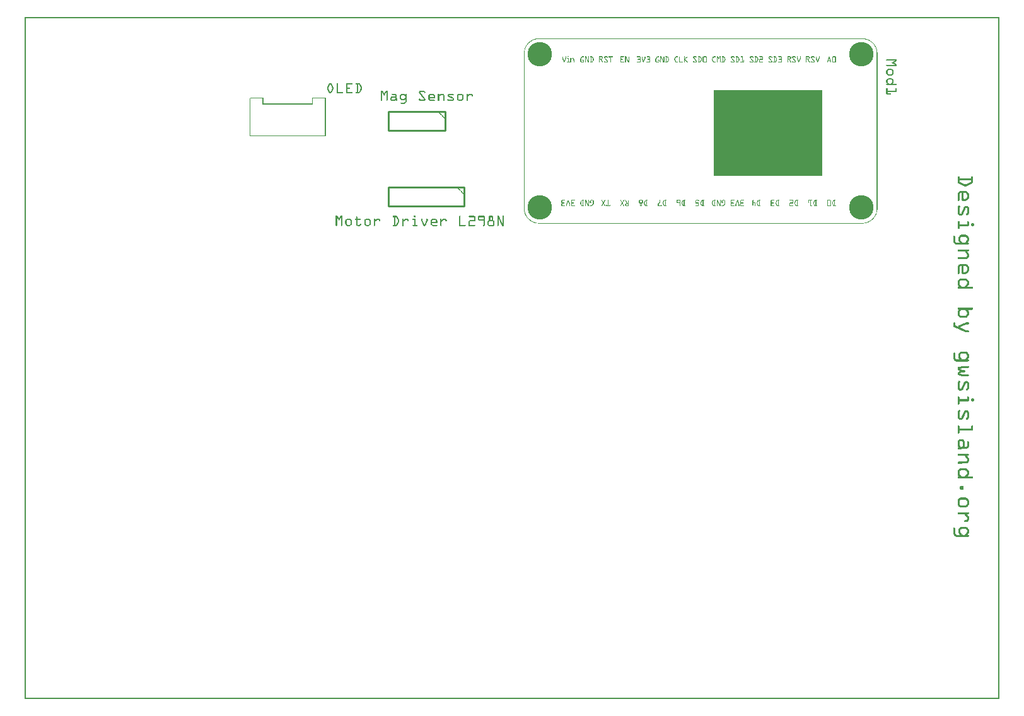
<source format=gto>
G04 MADE WITH FRITZING*
G04 WWW.FRITZING.ORG*
G04 DOUBLE SIDED*
G04 HOLES PLATED*
G04 CONTOUR ON CENTER OF CONTOUR VECTOR*
%ASAXBY*%
%FSLAX23Y23*%
%MOIN*%
%OFA0B0*%
%SFA1.0B1.0*%
%ADD10C,0.129472*%
%ADD11C,0.129445*%
%ADD12R,0.574330X0.456236*%
%ADD13C,0.010000*%
%ADD14R,0.001000X0.001000*%
%LNSILK1*%
G90*
G70*
G54D10*
X2725Y2599D03*
G54D11*
X2725Y3410D03*
G54D10*
X4426Y2599D03*
G54D11*
X4426Y3410D03*
G54D12*
X3933Y2992D03*
G54D13*
X2224Y3106D02*
X1924Y3106D01*
D02*
X1924Y3106D02*
X1924Y3006D01*
D02*
X1924Y3006D02*
X2224Y3006D01*
D02*
X2224Y3006D02*
X2224Y3106D01*
D02*
X2324Y2706D02*
X1924Y2706D01*
D02*
X1924Y2706D02*
X1924Y2606D01*
D02*
X1924Y2606D02*
X2324Y2606D01*
D02*
X2324Y2606D02*
X2324Y2706D01*
G54D14*
X1Y3607D02*
X5155Y3607D01*
X1Y3606D02*
X5155Y3606D01*
X1Y3605D02*
X5155Y3605D01*
X1Y3604D02*
X5155Y3604D01*
X1Y3603D02*
X5155Y3603D01*
X1Y3602D02*
X5155Y3602D01*
X1Y3601D02*
X5155Y3601D01*
X1Y3600D02*
X5155Y3600D01*
X1Y3599D02*
X8Y3599D01*
X5148Y3599D02*
X5155Y3599D01*
X1Y3598D02*
X8Y3598D01*
X5148Y3598D02*
X5155Y3598D01*
X1Y3597D02*
X8Y3597D01*
X5148Y3597D02*
X5155Y3597D01*
X1Y3596D02*
X8Y3596D01*
X5148Y3596D02*
X5155Y3596D01*
X1Y3595D02*
X8Y3595D01*
X5148Y3595D02*
X5155Y3595D01*
X1Y3594D02*
X8Y3594D01*
X5148Y3594D02*
X5155Y3594D01*
X1Y3593D02*
X8Y3593D01*
X5148Y3593D02*
X5155Y3593D01*
X1Y3592D02*
X8Y3592D01*
X5148Y3592D02*
X5155Y3592D01*
X1Y3591D02*
X8Y3591D01*
X5148Y3591D02*
X5155Y3591D01*
X1Y3590D02*
X8Y3590D01*
X5148Y3590D02*
X5155Y3590D01*
X1Y3589D02*
X8Y3589D01*
X5148Y3589D02*
X5155Y3589D01*
X1Y3588D02*
X8Y3588D01*
X5148Y3588D02*
X5155Y3588D01*
X1Y3587D02*
X8Y3587D01*
X5148Y3587D02*
X5155Y3587D01*
X1Y3586D02*
X8Y3586D01*
X5148Y3586D02*
X5155Y3586D01*
X1Y3585D02*
X8Y3585D01*
X5148Y3585D02*
X5155Y3585D01*
X1Y3584D02*
X8Y3584D01*
X5148Y3584D02*
X5155Y3584D01*
X1Y3583D02*
X8Y3583D01*
X5148Y3583D02*
X5155Y3583D01*
X1Y3582D02*
X8Y3582D01*
X5148Y3582D02*
X5155Y3582D01*
X1Y3581D02*
X8Y3581D01*
X5148Y3581D02*
X5155Y3581D01*
X1Y3580D02*
X8Y3580D01*
X5148Y3580D02*
X5155Y3580D01*
X1Y3579D02*
X8Y3579D01*
X5148Y3579D02*
X5155Y3579D01*
X1Y3578D02*
X8Y3578D01*
X5148Y3578D02*
X5155Y3578D01*
X1Y3577D02*
X8Y3577D01*
X5148Y3577D02*
X5155Y3577D01*
X1Y3576D02*
X8Y3576D01*
X5148Y3576D02*
X5155Y3576D01*
X1Y3575D02*
X8Y3575D01*
X5148Y3575D02*
X5155Y3575D01*
X1Y3574D02*
X8Y3574D01*
X5148Y3574D02*
X5155Y3574D01*
X1Y3573D02*
X8Y3573D01*
X5148Y3573D02*
X5155Y3573D01*
X1Y3572D02*
X8Y3572D01*
X5148Y3572D02*
X5155Y3572D01*
X1Y3571D02*
X8Y3571D01*
X5148Y3571D02*
X5155Y3571D01*
X1Y3570D02*
X8Y3570D01*
X5148Y3570D02*
X5155Y3570D01*
X1Y3569D02*
X8Y3569D01*
X5148Y3569D02*
X5155Y3569D01*
X1Y3568D02*
X8Y3568D01*
X5148Y3568D02*
X5155Y3568D01*
X1Y3567D02*
X8Y3567D01*
X5148Y3567D02*
X5155Y3567D01*
X1Y3566D02*
X8Y3566D01*
X5148Y3566D02*
X5155Y3566D01*
X1Y3565D02*
X8Y3565D01*
X5148Y3565D02*
X5155Y3565D01*
X1Y3564D02*
X8Y3564D01*
X5148Y3564D02*
X5155Y3564D01*
X1Y3563D02*
X8Y3563D01*
X5148Y3563D02*
X5155Y3563D01*
X1Y3562D02*
X8Y3562D01*
X5148Y3562D02*
X5155Y3562D01*
X1Y3561D02*
X8Y3561D01*
X5148Y3561D02*
X5155Y3561D01*
X1Y3560D02*
X8Y3560D01*
X5148Y3560D02*
X5155Y3560D01*
X1Y3559D02*
X8Y3559D01*
X5148Y3559D02*
X5155Y3559D01*
X1Y3558D02*
X8Y3558D01*
X5148Y3558D02*
X5155Y3558D01*
X1Y3557D02*
X8Y3557D01*
X5148Y3557D02*
X5155Y3557D01*
X1Y3556D02*
X8Y3556D01*
X5148Y3556D02*
X5155Y3556D01*
X1Y3555D02*
X8Y3555D01*
X5148Y3555D02*
X5155Y3555D01*
X1Y3554D02*
X8Y3554D01*
X5148Y3554D02*
X5155Y3554D01*
X1Y3553D02*
X8Y3553D01*
X5148Y3553D02*
X5155Y3553D01*
X1Y3552D02*
X8Y3552D01*
X5148Y3552D02*
X5155Y3552D01*
X1Y3551D02*
X8Y3551D01*
X5148Y3551D02*
X5155Y3551D01*
X1Y3550D02*
X8Y3550D01*
X5148Y3550D02*
X5155Y3550D01*
X1Y3549D02*
X8Y3549D01*
X5148Y3549D02*
X5155Y3549D01*
X1Y3548D02*
X8Y3548D01*
X5148Y3548D02*
X5155Y3548D01*
X1Y3547D02*
X8Y3547D01*
X5148Y3547D02*
X5155Y3547D01*
X1Y3546D02*
X8Y3546D01*
X5148Y3546D02*
X5155Y3546D01*
X1Y3545D02*
X8Y3545D01*
X5148Y3545D02*
X5155Y3545D01*
X1Y3544D02*
X8Y3544D01*
X5148Y3544D02*
X5155Y3544D01*
X1Y3543D02*
X8Y3543D01*
X5148Y3543D02*
X5155Y3543D01*
X1Y3542D02*
X8Y3542D01*
X5148Y3542D02*
X5155Y3542D01*
X1Y3541D02*
X8Y3541D01*
X5148Y3541D02*
X5155Y3541D01*
X1Y3540D02*
X8Y3540D01*
X5148Y3540D02*
X5155Y3540D01*
X1Y3539D02*
X8Y3539D01*
X5148Y3539D02*
X5155Y3539D01*
X1Y3538D02*
X8Y3538D01*
X5148Y3538D02*
X5155Y3538D01*
X1Y3537D02*
X8Y3537D01*
X5148Y3537D02*
X5155Y3537D01*
X1Y3536D02*
X8Y3536D01*
X5148Y3536D02*
X5155Y3536D01*
X1Y3535D02*
X8Y3535D01*
X5148Y3535D02*
X5155Y3535D01*
X1Y3534D02*
X8Y3534D01*
X5148Y3534D02*
X5155Y3534D01*
X1Y3533D02*
X8Y3533D01*
X5148Y3533D02*
X5155Y3533D01*
X1Y3532D02*
X8Y3532D01*
X5148Y3532D02*
X5155Y3532D01*
X1Y3531D02*
X8Y3531D01*
X5148Y3531D02*
X5155Y3531D01*
X1Y3530D02*
X8Y3530D01*
X5148Y3530D02*
X5155Y3530D01*
X1Y3529D02*
X8Y3529D01*
X5148Y3529D02*
X5155Y3529D01*
X1Y3528D02*
X8Y3528D01*
X5148Y3528D02*
X5155Y3528D01*
X1Y3527D02*
X8Y3527D01*
X5148Y3527D02*
X5155Y3527D01*
X1Y3526D02*
X8Y3526D01*
X5148Y3526D02*
X5155Y3526D01*
X1Y3525D02*
X8Y3525D01*
X5148Y3525D02*
X5155Y3525D01*
X1Y3524D02*
X8Y3524D01*
X5148Y3524D02*
X5155Y3524D01*
X1Y3523D02*
X8Y3523D01*
X5148Y3523D02*
X5155Y3523D01*
X1Y3522D02*
X8Y3522D01*
X5148Y3522D02*
X5155Y3522D01*
X1Y3521D02*
X8Y3521D01*
X5148Y3521D02*
X5155Y3521D01*
X1Y3520D02*
X8Y3520D01*
X5148Y3520D02*
X5155Y3520D01*
X1Y3519D02*
X8Y3519D01*
X5148Y3519D02*
X5155Y3519D01*
X1Y3518D02*
X8Y3518D01*
X5148Y3518D02*
X5155Y3518D01*
X1Y3517D02*
X8Y3517D01*
X5148Y3517D02*
X5155Y3517D01*
X1Y3516D02*
X8Y3516D01*
X5148Y3516D02*
X5155Y3516D01*
X1Y3515D02*
X8Y3515D01*
X5148Y3515D02*
X5155Y3515D01*
X1Y3514D02*
X8Y3514D01*
X5148Y3514D02*
X5155Y3514D01*
X1Y3513D02*
X8Y3513D01*
X5148Y3513D02*
X5155Y3513D01*
X1Y3512D02*
X8Y3512D01*
X5148Y3512D02*
X5155Y3512D01*
X1Y3511D02*
X8Y3511D01*
X5148Y3511D02*
X5155Y3511D01*
X1Y3510D02*
X8Y3510D01*
X5148Y3510D02*
X5155Y3510D01*
X1Y3509D02*
X8Y3509D01*
X5148Y3509D02*
X5155Y3509D01*
X1Y3508D02*
X8Y3508D01*
X5148Y3508D02*
X5155Y3508D01*
X1Y3507D02*
X8Y3507D01*
X5148Y3507D02*
X5155Y3507D01*
X1Y3506D02*
X8Y3506D01*
X5148Y3506D02*
X5155Y3506D01*
X1Y3505D02*
X8Y3505D01*
X5148Y3505D02*
X5155Y3505D01*
X1Y3504D02*
X8Y3504D01*
X5148Y3504D02*
X5155Y3504D01*
X1Y3503D02*
X8Y3503D01*
X5148Y3503D02*
X5155Y3503D01*
X1Y3502D02*
X8Y3502D01*
X5148Y3502D02*
X5155Y3502D01*
X1Y3501D02*
X8Y3501D01*
X5148Y3501D02*
X5155Y3501D01*
X1Y3500D02*
X8Y3500D01*
X5148Y3500D02*
X5155Y3500D01*
X1Y3499D02*
X8Y3499D01*
X5148Y3499D02*
X5155Y3499D01*
X1Y3498D02*
X8Y3498D01*
X5148Y3498D02*
X5155Y3498D01*
X1Y3497D02*
X8Y3497D01*
X5148Y3497D02*
X5155Y3497D01*
X1Y3496D02*
X8Y3496D01*
X5148Y3496D02*
X5155Y3496D01*
X1Y3495D02*
X8Y3495D01*
X5148Y3495D02*
X5155Y3495D01*
X1Y3494D02*
X8Y3494D01*
X2715Y3494D02*
X4437Y3494D01*
X5148Y3494D02*
X5155Y3494D01*
X1Y3493D02*
X8Y3493D01*
X2708Y3493D02*
X4444Y3493D01*
X5148Y3493D02*
X5155Y3493D01*
X1Y3492D02*
X8Y3492D01*
X2703Y3492D02*
X4448Y3492D01*
X5148Y3492D02*
X5155Y3492D01*
X1Y3491D02*
X8Y3491D01*
X2699Y3491D02*
X4452Y3491D01*
X5148Y3491D02*
X5155Y3491D01*
X1Y3490D02*
X8Y3490D01*
X2696Y3490D02*
X2710Y3490D01*
X4441Y3490D02*
X4455Y3490D01*
X5148Y3490D02*
X5155Y3490D01*
X1Y3489D02*
X8Y3489D01*
X2693Y3489D02*
X2704Y3489D01*
X4447Y3489D02*
X4458Y3489D01*
X5148Y3489D02*
X5155Y3489D01*
X1Y3488D02*
X8Y3488D01*
X2691Y3488D02*
X2700Y3488D01*
X4451Y3488D02*
X4461Y3488D01*
X5148Y3488D02*
X5155Y3488D01*
X1Y3487D02*
X8Y3487D01*
X2689Y3487D02*
X2697Y3487D01*
X4455Y3487D02*
X4463Y3487D01*
X5148Y3487D02*
X5155Y3487D01*
X1Y3486D02*
X8Y3486D01*
X2687Y3486D02*
X2694Y3486D01*
X4457Y3486D02*
X4465Y3486D01*
X5148Y3486D02*
X5155Y3486D01*
X1Y3485D02*
X8Y3485D01*
X2685Y3485D02*
X2691Y3485D01*
X4460Y3485D02*
X4467Y3485D01*
X5148Y3485D02*
X5155Y3485D01*
X1Y3484D02*
X8Y3484D01*
X2683Y3484D02*
X2689Y3484D01*
X4462Y3484D02*
X4469Y3484D01*
X5148Y3484D02*
X5155Y3484D01*
X1Y3483D02*
X8Y3483D01*
X2681Y3483D02*
X2687Y3483D01*
X4464Y3483D02*
X4470Y3483D01*
X5148Y3483D02*
X5155Y3483D01*
X1Y3482D02*
X8Y3482D01*
X2679Y3482D02*
X2685Y3482D01*
X4466Y3482D02*
X4472Y3482D01*
X5148Y3482D02*
X5155Y3482D01*
X1Y3481D02*
X8Y3481D01*
X2678Y3481D02*
X2683Y3481D01*
X4468Y3481D02*
X4474Y3481D01*
X5148Y3481D02*
X5155Y3481D01*
X1Y3480D02*
X8Y3480D01*
X2676Y3480D02*
X2681Y3480D01*
X4470Y3480D02*
X4475Y3480D01*
X5148Y3480D02*
X5155Y3480D01*
X1Y3479D02*
X8Y3479D01*
X2675Y3479D02*
X2680Y3479D01*
X4472Y3479D02*
X4476Y3479D01*
X5148Y3479D02*
X5155Y3479D01*
X1Y3478D02*
X8Y3478D01*
X2674Y3478D02*
X2678Y3478D01*
X4473Y3478D02*
X4478Y3478D01*
X5148Y3478D02*
X5155Y3478D01*
X1Y3477D02*
X8Y3477D01*
X2672Y3477D02*
X2677Y3477D01*
X4475Y3477D02*
X4479Y3477D01*
X5148Y3477D02*
X5155Y3477D01*
X1Y3476D02*
X8Y3476D01*
X2671Y3476D02*
X2675Y3476D01*
X4476Y3476D02*
X4480Y3476D01*
X5148Y3476D02*
X5155Y3476D01*
X1Y3475D02*
X8Y3475D01*
X2670Y3475D02*
X2674Y3475D01*
X4477Y3475D02*
X4481Y3475D01*
X5148Y3475D02*
X5155Y3475D01*
X1Y3474D02*
X8Y3474D01*
X2669Y3474D02*
X2673Y3474D01*
X4479Y3474D02*
X4483Y3474D01*
X5148Y3474D02*
X5155Y3474D01*
X1Y3473D02*
X8Y3473D01*
X2668Y3473D02*
X2671Y3473D01*
X4480Y3473D02*
X4484Y3473D01*
X5148Y3473D02*
X5155Y3473D01*
X1Y3472D02*
X8Y3472D01*
X2667Y3472D02*
X2670Y3472D01*
X4481Y3472D02*
X4485Y3472D01*
X5148Y3472D02*
X5155Y3472D01*
X1Y3471D02*
X8Y3471D01*
X2665Y3471D02*
X2669Y3471D01*
X4482Y3471D02*
X4486Y3471D01*
X5148Y3471D02*
X5155Y3471D01*
X1Y3470D02*
X8Y3470D01*
X2665Y3470D02*
X2668Y3470D01*
X4483Y3470D02*
X4487Y3470D01*
X5148Y3470D02*
X5155Y3470D01*
X1Y3469D02*
X8Y3469D01*
X2664Y3469D02*
X2667Y3469D01*
X4484Y3469D02*
X4488Y3469D01*
X5148Y3469D02*
X5155Y3469D01*
X1Y3468D02*
X8Y3468D01*
X2663Y3468D02*
X2666Y3468D01*
X4485Y3468D02*
X4489Y3468D01*
X5148Y3468D02*
X5155Y3468D01*
X1Y3467D02*
X8Y3467D01*
X2662Y3467D02*
X2665Y3467D01*
X4486Y3467D02*
X4490Y3467D01*
X5148Y3467D02*
X5155Y3467D01*
X1Y3466D02*
X8Y3466D01*
X2661Y3466D02*
X2664Y3466D01*
X4487Y3466D02*
X4490Y3466D01*
X5148Y3466D02*
X5155Y3466D01*
X1Y3465D02*
X8Y3465D01*
X2660Y3465D02*
X2663Y3465D01*
X4488Y3465D02*
X4491Y3465D01*
X5148Y3465D02*
X5155Y3465D01*
X1Y3464D02*
X8Y3464D01*
X2659Y3464D02*
X2662Y3464D01*
X4489Y3464D02*
X4492Y3464D01*
X5148Y3464D02*
X5155Y3464D01*
X1Y3463D02*
X8Y3463D01*
X2658Y3463D02*
X2662Y3463D01*
X4490Y3463D02*
X4493Y3463D01*
X5148Y3463D02*
X5155Y3463D01*
X1Y3462D02*
X8Y3462D01*
X2658Y3462D02*
X2661Y3462D01*
X4491Y3462D02*
X4494Y3462D01*
X5148Y3462D02*
X5155Y3462D01*
X1Y3461D02*
X8Y3461D01*
X2657Y3461D02*
X2660Y3461D01*
X4491Y3461D02*
X4494Y3461D01*
X5148Y3461D02*
X5155Y3461D01*
X1Y3460D02*
X8Y3460D01*
X2656Y3460D02*
X2659Y3460D01*
X4492Y3460D02*
X4495Y3460D01*
X5148Y3460D02*
X5155Y3460D01*
X1Y3459D02*
X8Y3459D01*
X2655Y3459D02*
X2659Y3459D01*
X4493Y3459D02*
X4496Y3459D01*
X5148Y3459D02*
X5155Y3459D01*
X1Y3458D02*
X8Y3458D01*
X2655Y3458D02*
X2658Y3458D01*
X4494Y3458D02*
X4497Y3458D01*
X5148Y3458D02*
X5155Y3458D01*
X1Y3457D02*
X8Y3457D01*
X2654Y3457D02*
X2657Y3457D01*
X4494Y3457D02*
X4497Y3457D01*
X5148Y3457D02*
X5155Y3457D01*
X1Y3456D02*
X8Y3456D01*
X2654Y3456D02*
X2656Y3456D01*
X4495Y3456D02*
X4498Y3456D01*
X5148Y3456D02*
X5155Y3456D01*
X1Y3455D02*
X8Y3455D01*
X2653Y3455D02*
X2656Y3455D01*
X4496Y3455D02*
X4498Y3455D01*
X5148Y3455D02*
X5155Y3455D01*
X1Y3454D02*
X8Y3454D01*
X2652Y3454D02*
X2655Y3454D01*
X4496Y3454D02*
X4499Y3454D01*
X5148Y3454D02*
X5155Y3454D01*
X1Y3453D02*
X8Y3453D01*
X2652Y3453D02*
X2655Y3453D01*
X4497Y3453D02*
X4500Y3453D01*
X5148Y3453D02*
X5155Y3453D01*
X1Y3452D02*
X8Y3452D01*
X2651Y3452D02*
X2654Y3452D01*
X4497Y3452D02*
X4500Y3452D01*
X5148Y3452D02*
X5155Y3452D01*
X1Y3451D02*
X8Y3451D01*
X2651Y3451D02*
X2653Y3451D01*
X4498Y3451D02*
X4501Y3451D01*
X5148Y3451D02*
X5155Y3451D01*
X1Y3450D02*
X8Y3450D01*
X2650Y3450D02*
X2653Y3450D01*
X4498Y3450D02*
X4501Y3450D01*
X5148Y3450D02*
X5155Y3450D01*
X1Y3449D02*
X8Y3449D01*
X2650Y3449D02*
X2652Y3449D01*
X4499Y3449D02*
X4502Y3449D01*
X5148Y3449D02*
X5155Y3449D01*
X1Y3448D02*
X8Y3448D01*
X2649Y3448D02*
X2652Y3448D01*
X4499Y3448D02*
X4502Y3448D01*
X5148Y3448D02*
X5155Y3448D01*
X1Y3447D02*
X8Y3447D01*
X2649Y3447D02*
X2651Y3447D01*
X4500Y3447D02*
X4503Y3447D01*
X5148Y3447D02*
X5155Y3447D01*
X1Y3446D02*
X8Y3446D01*
X2648Y3446D02*
X2651Y3446D01*
X4500Y3446D02*
X4503Y3446D01*
X5148Y3446D02*
X5155Y3446D01*
X1Y3445D02*
X8Y3445D01*
X2648Y3445D02*
X2650Y3445D01*
X4501Y3445D02*
X4504Y3445D01*
X5148Y3445D02*
X5155Y3445D01*
X1Y3444D02*
X8Y3444D01*
X2647Y3444D02*
X2650Y3444D01*
X4501Y3444D02*
X4504Y3444D01*
X5148Y3444D02*
X5155Y3444D01*
X1Y3443D02*
X8Y3443D01*
X2647Y3443D02*
X2650Y3443D01*
X4502Y3443D02*
X4504Y3443D01*
X5148Y3443D02*
X5155Y3443D01*
X1Y3442D02*
X8Y3442D01*
X2647Y3442D02*
X2649Y3442D01*
X4502Y3442D02*
X4505Y3442D01*
X5148Y3442D02*
X5155Y3442D01*
X1Y3441D02*
X8Y3441D01*
X2646Y3441D02*
X2649Y3441D01*
X4502Y3441D02*
X4505Y3441D01*
X5148Y3441D02*
X5155Y3441D01*
X1Y3440D02*
X8Y3440D01*
X2646Y3440D02*
X2649Y3440D01*
X4503Y3440D02*
X4505Y3440D01*
X5148Y3440D02*
X5155Y3440D01*
X1Y3439D02*
X8Y3439D01*
X2646Y3439D02*
X2648Y3439D01*
X4503Y3439D02*
X4506Y3439D01*
X5148Y3439D02*
X5155Y3439D01*
X1Y3438D02*
X8Y3438D01*
X2645Y3438D02*
X2648Y3438D01*
X4504Y3438D02*
X4506Y3438D01*
X5148Y3438D02*
X5155Y3438D01*
X1Y3437D02*
X8Y3437D01*
X2645Y3437D02*
X2647Y3437D01*
X4504Y3437D02*
X4506Y3437D01*
X5148Y3437D02*
X5155Y3437D01*
X1Y3436D02*
X8Y3436D01*
X2645Y3436D02*
X2647Y3436D01*
X4504Y3436D02*
X4507Y3436D01*
X5148Y3436D02*
X5155Y3436D01*
X1Y3435D02*
X8Y3435D01*
X2644Y3435D02*
X2647Y3435D01*
X4504Y3435D02*
X4507Y3435D01*
X5148Y3435D02*
X5155Y3435D01*
X1Y3434D02*
X8Y3434D01*
X2644Y3434D02*
X2647Y3434D01*
X4505Y3434D02*
X4507Y3434D01*
X5148Y3434D02*
X5155Y3434D01*
X1Y3433D02*
X8Y3433D01*
X2644Y3433D02*
X2646Y3433D01*
X4505Y3433D02*
X4507Y3433D01*
X5148Y3433D02*
X5155Y3433D01*
X1Y3432D02*
X8Y3432D01*
X2644Y3432D02*
X2646Y3432D01*
X4505Y3432D02*
X4508Y3432D01*
X5148Y3432D02*
X5155Y3432D01*
X1Y3431D02*
X8Y3431D01*
X2643Y3431D02*
X2646Y3431D01*
X4505Y3431D02*
X4508Y3431D01*
X5148Y3431D02*
X5155Y3431D01*
X1Y3430D02*
X8Y3430D01*
X2643Y3430D02*
X2646Y3430D01*
X4506Y3430D02*
X4508Y3430D01*
X5148Y3430D02*
X5155Y3430D01*
X1Y3429D02*
X8Y3429D01*
X2643Y3429D02*
X2645Y3429D01*
X4506Y3429D02*
X4508Y3429D01*
X5148Y3429D02*
X5155Y3429D01*
X1Y3428D02*
X8Y3428D01*
X2643Y3428D02*
X2645Y3428D01*
X4506Y3428D02*
X4509Y3428D01*
X5148Y3428D02*
X5155Y3428D01*
X1Y3427D02*
X8Y3427D01*
X2643Y3427D02*
X2645Y3427D01*
X4506Y3427D02*
X4509Y3427D01*
X5148Y3427D02*
X5155Y3427D01*
X1Y3426D02*
X8Y3426D01*
X2643Y3426D02*
X2645Y3426D01*
X4506Y3426D02*
X4509Y3426D01*
X5148Y3426D02*
X5155Y3426D01*
X1Y3425D02*
X8Y3425D01*
X2642Y3425D02*
X2645Y3425D01*
X4507Y3425D02*
X4509Y3425D01*
X5148Y3425D02*
X5155Y3425D01*
X1Y3424D02*
X8Y3424D01*
X2642Y3424D02*
X2645Y3424D01*
X4507Y3424D02*
X4509Y3424D01*
X5148Y3424D02*
X5155Y3424D01*
X1Y3423D02*
X8Y3423D01*
X2642Y3423D02*
X2645Y3423D01*
X4507Y3423D02*
X4509Y3423D01*
X5148Y3423D02*
X5155Y3423D01*
X1Y3422D02*
X8Y3422D01*
X2642Y3422D02*
X2644Y3422D01*
X4507Y3422D02*
X4509Y3422D01*
X5148Y3422D02*
X5155Y3422D01*
X1Y3421D02*
X8Y3421D01*
X2642Y3421D02*
X2644Y3421D01*
X4507Y3421D02*
X4510Y3421D01*
X5148Y3421D02*
X5155Y3421D01*
X1Y3420D02*
X8Y3420D01*
X2642Y3420D02*
X2644Y3420D01*
X4507Y3420D02*
X4510Y3420D01*
X5148Y3420D02*
X5155Y3420D01*
X1Y3419D02*
X8Y3419D01*
X2642Y3419D02*
X2644Y3419D01*
X4507Y3419D02*
X4510Y3419D01*
X5148Y3419D02*
X5155Y3419D01*
X1Y3418D02*
X8Y3418D01*
X2642Y3418D02*
X2644Y3418D01*
X4507Y3418D02*
X4510Y3418D01*
X5148Y3418D02*
X5155Y3418D01*
X1Y3417D02*
X8Y3417D01*
X2642Y3417D02*
X2644Y3417D01*
X4507Y3417D02*
X4510Y3417D01*
X5148Y3417D02*
X5155Y3417D01*
X1Y3416D02*
X8Y3416D01*
X2642Y3416D02*
X2644Y3416D01*
X4507Y3416D02*
X4510Y3416D01*
X5148Y3416D02*
X5155Y3416D01*
X1Y3415D02*
X8Y3415D01*
X2642Y3415D02*
X2644Y3415D01*
X4507Y3415D02*
X4510Y3415D01*
X5148Y3415D02*
X5155Y3415D01*
X1Y3414D02*
X8Y3414D01*
X2641Y3414D02*
X2644Y3414D01*
X4507Y3414D02*
X4510Y3414D01*
X5148Y3414D02*
X5155Y3414D01*
X1Y3413D02*
X8Y3413D01*
X2641Y3413D02*
X2644Y3413D01*
X4507Y3413D02*
X4510Y3413D01*
X5148Y3413D02*
X5155Y3413D01*
X1Y3412D02*
X8Y3412D01*
X2641Y3412D02*
X2644Y3412D01*
X4507Y3412D02*
X4510Y3412D01*
X5148Y3412D02*
X5155Y3412D01*
X1Y3411D02*
X8Y3411D01*
X2641Y3411D02*
X2644Y3411D01*
X4507Y3411D02*
X4510Y3411D01*
X5148Y3411D02*
X5155Y3411D01*
X1Y3410D02*
X8Y3410D01*
X2641Y3410D02*
X2644Y3410D01*
X4507Y3410D02*
X4510Y3410D01*
X5148Y3410D02*
X5155Y3410D01*
X1Y3409D02*
X8Y3409D01*
X2641Y3409D02*
X2644Y3409D01*
X4507Y3409D02*
X4510Y3409D01*
X5148Y3409D02*
X5155Y3409D01*
X1Y3408D02*
X8Y3408D01*
X2641Y3408D02*
X2644Y3408D01*
X4507Y3408D02*
X4510Y3408D01*
X5148Y3408D02*
X5155Y3408D01*
X1Y3407D02*
X8Y3407D01*
X2641Y3407D02*
X2644Y3407D01*
X4507Y3407D02*
X4510Y3407D01*
X5148Y3407D02*
X5155Y3407D01*
X1Y3406D02*
X8Y3406D01*
X2641Y3406D02*
X2644Y3406D01*
X4507Y3406D02*
X4510Y3406D01*
X5148Y3406D02*
X5155Y3406D01*
X1Y3405D02*
X8Y3405D01*
X2641Y3405D02*
X2644Y3405D01*
X4507Y3405D02*
X4510Y3405D01*
X5148Y3405D02*
X5155Y3405D01*
X1Y3404D02*
X8Y3404D01*
X2641Y3404D02*
X2644Y3404D01*
X4507Y3404D02*
X4510Y3404D01*
X5148Y3404D02*
X5155Y3404D01*
X1Y3403D02*
X8Y3403D01*
X2641Y3403D02*
X2644Y3403D01*
X4507Y3403D02*
X4510Y3403D01*
X5148Y3403D02*
X5155Y3403D01*
X1Y3402D02*
X8Y3402D01*
X2641Y3402D02*
X2644Y3402D01*
X4507Y3402D02*
X4510Y3402D01*
X5148Y3402D02*
X5155Y3402D01*
X1Y3401D02*
X8Y3401D01*
X2641Y3401D02*
X2644Y3401D01*
X4507Y3401D02*
X4510Y3401D01*
X5148Y3401D02*
X5155Y3401D01*
X1Y3400D02*
X8Y3400D01*
X2641Y3400D02*
X2644Y3400D01*
X2872Y3400D02*
X2877Y3400D01*
X4507Y3400D02*
X4510Y3400D01*
X5148Y3400D02*
X5155Y3400D01*
X1Y3399D02*
X8Y3399D01*
X2641Y3399D02*
X2644Y3399D01*
X2846Y3399D02*
X2846Y3399D01*
X2862Y3399D02*
X2863Y3399D01*
X2872Y3399D02*
X2877Y3399D01*
X2950Y3399D02*
X2958Y3399D01*
X2965Y3399D02*
X2970Y3399D01*
X2983Y3399D02*
X2984Y3399D01*
X2992Y3399D02*
X3001Y3399D01*
X3039Y3399D02*
X3054Y3399D01*
X3068Y3399D02*
X3080Y3399D01*
X3090Y3399D02*
X3110Y3399D01*
X3152Y3399D02*
X3170Y3399D01*
X3177Y3399D02*
X3181Y3399D01*
X3195Y3399D02*
X3195Y3399D01*
X3239Y3399D02*
X3255Y3399D01*
X3265Y3399D02*
X3265Y3399D01*
X3281Y3399D02*
X3282Y3399D01*
X3291Y3399D02*
X3306Y3399D01*
X3348Y3399D02*
X3356Y3399D01*
X3363Y3399D02*
X3367Y3399D01*
X3381Y3399D02*
X3381Y3399D01*
X3390Y3399D02*
X3399Y3399D01*
X3446Y3399D02*
X3455Y3399D01*
X3464Y3399D02*
X3464Y3399D01*
X3489Y3399D02*
X3490Y3399D01*
X3506Y3399D02*
X3506Y3399D01*
X3540Y3399D02*
X3551Y3399D01*
X3563Y3399D02*
X3572Y3399D01*
X3591Y3399D02*
X3604Y3399D01*
X3645Y3399D02*
X3654Y3399D01*
X3661Y3399D02*
X3666Y3399D01*
X3677Y3399D02*
X3681Y3399D01*
X3688Y3399D02*
X3697Y3399D01*
X3739Y3399D02*
X3750Y3399D01*
X3762Y3399D02*
X3771Y3399D01*
X3788Y3399D02*
X3798Y3399D01*
X3838Y3399D02*
X3850Y3399D01*
X3861Y3399D02*
X3870Y3399D01*
X3887Y3399D02*
X3902Y3399D01*
X3938Y3399D02*
X3949Y3399D01*
X3961Y3399D02*
X3970Y3399D01*
X3987Y3399D02*
X4002Y3399D01*
X4034Y3399D02*
X4048Y3399D01*
X4063Y3399D02*
X4074Y3399D01*
X4086Y3399D02*
X4087Y3399D01*
X4103Y3399D02*
X4103Y3399D01*
X4133Y3399D02*
X4148Y3399D01*
X4162Y3399D02*
X4174Y3399D01*
X4185Y3399D02*
X4186Y3399D01*
X4202Y3399D02*
X4203Y3399D01*
X4255Y3399D02*
X4255Y3399D01*
X4274Y3399D02*
X4287Y3399D01*
X4507Y3399D02*
X4510Y3399D01*
X5148Y3399D02*
X5155Y3399D01*
X1Y3398D02*
X8Y3398D01*
X2641Y3398D02*
X2644Y3398D01*
X2845Y3398D02*
X2847Y3398D01*
X2861Y3398D02*
X2864Y3398D01*
X2872Y3398D02*
X2877Y3398D01*
X2948Y3398D02*
X2959Y3398D01*
X2965Y3398D02*
X2970Y3398D01*
X2982Y3398D02*
X2985Y3398D01*
X2991Y3398D02*
X3003Y3398D01*
X3039Y3398D02*
X3056Y3398D01*
X3066Y3398D02*
X3082Y3398D01*
X3090Y3398D02*
X3110Y3398D01*
X3151Y3398D02*
X3171Y3398D01*
X3177Y3398D02*
X3182Y3398D01*
X3194Y3398D02*
X3196Y3398D01*
X3238Y3398D02*
X3256Y3398D01*
X3264Y3398D02*
X3267Y3398D01*
X3280Y3398D02*
X3283Y3398D01*
X3289Y3398D02*
X3308Y3398D01*
X3346Y3398D02*
X3357Y3398D01*
X3363Y3398D02*
X3368Y3398D01*
X3380Y3398D02*
X3382Y3398D01*
X3389Y3398D02*
X3401Y3398D01*
X3444Y3398D02*
X3456Y3398D01*
X3463Y3398D02*
X3465Y3398D01*
X3488Y3398D02*
X3491Y3398D01*
X3504Y3398D02*
X3507Y3398D01*
X3538Y3398D02*
X3554Y3398D01*
X3562Y3398D02*
X3574Y3398D01*
X3589Y3398D02*
X3606Y3398D01*
X3643Y3398D02*
X3655Y3398D01*
X3661Y3398D02*
X3666Y3398D01*
X3676Y3398D02*
X3681Y3398D01*
X3687Y3398D02*
X3699Y3398D01*
X3737Y3398D02*
X3753Y3398D01*
X3761Y3398D02*
X3773Y3398D01*
X3787Y3398D02*
X3798Y3398D01*
X3836Y3398D02*
X3852Y3398D01*
X3860Y3398D02*
X3873Y3398D01*
X3886Y3398D02*
X3904Y3398D01*
X3936Y3398D02*
X3951Y3398D01*
X3960Y3398D02*
X3972Y3398D01*
X3986Y3398D02*
X4004Y3398D01*
X4034Y3398D02*
X4050Y3398D01*
X4061Y3398D02*
X4077Y3398D01*
X4085Y3398D02*
X4088Y3398D01*
X4102Y3398D02*
X4104Y3398D01*
X4133Y3398D02*
X4150Y3398D01*
X4160Y3398D02*
X4176Y3398D01*
X4184Y3398D02*
X4187Y3398D01*
X4201Y3398D02*
X4204Y3398D01*
X4254Y3398D02*
X4256Y3398D01*
X4272Y3398D02*
X4289Y3398D01*
X4507Y3398D02*
X4510Y3398D01*
X5148Y3398D02*
X5155Y3398D01*
X1Y3397D02*
X8Y3397D01*
X2641Y3397D02*
X2644Y3397D01*
X2844Y3397D02*
X2848Y3397D01*
X2861Y3397D02*
X2864Y3397D01*
X2872Y3397D02*
X2877Y3397D01*
X2947Y3397D02*
X2959Y3397D01*
X2965Y3397D02*
X2971Y3397D01*
X2982Y3397D02*
X2985Y3397D01*
X2991Y3397D02*
X3004Y3397D01*
X3039Y3397D02*
X3057Y3397D01*
X3066Y3397D02*
X3083Y3397D01*
X3090Y3397D02*
X3110Y3397D01*
X3151Y3397D02*
X3171Y3397D01*
X3177Y3397D02*
X3182Y3397D01*
X3194Y3397D02*
X3197Y3397D01*
X3238Y3397D02*
X3257Y3397D01*
X3264Y3397D02*
X3267Y3397D01*
X3280Y3397D02*
X3283Y3397D01*
X3289Y3397D02*
X3308Y3397D01*
X3345Y3397D02*
X3357Y3397D01*
X3363Y3397D02*
X3368Y3397D01*
X3380Y3397D02*
X3383Y3397D01*
X3389Y3397D02*
X3402Y3397D01*
X3443Y3397D02*
X3456Y3397D01*
X3462Y3397D02*
X3466Y3397D01*
X3488Y3397D02*
X3491Y3397D01*
X3503Y3397D02*
X3508Y3397D01*
X3537Y3397D02*
X3555Y3397D01*
X3562Y3397D02*
X3575Y3397D01*
X3588Y3397D02*
X3607Y3397D01*
X3642Y3397D02*
X3655Y3397D01*
X3661Y3397D02*
X3667Y3397D01*
X3675Y3397D02*
X3681Y3397D01*
X3687Y3397D02*
X3700Y3397D01*
X3736Y3397D02*
X3754Y3397D01*
X3761Y3397D02*
X3774Y3397D01*
X3786Y3397D02*
X3798Y3397D01*
X3835Y3397D02*
X3853Y3397D01*
X3860Y3397D02*
X3874Y3397D01*
X3886Y3397D02*
X3905Y3397D01*
X3935Y3397D02*
X3952Y3397D01*
X3960Y3397D02*
X3973Y3397D01*
X3985Y3397D02*
X4004Y3397D01*
X4034Y3397D02*
X4052Y3397D01*
X4060Y3397D02*
X4078Y3397D01*
X4085Y3397D02*
X4088Y3397D01*
X4101Y3397D02*
X4104Y3397D01*
X4133Y3397D02*
X4151Y3397D01*
X4159Y3397D02*
X4177Y3397D01*
X4184Y3397D02*
X4187Y3397D01*
X4201Y3397D02*
X4204Y3397D01*
X4253Y3397D02*
X4257Y3397D01*
X4271Y3397D02*
X4290Y3397D01*
X4507Y3397D02*
X4510Y3397D01*
X5148Y3397D02*
X5155Y3397D01*
X1Y3396D02*
X8Y3396D01*
X2641Y3396D02*
X2644Y3396D01*
X2844Y3396D02*
X2848Y3396D01*
X2861Y3396D02*
X2864Y3396D01*
X2872Y3396D02*
X2877Y3396D01*
X2946Y3396D02*
X2959Y3396D01*
X2965Y3396D02*
X2971Y3396D01*
X2982Y3396D02*
X2985Y3396D01*
X2991Y3396D02*
X3005Y3396D01*
X3039Y3396D02*
X3058Y3396D01*
X3065Y3396D02*
X3084Y3396D01*
X3090Y3396D02*
X3110Y3396D01*
X3151Y3396D02*
X3171Y3396D01*
X3177Y3396D02*
X3183Y3396D01*
X3194Y3396D02*
X3197Y3396D01*
X3238Y3396D02*
X3258Y3396D01*
X3264Y3396D02*
X3267Y3396D01*
X3280Y3396D02*
X3283Y3396D01*
X3290Y3396D02*
X3309Y3396D01*
X3344Y3396D02*
X3357Y3396D01*
X3363Y3396D02*
X3369Y3396D01*
X3380Y3396D02*
X3383Y3396D01*
X3389Y3396D02*
X3403Y3396D01*
X3442Y3396D02*
X3456Y3396D01*
X3462Y3396D02*
X3466Y3396D01*
X3488Y3396D02*
X3491Y3396D01*
X3502Y3396D02*
X3507Y3396D01*
X3536Y3396D02*
X3555Y3396D01*
X3562Y3396D02*
X3576Y3396D01*
X3588Y3396D02*
X3607Y3396D01*
X3641Y3396D02*
X3655Y3396D01*
X3661Y3396D02*
X3668Y3396D01*
X3674Y3396D02*
X3681Y3396D01*
X3687Y3396D02*
X3701Y3396D01*
X3735Y3396D02*
X3754Y3396D01*
X3761Y3396D02*
X3775Y3396D01*
X3787Y3396D02*
X3798Y3396D01*
X3835Y3396D02*
X3854Y3396D01*
X3861Y3396D02*
X3874Y3396D01*
X3886Y3396D02*
X3905Y3396D01*
X3934Y3396D02*
X3953Y3396D01*
X3960Y3396D02*
X3974Y3396D01*
X3986Y3396D02*
X4005Y3396D01*
X4034Y3396D02*
X4052Y3396D01*
X4059Y3396D02*
X4078Y3396D01*
X4085Y3396D02*
X4088Y3396D01*
X4101Y3396D02*
X4104Y3396D01*
X4133Y3396D02*
X4152Y3396D01*
X4159Y3396D02*
X4178Y3396D01*
X4184Y3396D02*
X4187Y3396D01*
X4201Y3396D02*
X4204Y3396D01*
X4253Y3396D02*
X4257Y3396D01*
X4271Y3396D02*
X4290Y3396D01*
X4507Y3396D02*
X4510Y3396D01*
X5148Y3396D02*
X5155Y3396D01*
X1Y3395D02*
X8Y3395D01*
X2641Y3395D02*
X2644Y3395D01*
X2844Y3395D02*
X2848Y3395D01*
X2861Y3395D02*
X2864Y3395D01*
X2874Y3395D02*
X2875Y3395D01*
X2946Y3395D02*
X2957Y3395D01*
X2965Y3395D02*
X2972Y3395D01*
X2982Y3395D02*
X2985Y3395D01*
X2993Y3395D02*
X3006Y3395D01*
X3039Y3395D02*
X3058Y3395D01*
X3065Y3395D02*
X3084Y3395D01*
X3090Y3395D02*
X3110Y3395D01*
X3151Y3395D02*
X3169Y3395D01*
X3177Y3395D02*
X3183Y3395D01*
X3194Y3395D02*
X3197Y3395D01*
X3240Y3395D02*
X3258Y3395D01*
X3264Y3395D02*
X3267Y3395D01*
X3280Y3395D02*
X3283Y3395D01*
X3292Y3395D02*
X3309Y3395D01*
X3343Y3395D02*
X3355Y3395D01*
X3363Y3395D02*
X3369Y3395D01*
X3380Y3395D02*
X3383Y3395D01*
X3391Y3395D02*
X3403Y3395D01*
X3442Y3395D02*
X3454Y3395D01*
X3462Y3395D02*
X3466Y3395D01*
X3488Y3395D02*
X3491Y3395D01*
X3501Y3395D02*
X3506Y3395D01*
X3536Y3395D02*
X3556Y3395D01*
X3564Y3395D02*
X3577Y3395D01*
X3587Y3395D02*
X3607Y3395D01*
X3640Y3395D02*
X3653Y3395D01*
X3661Y3395D02*
X3668Y3395D01*
X3674Y3395D02*
X3681Y3395D01*
X3689Y3395D02*
X3702Y3395D01*
X3735Y3395D02*
X3755Y3395D01*
X3763Y3395D02*
X3776Y3395D01*
X3789Y3395D02*
X3798Y3395D01*
X3835Y3395D02*
X3854Y3395D01*
X3863Y3395D02*
X3875Y3395D01*
X3888Y3395D02*
X3906Y3395D01*
X3934Y3395D02*
X3954Y3395D01*
X3962Y3395D02*
X3974Y3395D01*
X3988Y3395D02*
X4005Y3395D01*
X4034Y3395D02*
X4053Y3395D01*
X4059Y3395D02*
X4079Y3395D01*
X4085Y3395D02*
X4088Y3395D01*
X4101Y3395D02*
X4104Y3395D01*
X4133Y3395D02*
X4152Y3395D01*
X4159Y3395D02*
X4178Y3395D01*
X4184Y3395D02*
X4187Y3395D01*
X4201Y3395D02*
X4204Y3395D01*
X4253Y3395D02*
X4257Y3395D01*
X4271Y3395D02*
X4291Y3395D01*
X4507Y3395D02*
X4510Y3395D01*
X5148Y3395D02*
X5155Y3395D01*
X1Y3394D02*
X8Y3394D01*
X2641Y3394D02*
X2644Y3394D01*
X2844Y3394D02*
X2848Y3394D01*
X2861Y3394D02*
X2864Y3394D01*
X2945Y3394D02*
X2949Y3394D01*
X2965Y3394D02*
X2972Y3394D01*
X2982Y3394D02*
X2985Y3394D01*
X2995Y3394D02*
X2998Y3394D01*
X3002Y3394D02*
X3006Y3394D01*
X3039Y3394D02*
X3042Y3394D01*
X3055Y3394D02*
X3059Y3394D01*
X3065Y3394D02*
X3068Y3394D01*
X3081Y3394D02*
X3084Y3394D01*
X3090Y3394D02*
X3093Y3394D01*
X3099Y3394D02*
X3102Y3394D01*
X3107Y3394D02*
X3110Y3394D01*
X3151Y3394D02*
X3155Y3394D01*
X3177Y3394D02*
X3184Y3394D01*
X3194Y3394D02*
X3197Y3394D01*
X3254Y3394D02*
X3258Y3394D01*
X3264Y3394D02*
X3267Y3394D01*
X3280Y3394D02*
X3283Y3394D01*
X3306Y3394D02*
X3309Y3394D01*
X3343Y3394D02*
X3347Y3394D01*
X3363Y3394D02*
X3370Y3394D01*
X3380Y3394D02*
X3383Y3394D01*
X3393Y3394D02*
X3396Y3394D01*
X3400Y3394D02*
X3404Y3394D01*
X3441Y3394D02*
X3445Y3394D01*
X3462Y3394D02*
X3466Y3394D01*
X3488Y3394D02*
X3491Y3394D01*
X3500Y3394D02*
X3505Y3394D01*
X3536Y3394D02*
X3540Y3394D01*
X3553Y3394D02*
X3556Y3394D01*
X3566Y3394D02*
X3569Y3394D01*
X3573Y3394D02*
X3577Y3394D01*
X3587Y3394D02*
X3591Y3394D01*
X3604Y3394D02*
X3607Y3394D01*
X3640Y3394D02*
X3644Y3394D01*
X3661Y3394D02*
X3669Y3394D01*
X3673Y3394D02*
X3681Y3394D01*
X3691Y3394D02*
X3694Y3394D01*
X3698Y3394D02*
X3702Y3394D01*
X3735Y3394D02*
X3739Y3394D01*
X3751Y3394D02*
X3755Y3394D01*
X3765Y3394D02*
X3768Y3394D01*
X3772Y3394D02*
X3776Y3394D01*
X3795Y3394D02*
X3798Y3394D01*
X3835Y3394D02*
X3838Y3394D01*
X3851Y3394D02*
X3854Y3394D01*
X3864Y3394D02*
X3868Y3394D01*
X3872Y3394D02*
X3875Y3394D01*
X3902Y3394D02*
X3906Y3394D01*
X3934Y3394D02*
X3938Y3394D01*
X3950Y3394D02*
X3954Y3394D01*
X3964Y3394D02*
X3967Y3394D01*
X3971Y3394D02*
X3975Y3394D01*
X4002Y3394D02*
X4005Y3394D01*
X4034Y3394D02*
X4037Y3394D01*
X4050Y3394D02*
X4053Y3394D01*
X4059Y3394D02*
X4063Y3394D01*
X4075Y3394D02*
X4079Y3394D01*
X4085Y3394D02*
X4088Y3394D01*
X4101Y3394D02*
X4104Y3394D01*
X4133Y3394D02*
X4136Y3394D01*
X4149Y3394D02*
X4153Y3394D01*
X4159Y3394D02*
X4162Y3394D01*
X4175Y3394D02*
X4178Y3394D01*
X4184Y3394D02*
X4187Y3394D01*
X4201Y3394D02*
X4204Y3394D01*
X4252Y3394D02*
X4258Y3394D01*
X4271Y3394D02*
X4274Y3394D01*
X4287Y3394D02*
X4291Y3394D01*
X4507Y3394D02*
X4510Y3394D01*
X5148Y3394D02*
X5155Y3394D01*
X1Y3393D02*
X8Y3393D01*
X2641Y3393D02*
X2644Y3393D01*
X2844Y3393D02*
X2848Y3393D01*
X2861Y3393D02*
X2864Y3393D01*
X2944Y3393D02*
X2948Y3393D01*
X2965Y3393D02*
X2973Y3393D01*
X2982Y3393D02*
X2985Y3393D01*
X2995Y3393D02*
X2998Y3393D01*
X3003Y3393D02*
X3007Y3393D01*
X3039Y3393D02*
X3042Y3393D01*
X3056Y3393D02*
X3059Y3393D01*
X3065Y3393D02*
X3069Y3393D01*
X3081Y3393D02*
X3084Y3393D01*
X3090Y3393D02*
X3093Y3393D01*
X3099Y3393D02*
X3102Y3393D01*
X3107Y3393D02*
X3110Y3393D01*
X3151Y3393D02*
X3155Y3393D01*
X3177Y3393D02*
X3184Y3393D01*
X3194Y3393D02*
X3197Y3393D01*
X3254Y3393D02*
X3258Y3393D01*
X3264Y3393D02*
X3267Y3393D01*
X3280Y3393D02*
X3283Y3393D01*
X3306Y3393D02*
X3309Y3393D01*
X3342Y3393D02*
X3346Y3393D01*
X3363Y3393D02*
X3370Y3393D01*
X3380Y3393D02*
X3383Y3393D01*
X3393Y3393D02*
X3396Y3393D01*
X3401Y3393D02*
X3404Y3393D01*
X3441Y3393D02*
X3444Y3393D01*
X3462Y3393D02*
X3466Y3393D01*
X3488Y3393D02*
X3491Y3393D01*
X3499Y3393D02*
X3504Y3393D01*
X3536Y3393D02*
X3540Y3393D01*
X3553Y3393D02*
X3556Y3393D01*
X3566Y3393D02*
X3569Y3393D01*
X3574Y3393D02*
X3578Y3393D01*
X3587Y3393D02*
X3591Y3393D01*
X3604Y3393D02*
X3607Y3393D01*
X3639Y3393D02*
X3643Y3393D01*
X3661Y3393D02*
X3670Y3393D01*
X3672Y3393D02*
X3681Y3393D01*
X3691Y3393D02*
X3694Y3393D01*
X3699Y3393D02*
X3703Y3393D01*
X3735Y3393D02*
X3739Y3393D01*
X3752Y3393D02*
X3755Y3393D01*
X3765Y3393D02*
X3768Y3393D01*
X3773Y3393D02*
X3777Y3393D01*
X3795Y3393D02*
X3798Y3393D01*
X3835Y3393D02*
X3839Y3393D01*
X3851Y3393D02*
X3854Y3393D01*
X3864Y3393D02*
X3868Y3393D01*
X3872Y3393D02*
X3876Y3393D01*
X3902Y3393D02*
X3906Y3393D01*
X3934Y3393D02*
X3938Y3393D01*
X3951Y3393D02*
X3954Y3393D01*
X3964Y3393D02*
X3967Y3393D01*
X3972Y3393D02*
X3975Y3393D01*
X4002Y3393D02*
X4005Y3393D01*
X4034Y3393D02*
X4037Y3393D01*
X4050Y3393D02*
X4053Y3393D01*
X4059Y3393D02*
X4063Y3393D01*
X4076Y3393D02*
X4079Y3393D01*
X4085Y3393D02*
X4088Y3393D01*
X4101Y3393D02*
X4104Y3393D01*
X4133Y3393D02*
X4136Y3393D01*
X4149Y3393D02*
X4153Y3393D01*
X4159Y3393D02*
X4163Y3393D01*
X4175Y3393D02*
X4178Y3393D01*
X4184Y3393D02*
X4187Y3393D01*
X4201Y3393D02*
X4204Y3393D01*
X4252Y3393D02*
X4258Y3393D01*
X4271Y3393D02*
X4274Y3393D01*
X4287Y3393D02*
X4291Y3393D01*
X4507Y3393D02*
X4510Y3393D01*
X5148Y3393D02*
X5155Y3393D01*
X1Y3392D02*
X8Y3392D01*
X2641Y3392D02*
X2644Y3392D01*
X2844Y3392D02*
X2848Y3392D01*
X2861Y3392D02*
X2864Y3392D01*
X2943Y3392D02*
X2948Y3392D01*
X2965Y3392D02*
X2973Y3392D01*
X2982Y3392D02*
X2985Y3392D01*
X2995Y3392D02*
X2998Y3392D01*
X3003Y3392D02*
X3007Y3392D01*
X3039Y3392D02*
X3042Y3392D01*
X3056Y3392D02*
X3059Y3392D01*
X3065Y3392D02*
X3070Y3392D01*
X3082Y3392D02*
X3084Y3392D01*
X3091Y3392D02*
X3093Y3392D01*
X3099Y3392D02*
X3102Y3392D01*
X3108Y3392D02*
X3109Y3392D01*
X3151Y3392D02*
X3155Y3392D01*
X3177Y3392D02*
X3185Y3392D01*
X3194Y3392D02*
X3197Y3392D01*
X3254Y3392D02*
X3258Y3392D01*
X3264Y3392D02*
X3267Y3392D01*
X3280Y3392D02*
X3283Y3392D01*
X3306Y3392D02*
X3309Y3392D01*
X3341Y3392D02*
X3345Y3392D01*
X3363Y3392D02*
X3371Y3392D01*
X3380Y3392D02*
X3383Y3392D01*
X3393Y3392D02*
X3396Y3392D01*
X3401Y3392D02*
X3405Y3392D01*
X3440Y3392D02*
X3444Y3392D01*
X3462Y3392D02*
X3466Y3392D01*
X3488Y3392D02*
X3491Y3392D01*
X3497Y3392D02*
X3503Y3392D01*
X3537Y3392D02*
X3541Y3392D01*
X3554Y3392D02*
X3555Y3392D01*
X3566Y3392D02*
X3569Y3392D01*
X3574Y3392D02*
X3578Y3392D01*
X3587Y3392D02*
X3591Y3392D01*
X3604Y3392D02*
X3607Y3392D01*
X3639Y3392D02*
X3643Y3392D01*
X3661Y3392D02*
X3664Y3392D01*
X3666Y3392D02*
X3676Y3392D01*
X3678Y3392D02*
X3681Y3392D01*
X3691Y3392D02*
X3694Y3392D01*
X3699Y3392D02*
X3703Y3392D01*
X3736Y3392D02*
X3740Y3392D01*
X3752Y3392D02*
X3754Y3392D01*
X3765Y3392D02*
X3768Y3392D01*
X3773Y3392D02*
X3777Y3392D01*
X3795Y3392D02*
X3798Y3392D01*
X3835Y3392D02*
X3840Y3392D01*
X3852Y3392D02*
X3854Y3392D01*
X3864Y3392D02*
X3868Y3392D01*
X3873Y3392D02*
X3877Y3392D01*
X3902Y3392D02*
X3906Y3392D01*
X3935Y3392D02*
X3939Y3392D01*
X3951Y3392D02*
X3953Y3392D01*
X3964Y3392D02*
X3967Y3392D01*
X3972Y3392D02*
X3976Y3392D01*
X4002Y3392D02*
X4005Y3392D01*
X4034Y3392D02*
X4037Y3392D01*
X4050Y3392D02*
X4053Y3392D01*
X4060Y3392D02*
X4064Y3392D01*
X4076Y3392D02*
X4078Y3392D01*
X4085Y3392D02*
X4088Y3392D01*
X4101Y3392D02*
X4104Y3392D01*
X4133Y3392D02*
X4136Y3392D01*
X4150Y3392D02*
X4153Y3392D01*
X4159Y3392D02*
X4164Y3392D01*
X4176Y3392D02*
X4178Y3392D01*
X4184Y3392D02*
X4187Y3392D01*
X4201Y3392D02*
X4204Y3392D01*
X4252Y3392D02*
X4258Y3392D01*
X4271Y3392D02*
X4274Y3392D01*
X4287Y3392D02*
X4291Y3392D01*
X4507Y3392D02*
X4510Y3392D01*
X5148Y3392D02*
X5155Y3392D01*
X1Y3391D02*
X8Y3391D01*
X2641Y3391D02*
X2644Y3391D01*
X2844Y3391D02*
X2848Y3391D01*
X2861Y3391D02*
X2864Y3391D01*
X2943Y3391D02*
X2947Y3391D01*
X2965Y3391D02*
X2973Y3391D01*
X2982Y3391D02*
X2985Y3391D01*
X2995Y3391D02*
X2998Y3391D01*
X3004Y3391D02*
X3008Y3391D01*
X3039Y3391D02*
X3042Y3391D01*
X3056Y3391D02*
X3059Y3391D01*
X3066Y3391D02*
X3070Y3391D01*
X3099Y3391D02*
X3102Y3391D01*
X3151Y3391D02*
X3155Y3391D01*
X3177Y3391D02*
X3185Y3391D01*
X3194Y3391D02*
X3197Y3391D01*
X3254Y3391D02*
X3258Y3391D01*
X3264Y3391D02*
X3267Y3391D01*
X3280Y3391D02*
X3283Y3391D01*
X3306Y3391D02*
X3309Y3391D01*
X3340Y3391D02*
X3345Y3391D01*
X3363Y3391D02*
X3371Y3391D01*
X3380Y3391D02*
X3383Y3391D01*
X3393Y3391D02*
X3396Y3391D01*
X3402Y3391D02*
X3405Y3391D01*
X3440Y3391D02*
X3443Y3391D01*
X3462Y3391D02*
X3466Y3391D01*
X3488Y3391D02*
X3491Y3391D01*
X3496Y3391D02*
X3502Y3391D01*
X3538Y3391D02*
X3542Y3391D01*
X3566Y3391D02*
X3569Y3391D01*
X3575Y3391D02*
X3579Y3391D01*
X3587Y3391D02*
X3591Y3391D01*
X3604Y3391D02*
X3607Y3391D01*
X3639Y3391D02*
X3642Y3391D01*
X3661Y3391D02*
X3664Y3391D01*
X3667Y3391D02*
X3675Y3391D01*
X3678Y3391D02*
X3681Y3391D01*
X3691Y3391D02*
X3694Y3391D01*
X3700Y3391D02*
X3704Y3391D01*
X3736Y3391D02*
X3741Y3391D01*
X3765Y3391D02*
X3768Y3391D01*
X3774Y3391D02*
X3778Y3391D01*
X3795Y3391D02*
X3798Y3391D01*
X3836Y3391D02*
X3840Y3391D01*
X3864Y3391D02*
X3868Y3391D01*
X3873Y3391D02*
X3877Y3391D01*
X3902Y3391D02*
X3906Y3391D01*
X3935Y3391D02*
X3940Y3391D01*
X3964Y3391D02*
X3967Y3391D01*
X3973Y3391D02*
X3976Y3391D01*
X4002Y3391D02*
X4005Y3391D01*
X4034Y3391D02*
X4037Y3391D01*
X4050Y3391D02*
X4053Y3391D01*
X4060Y3391D02*
X4065Y3391D01*
X4085Y3391D02*
X4088Y3391D01*
X4101Y3391D02*
X4104Y3391D01*
X4133Y3391D02*
X4136Y3391D01*
X4150Y3391D02*
X4153Y3391D01*
X4160Y3391D02*
X4164Y3391D01*
X4184Y3391D02*
X4187Y3391D01*
X4201Y3391D02*
X4204Y3391D01*
X4252Y3391D02*
X4259Y3391D01*
X4271Y3391D02*
X4274Y3391D01*
X4287Y3391D02*
X4291Y3391D01*
X4507Y3391D02*
X4510Y3391D01*
X5148Y3391D02*
X5155Y3391D01*
X1Y3390D02*
X8Y3390D01*
X2641Y3390D02*
X2644Y3390D01*
X2844Y3390D02*
X2848Y3390D01*
X2861Y3390D02*
X2864Y3390D01*
X2869Y3390D02*
X2876Y3390D01*
X2888Y3390D02*
X2889Y3390D01*
X2897Y3390D02*
X2902Y3390D01*
X2942Y3390D02*
X2946Y3390D01*
X2965Y3390D02*
X2968Y3390D01*
X2970Y3390D02*
X2974Y3390D01*
X2982Y3390D02*
X2985Y3390D01*
X2995Y3390D02*
X2998Y3390D01*
X3004Y3390D02*
X3008Y3390D01*
X3039Y3390D02*
X3042Y3390D01*
X3055Y3390D02*
X3059Y3390D01*
X3067Y3390D02*
X3071Y3390D01*
X3099Y3390D02*
X3102Y3390D01*
X3151Y3390D02*
X3155Y3390D01*
X3177Y3390D02*
X3180Y3390D01*
X3182Y3390D02*
X3186Y3390D01*
X3194Y3390D02*
X3197Y3390D01*
X3254Y3390D02*
X3258Y3390D01*
X3264Y3390D02*
X3267Y3390D01*
X3280Y3390D02*
X3283Y3390D01*
X3306Y3390D02*
X3309Y3390D01*
X3340Y3390D02*
X3344Y3390D01*
X3363Y3390D02*
X3366Y3390D01*
X3368Y3390D02*
X3372Y3390D01*
X3380Y3390D02*
X3383Y3390D01*
X3393Y3390D02*
X3396Y3390D01*
X3402Y3390D02*
X3406Y3390D01*
X3439Y3390D02*
X3443Y3390D01*
X3462Y3390D02*
X3466Y3390D01*
X3488Y3390D02*
X3491Y3390D01*
X3495Y3390D02*
X3501Y3390D01*
X3538Y3390D02*
X3543Y3390D01*
X3566Y3390D02*
X3569Y3390D01*
X3575Y3390D02*
X3579Y3390D01*
X3587Y3390D02*
X3591Y3390D01*
X3604Y3390D02*
X3607Y3390D01*
X3638Y3390D02*
X3642Y3390D01*
X3661Y3390D02*
X3664Y3390D01*
X3668Y3390D02*
X3674Y3390D01*
X3678Y3390D02*
X3681Y3390D01*
X3691Y3390D02*
X3694Y3390D01*
X3701Y3390D02*
X3704Y3390D01*
X3737Y3390D02*
X3742Y3390D01*
X3765Y3390D02*
X3768Y3390D01*
X3774Y3390D02*
X3778Y3390D01*
X3795Y3390D02*
X3798Y3390D01*
X3837Y3390D02*
X3841Y3390D01*
X3864Y3390D02*
X3868Y3390D01*
X3874Y3390D02*
X3878Y3390D01*
X3902Y3390D02*
X3906Y3390D01*
X3936Y3390D02*
X3941Y3390D01*
X3964Y3390D02*
X3967Y3390D01*
X3973Y3390D02*
X3977Y3390D01*
X4002Y3390D02*
X4005Y3390D01*
X4034Y3390D02*
X4037Y3390D01*
X4050Y3390D02*
X4053Y3390D01*
X4061Y3390D02*
X4066Y3390D01*
X4085Y3390D02*
X4088Y3390D01*
X4101Y3390D02*
X4104Y3390D01*
X4133Y3390D02*
X4136Y3390D01*
X4149Y3390D02*
X4153Y3390D01*
X4161Y3390D02*
X4165Y3390D01*
X4184Y3390D02*
X4188Y3390D01*
X4201Y3390D02*
X4204Y3390D01*
X4251Y3390D02*
X4259Y3390D01*
X4271Y3390D02*
X4274Y3390D01*
X4287Y3390D02*
X4291Y3390D01*
X4507Y3390D02*
X4510Y3390D01*
X5148Y3390D02*
X5155Y3390D01*
X1Y3389D02*
X8Y3389D01*
X2641Y3389D02*
X2644Y3389D01*
X2845Y3389D02*
X2848Y3389D01*
X2860Y3389D02*
X2864Y3389D01*
X2868Y3389D02*
X2877Y3389D01*
X2887Y3389D02*
X2890Y3389D01*
X2895Y3389D02*
X2904Y3389D01*
X2941Y3389D02*
X2945Y3389D01*
X2965Y3389D02*
X2968Y3389D01*
X2971Y3389D02*
X2974Y3389D01*
X2982Y3389D02*
X2985Y3389D01*
X2995Y3389D02*
X2998Y3389D01*
X3005Y3389D02*
X3009Y3389D01*
X3039Y3389D02*
X3042Y3389D01*
X3055Y3389D02*
X3059Y3389D01*
X3068Y3389D02*
X3072Y3389D01*
X3099Y3389D02*
X3102Y3389D01*
X3151Y3389D02*
X3155Y3389D01*
X3177Y3389D02*
X3180Y3389D01*
X3182Y3389D02*
X3186Y3389D01*
X3194Y3389D02*
X3197Y3389D01*
X3254Y3389D02*
X3258Y3389D01*
X3264Y3389D02*
X3267Y3389D01*
X3280Y3389D02*
X3283Y3389D01*
X3306Y3389D02*
X3309Y3389D01*
X3339Y3389D02*
X3343Y3389D01*
X3363Y3389D02*
X3366Y3389D01*
X3368Y3389D02*
X3372Y3389D01*
X3380Y3389D02*
X3383Y3389D01*
X3393Y3389D02*
X3396Y3389D01*
X3403Y3389D02*
X3406Y3389D01*
X3439Y3389D02*
X3442Y3389D01*
X3462Y3389D02*
X3466Y3389D01*
X3488Y3389D02*
X3491Y3389D01*
X3494Y3389D02*
X3499Y3389D01*
X3539Y3389D02*
X3544Y3389D01*
X3566Y3389D02*
X3569Y3389D01*
X3576Y3389D02*
X3580Y3389D01*
X3587Y3389D02*
X3591Y3389D01*
X3604Y3389D02*
X3607Y3389D01*
X3638Y3389D02*
X3641Y3389D01*
X3661Y3389D02*
X3664Y3389D01*
X3669Y3389D02*
X3674Y3389D01*
X3678Y3389D02*
X3681Y3389D01*
X3691Y3389D02*
X3694Y3389D01*
X3701Y3389D02*
X3705Y3389D01*
X3738Y3389D02*
X3742Y3389D01*
X3765Y3389D02*
X3768Y3389D01*
X3775Y3389D02*
X3779Y3389D01*
X3795Y3389D02*
X3798Y3389D01*
X3838Y3389D02*
X3842Y3389D01*
X3864Y3389D02*
X3868Y3389D01*
X3874Y3389D02*
X3878Y3389D01*
X3902Y3389D02*
X3906Y3389D01*
X3937Y3389D02*
X3941Y3389D01*
X3964Y3389D02*
X3967Y3389D01*
X3974Y3389D02*
X3977Y3389D01*
X4002Y3389D02*
X4005Y3389D01*
X4034Y3389D02*
X4037Y3389D01*
X4049Y3389D02*
X4053Y3389D01*
X4062Y3389D02*
X4066Y3389D01*
X4085Y3389D02*
X4089Y3389D01*
X4101Y3389D02*
X4104Y3389D01*
X4133Y3389D02*
X4136Y3389D01*
X4148Y3389D02*
X4152Y3389D01*
X4162Y3389D02*
X4166Y3389D01*
X4184Y3389D02*
X4188Y3389D01*
X4200Y3389D02*
X4204Y3389D01*
X4251Y3389D02*
X4259Y3389D01*
X4271Y3389D02*
X4274Y3389D01*
X4287Y3389D02*
X4291Y3389D01*
X4507Y3389D02*
X4510Y3389D01*
X5148Y3389D02*
X5155Y3389D01*
X1Y3388D02*
X8Y3388D01*
X2641Y3388D02*
X2644Y3388D01*
X2845Y3388D02*
X2848Y3388D01*
X2860Y3388D02*
X2863Y3388D01*
X2868Y3388D02*
X2877Y3388D01*
X2887Y3388D02*
X2890Y3388D01*
X2893Y3388D02*
X2905Y3388D01*
X2941Y3388D02*
X2945Y3388D01*
X2965Y3388D02*
X2968Y3388D01*
X2971Y3388D02*
X2975Y3388D01*
X2982Y3388D02*
X2985Y3388D01*
X2995Y3388D02*
X2998Y3388D01*
X3005Y3388D02*
X3009Y3388D01*
X3039Y3388D02*
X3058Y3388D01*
X3068Y3388D02*
X3073Y3388D01*
X3099Y3388D02*
X3102Y3388D01*
X3151Y3388D02*
X3155Y3388D01*
X3177Y3388D02*
X3180Y3388D01*
X3183Y3388D02*
X3186Y3388D01*
X3194Y3388D02*
X3197Y3388D01*
X3254Y3388D02*
X3258Y3388D01*
X3264Y3388D02*
X3268Y3388D01*
X3279Y3388D02*
X3283Y3388D01*
X3306Y3388D02*
X3309Y3388D01*
X3338Y3388D02*
X3342Y3388D01*
X3363Y3388D02*
X3366Y3388D01*
X3369Y3388D02*
X3372Y3388D01*
X3380Y3388D02*
X3383Y3388D01*
X3393Y3388D02*
X3396Y3388D01*
X3403Y3388D02*
X3407Y3388D01*
X3438Y3388D02*
X3442Y3388D01*
X3462Y3388D02*
X3466Y3388D01*
X3488Y3388D02*
X3498Y3388D01*
X3540Y3388D02*
X3544Y3388D01*
X3566Y3388D02*
X3569Y3388D01*
X3576Y3388D02*
X3580Y3388D01*
X3587Y3388D02*
X3591Y3388D01*
X3604Y3388D02*
X3607Y3388D01*
X3637Y3388D02*
X3641Y3388D01*
X3661Y3388D02*
X3664Y3388D01*
X3669Y3388D02*
X3673Y3388D01*
X3678Y3388D02*
X3681Y3388D01*
X3691Y3388D02*
X3694Y3388D01*
X3702Y3388D02*
X3705Y3388D01*
X3739Y3388D02*
X3743Y3388D01*
X3765Y3388D02*
X3768Y3388D01*
X3775Y3388D02*
X3779Y3388D01*
X3795Y3388D02*
X3798Y3388D01*
X3838Y3388D02*
X3843Y3388D01*
X3864Y3388D02*
X3868Y3388D01*
X3875Y3388D02*
X3879Y3388D01*
X3902Y3388D02*
X3906Y3388D01*
X3938Y3388D02*
X3942Y3388D01*
X3964Y3388D02*
X3967Y3388D01*
X3974Y3388D02*
X3978Y3388D01*
X4002Y3388D02*
X4005Y3388D01*
X4034Y3388D02*
X4053Y3388D01*
X4063Y3388D02*
X4067Y3388D01*
X4085Y3388D02*
X4089Y3388D01*
X4100Y3388D02*
X4104Y3388D01*
X4133Y3388D02*
X4152Y3388D01*
X4162Y3388D02*
X4167Y3388D01*
X4185Y3388D02*
X4188Y3388D01*
X4200Y3388D02*
X4203Y3388D01*
X4251Y3388D02*
X4254Y3388D01*
X4256Y3388D02*
X4259Y3388D01*
X4271Y3388D02*
X4274Y3388D01*
X4287Y3388D02*
X4291Y3388D01*
X4507Y3388D02*
X4510Y3388D01*
X5148Y3388D02*
X5155Y3388D01*
X1Y3387D02*
X8Y3387D01*
X2641Y3387D02*
X2644Y3387D01*
X2845Y3387D02*
X2849Y3387D01*
X2860Y3387D02*
X2863Y3387D01*
X2868Y3387D02*
X2877Y3387D01*
X2887Y3387D02*
X2906Y3387D01*
X2940Y3387D02*
X2944Y3387D01*
X2965Y3387D02*
X2968Y3387D01*
X2972Y3387D02*
X2975Y3387D01*
X2982Y3387D02*
X2985Y3387D01*
X2995Y3387D02*
X2998Y3387D01*
X3006Y3387D02*
X3010Y3387D01*
X3039Y3387D02*
X3057Y3387D01*
X3069Y3387D02*
X3074Y3387D01*
X3099Y3387D02*
X3102Y3387D01*
X3151Y3387D02*
X3155Y3387D01*
X3177Y3387D02*
X3180Y3387D01*
X3183Y3387D02*
X3187Y3387D01*
X3194Y3387D02*
X3197Y3387D01*
X3254Y3387D02*
X3258Y3387D01*
X3265Y3387D02*
X3268Y3387D01*
X3279Y3387D02*
X3282Y3387D01*
X3306Y3387D02*
X3309Y3387D01*
X3338Y3387D02*
X3342Y3387D01*
X3363Y3387D02*
X3366Y3387D01*
X3369Y3387D02*
X3373Y3387D01*
X3380Y3387D02*
X3383Y3387D01*
X3393Y3387D02*
X3396Y3387D01*
X3404Y3387D02*
X3407Y3387D01*
X3438Y3387D02*
X3441Y3387D01*
X3462Y3387D02*
X3466Y3387D01*
X3488Y3387D02*
X3497Y3387D01*
X3541Y3387D02*
X3545Y3387D01*
X3566Y3387D02*
X3569Y3387D01*
X3577Y3387D02*
X3581Y3387D01*
X3587Y3387D02*
X3591Y3387D01*
X3604Y3387D02*
X3607Y3387D01*
X3637Y3387D02*
X3640Y3387D01*
X3661Y3387D02*
X3664Y3387D01*
X3670Y3387D02*
X3673Y3387D01*
X3678Y3387D02*
X3681Y3387D01*
X3691Y3387D02*
X3694Y3387D01*
X3702Y3387D02*
X3706Y3387D01*
X3740Y3387D02*
X3744Y3387D01*
X3765Y3387D02*
X3768Y3387D01*
X3776Y3387D02*
X3780Y3387D01*
X3795Y3387D02*
X3798Y3387D01*
X3839Y3387D02*
X3843Y3387D01*
X3864Y3387D02*
X3868Y3387D01*
X3875Y3387D02*
X3879Y3387D01*
X3902Y3387D02*
X3906Y3387D01*
X3939Y3387D02*
X3943Y3387D01*
X3964Y3387D02*
X3967Y3387D01*
X3975Y3387D02*
X3978Y3387D01*
X4002Y3387D02*
X4005Y3387D01*
X4034Y3387D02*
X4052Y3387D01*
X4064Y3387D02*
X4068Y3387D01*
X4086Y3387D02*
X4089Y3387D01*
X4100Y3387D02*
X4103Y3387D01*
X4133Y3387D02*
X4151Y3387D01*
X4163Y3387D02*
X4167Y3387D01*
X4185Y3387D02*
X4189Y3387D01*
X4199Y3387D02*
X4203Y3387D01*
X4250Y3387D02*
X4254Y3387D01*
X4256Y3387D02*
X4260Y3387D01*
X4271Y3387D02*
X4274Y3387D01*
X4287Y3387D02*
X4291Y3387D01*
X4507Y3387D02*
X4510Y3387D01*
X5148Y3387D02*
X5155Y3387D01*
X1Y3386D02*
X8Y3386D01*
X2641Y3386D02*
X2644Y3386D01*
X2846Y3386D02*
X2849Y3386D01*
X2859Y3386D02*
X2863Y3386D01*
X2874Y3386D02*
X2877Y3386D01*
X2887Y3386D02*
X2897Y3386D01*
X2902Y3386D02*
X2906Y3386D01*
X2940Y3386D02*
X2943Y3386D01*
X2965Y3386D02*
X2968Y3386D01*
X2972Y3386D02*
X2976Y3386D01*
X2982Y3386D02*
X2985Y3386D01*
X2995Y3386D02*
X2998Y3386D01*
X3006Y3386D02*
X3010Y3386D01*
X3039Y3386D02*
X3057Y3386D01*
X3070Y3386D02*
X3074Y3386D01*
X3099Y3386D02*
X3102Y3386D01*
X3151Y3386D02*
X3155Y3386D01*
X3177Y3386D02*
X3180Y3386D01*
X3184Y3386D02*
X3187Y3386D01*
X3194Y3386D02*
X3197Y3386D01*
X3254Y3386D02*
X3258Y3386D01*
X3265Y3386D02*
X3269Y3386D01*
X3278Y3386D02*
X3282Y3386D01*
X3305Y3386D02*
X3309Y3386D01*
X3338Y3386D02*
X3341Y3386D01*
X3363Y3386D02*
X3366Y3386D01*
X3370Y3386D02*
X3373Y3386D01*
X3380Y3386D02*
X3383Y3386D01*
X3393Y3386D02*
X3396Y3386D01*
X3404Y3386D02*
X3408Y3386D01*
X3437Y3386D02*
X3441Y3386D01*
X3462Y3386D02*
X3466Y3386D01*
X3488Y3386D02*
X3496Y3386D01*
X3541Y3386D02*
X3546Y3386D01*
X3566Y3386D02*
X3569Y3386D01*
X3577Y3386D02*
X3581Y3386D01*
X3587Y3386D02*
X3591Y3386D01*
X3604Y3386D02*
X3607Y3386D01*
X3636Y3386D02*
X3640Y3386D01*
X3661Y3386D02*
X3664Y3386D01*
X3670Y3386D02*
X3673Y3386D01*
X3678Y3386D02*
X3681Y3386D01*
X3691Y3386D02*
X3694Y3386D01*
X3703Y3386D02*
X3706Y3386D01*
X3740Y3386D02*
X3745Y3386D01*
X3765Y3386D02*
X3768Y3386D01*
X3776Y3386D02*
X3780Y3386D01*
X3795Y3386D02*
X3798Y3386D01*
X3840Y3386D02*
X3844Y3386D01*
X3864Y3386D02*
X3868Y3386D01*
X3876Y3386D02*
X3879Y3386D01*
X3902Y3386D02*
X3906Y3386D01*
X3939Y3386D02*
X3944Y3386D01*
X3964Y3386D02*
X3967Y3386D01*
X3975Y3386D02*
X3979Y3386D01*
X4001Y3386D02*
X4005Y3386D01*
X4034Y3386D02*
X4051Y3386D01*
X4064Y3386D02*
X4069Y3386D01*
X4086Y3386D02*
X4090Y3386D01*
X4100Y3386D02*
X4103Y3386D01*
X4133Y3386D02*
X4150Y3386D01*
X4164Y3386D02*
X4168Y3386D01*
X4186Y3386D02*
X4189Y3386D01*
X4199Y3386D02*
X4203Y3386D01*
X4250Y3386D02*
X4254Y3386D01*
X4257Y3386D02*
X4260Y3386D01*
X4271Y3386D02*
X4274Y3386D01*
X4287Y3386D02*
X4291Y3386D01*
X4507Y3386D02*
X4510Y3386D01*
X5148Y3386D02*
X5155Y3386D01*
X1Y3385D02*
X8Y3385D01*
X2641Y3385D02*
X2644Y3385D01*
X2846Y3385D02*
X2850Y3385D01*
X2859Y3385D02*
X2862Y3385D01*
X2874Y3385D02*
X2877Y3385D01*
X2887Y3385D02*
X2895Y3385D01*
X2903Y3385D02*
X2906Y3385D01*
X2940Y3385D02*
X2943Y3385D01*
X2965Y3385D02*
X2968Y3385D01*
X2972Y3385D02*
X2976Y3385D01*
X2982Y3385D02*
X2985Y3385D01*
X2995Y3385D02*
X2998Y3385D01*
X3007Y3385D02*
X3010Y3385D01*
X3039Y3385D02*
X3055Y3385D01*
X3071Y3385D02*
X3075Y3385D01*
X3099Y3385D02*
X3102Y3385D01*
X3151Y3385D02*
X3161Y3385D01*
X3177Y3385D02*
X3180Y3385D01*
X3184Y3385D02*
X3188Y3385D01*
X3194Y3385D02*
X3197Y3385D01*
X3244Y3385D02*
X3257Y3385D01*
X3265Y3385D02*
X3269Y3385D01*
X3278Y3385D02*
X3282Y3385D01*
X3295Y3385D02*
X3309Y3385D01*
X3337Y3385D02*
X3341Y3385D01*
X3363Y3385D02*
X3366Y3385D01*
X3370Y3385D02*
X3374Y3385D01*
X3380Y3385D02*
X3383Y3385D01*
X3393Y3385D02*
X3396Y3385D01*
X3405Y3385D02*
X3408Y3385D01*
X3437Y3385D02*
X3440Y3385D01*
X3462Y3385D02*
X3466Y3385D01*
X3488Y3385D02*
X3495Y3385D01*
X3542Y3385D02*
X3547Y3385D01*
X3566Y3385D02*
X3569Y3385D01*
X3578Y3385D02*
X3581Y3385D01*
X3587Y3385D02*
X3591Y3385D01*
X3604Y3385D02*
X3607Y3385D01*
X3636Y3385D02*
X3639Y3385D01*
X3661Y3385D02*
X3664Y3385D01*
X3670Y3385D02*
X3672Y3385D01*
X3678Y3385D02*
X3681Y3385D01*
X3691Y3385D02*
X3694Y3385D01*
X3703Y3385D02*
X3706Y3385D01*
X3741Y3385D02*
X3746Y3385D01*
X3765Y3385D02*
X3768Y3385D01*
X3777Y3385D02*
X3780Y3385D01*
X3795Y3385D02*
X3798Y3385D01*
X3841Y3385D02*
X3845Y3385D01*
X3864Y3385D02*
X3868Y3385D01*
X3876Y3385D02*
X3880Y3385D01*
X3890Y3385D02*
X3906Y3385D01*
X3940Y3385D02*
X3944Y3385D01*
X3964Y3385D02*
X3967Y3385D01*
X3976Y3385D02*
X3979Y3385D01*
X3991Y3385D02*
X4005Y3385D01*
X4034Y3385D02*
X4050Y3385D01*
X4065Y3385D02*
X4070Y3385D01*
X4087Y3385D02*
X4090Y3385D01*
X4099Y3385D02*
X4103Y3385D01*
X4133Y3385D02*
X4149Y3385D01*
X4165Y3385D02*
X4169Y3385D01*
X4186Y3385D02*
X4190Y3385D01*
X4199Y3385D02*
X4202Y3385D01*
X4250Y3385D02*
X4253Y3385D01*
X4257Y3385D02*
X4260Y3385D01*
X4271Y3385D02*
X4274Y3385D01*
X4287Y3385D02*
X4291Y3385D01*
X4507Y3385D02*
X4510Y3385D01*
X5148Y3385D02*
X5155Y3385D01*
X1Y3384D02*
X8Y3384D01*
X2641Y3384D02*
X2644Y3384D01*
X2846Y3384D02*
X2850Y3384D01*
X2858Y3384D02*
X2862Y3384D01*
X2874Y3384D02*
X2877Y3384D01*
X2887Y3384D02*
X2894Y3384D01*
X2903Y3384D02*
X2906Y3384D01*
X2940Y3384D02*
X2943Y3384D01*
X2965Y3384D02*
X2968Y3384D01*
X2973Y3384D02*
X2976Y3384D01*
X2982Y3384D02*
X2985Y3384D01*
X2995Y3384D02*
X2998Y3384D01*
X3007Y3384D02*
X3010Y3384D01*
X3039Y3384D02*
X3042Y3384D01*
X3046Y3384D02*
X3050Y3384D01*
X3072Y3384D02*
X3076Y3384D01*
X3099Y3384D02*
X3102Y3384D01*
X3151Y3384D02*
X3162Y3384D01*
X3177Y3384D02*
X3180Y3384D01*
X3185Y3384D02*
X3188Y3384D01*
X3194Y3384D02*
X3197Y3384D01*
X3242Y3384D02*
X3257Y3384D01*
X3266Y3384D02*
X3269Y3384D01*
X3278Y3384D02*
X3281Y3384D01*
X3294Y3384D02*
X3308Y3384D01*
X3337Y3384D02*
X3341Y3384D01*
X3363Y3384D02*
X3366Y3384D01*
X3371Y3384D02*
X3374Y3384D01*
X3380Y3384D02*
X3383Y3384D01*
X3393Y3384D02*
X3396Y3384D01*
X3405Y3384D02*
X3408Y3384D01*
X3437Y3384D02*
X3440Y3384D01*
X3462Y3384D02*
X3466Y3384D01*
X3488Y3384D02*
X3494Y3384D01*
X3543Y3384D02*
X3547Y3384D01*
X3566Y3384D02*
X3569Y3384D01*
X3578Y3384D02*
X3581Y3384D01*
X3587Y3384D02*
X3591Y3384D01*
X3604Y3384D02*
X3607Y3384D01*
X3636Y3384D02*
X3639Y3384D01*
X3661Y3384D02*
X3664Y3384D01*
X3678Y3384D02*
X3681Y3384D01*
X3691Y3384D02*
X3694Y3384D01*
X3703Y3384D02*
X3707Y3384D01*
X3742Y3384D02*
X3746Y3384D01*
X3765Y3384D02*
X3768Y3384D01*
X3777Y3384D02*
X3780Y3384D01*
X3795Y3384D02*
X3798Y3384D01*
X3841Y3384D02*
X3846Y3384D01*
X3864Y3384D02*
X3868Y3384D01*
X3877Y3384D02*
X3880Y3384D01*
X3887Y3384D02*
X3905Y3384D01*
X3941Y3384D02*
X3945Y3384D01*
X3964Y3384D02*
X3967Y3384D01*
X3976Y3384D02*
X3979Y3384D01*
X3990Y3384D02*
X4004Y3384D01*
X4034Y3384D02*
X4037Y3384D01*
X4041Y3384D02*
X4045Y3384D01*
X4066Y3384D02*
X4070Y3384D01*
X4087Y3384D02*
X4090Y3384D01*
X4099Y3384D02*
X4102Y3384D01*
X4133Y3384D02*
X4136Y3384D01*
X4140Y3384D02*
X4144Y3384D01*
X4165Y3384D02*
X4170Y3384D01*
X4186Y3384D02*
X4190Y3384D01*
X4198Y3384D02*
X4202Y3384D01*
X4250Y3384D02*
X4253Y3384D01*
X4257Y3384D02*
X4261Y3384D01*
X4271Y3384D02*
X4274Y3384D01*
X4287Y3384D02*
X4291Y3384D01*
X4507Y3384D02*
X4510Y3384D01*
X5148Y3384D02*
X5155Y3384D01*
X1Y3383D02*
X8Y3383D01*
X2641Y3383D02*
X2644Y3383D01*
X2847Y3383D02*
X2850Y3383D01*
X2858Y3383D02*
X2861Y3383D01*
X2874Y3383D02*
X2877Y3383D01*
X2887Y3383D02*
X2892Y3383D01*
X2903Y3383D02*
X2906Y3383D01*
X2940Y3383D02*
X2943Y3383D01*
X2965Y3383D02*
X2968Y3383D01*
X2973Y3383D02*
X2977Y3383D01*
X2982Y3383D02*
X2985Y3383D01*
X2995Y3383D02*
X2998Y3383D01*
X3007Y3383D02*
X3011Y3383D01*
X3039Y3383D02*
X3042Y3383D01*
X3047Y3383D02*
X3051Y3383D01*
X3072Y3383D02*
X3077Y3383D01*
X3099Y3383D02*
X3102Y3383D01*
X3151Y3383D02*
X3163Y3383D01*
X3177Y3383D02*
X3180Y3383D01*
X3185Y3383D02*
X3189Y3383D01*
X3194Y3383D02*
X3197Y3383D01*
X3242Y3383D02*
X3256Y3383D01*
X3266Y3383D02*
X3270Y3383D01*
X3277Y3383D02*
X3281Y3383D01*
X3293Y3383D02*
X3307Y3383D01*
X3337Y3383D02*
X3341Y3383D01*
X3363Y3383D02*
X3366Y3383D01*
X3371Y3383D02*
X3375Y3383D01*
X3380Y3383D02*
X3383Y3383D01*
X3393Y3383D02*
X3396Y3383D01*
X3405Y3383D02*
X3408Y3383D01*
X3437Y3383D02*
X3440Y3383D01*
X3462Y3383D02*
X3466Y3383D01*
X3488Y3383D02*
X3493Y3383D01*
X3544Y3383D02*
X3548Y3383D01*
X3566Y3383D02*
X3569Y3383D01*
X3578Y3383D02*
X3582Y3383D01*
X3587Y3383D02*
X3591Y3383D01*
X3604Y3383D02*
X3607Y3383D01*
X3636Y3383D02*
X3639Y3383D01*
X3661Y3383D02*
X3664Y3383D01*
X3678Y3383D02*
X3681Y3383D01*
X3691Y3383D02*
X3694Y3383D01*
X3703Y3383D02*
X3707Y3383D01*
X3743Y3383D02*
X3747Y3383D01*
X3765Y3383D02*
X3768Y3383D01*
X3777Y3383D02*
X3780Y3383D01*
X3795Y3383D02*
X3798Y3383D01*
X3842Y3383D02*
X3847Y3383D01*
X3864Y3383D02*
X3868Y3383D01*
X3877Y3383D02*
X3880Y3383D01*
X3887Y3383D02*
X3905Y3383D01*
X3942Y3383D02*
X3946Y3383D01*
X3964Y3383D02*
X3967Y3383D01*
X3976Y3383D02*
X3979Y3383D01*
X3989Y3383D02*
X4004Y3383D01*
X4034Y3383D02*
X4037Y3383D01*
X4041Y3383D02*
X4045Y3383D01*
X4067Y3383D02*
X4071Y3383D01*
X4087Y3383D02*
X4091Y3383D01*
X4098Y3383D02*
X4102Y3383D01*
X4133Y3383D02*
X4136Y3383D01*
X4141Y3383D02*
X4145Y3383D01*
X4166Y3383D02*
X4171Y3383D01*
X4187Y3383D02*
X4190Y3383D01*
X4198Y3383D02*
X4201Y3383D01*
X4249Y3383D02*
X4253Y3383D01*
X4257Y3383D02*
X4261Y3383D01*
X4271Y3383D02*
X4274Y3383D01*
X4287Y3383D02*
X4291Y3383D01*
X4507Y3383D02*
X4510Y3383D01*
X5148Y3383D02*
X5155Y3383D01*
X1Y3382D02*
X8Y3382D01*
X2641Y3382D02*
X2644Y3382D01*
X2847Y3382D02*
X2851Y3382D01*
X2858Y3382D02*
X2861Y3382D01*
X2874Y3382D02*
X2877Y3382D01*
X2887Y3382D02*
X2891Y3382D01*
X2903Y3382D02*
X2907Y3382D01*
X2940Y3382D02*
X2943Y3382D01*
X2965Y3382D02*
X2968Y3382D01*
X2974Y3382D02*
X2977Y3382D01*
X2982Y3382D02*
X2985Y3382D01*
X2995Y3382D02*
X2998Y3382D01*
X3007Y3382D02*
X3010Y3382D01*
X3039Y3382D02*
X3042Y3382D01*
X3047Y3382D02*
X3051Y3382D01*
X3073Y3382D02*
X3077Y3382D01*
X3099Y3382D02*
X3102Y3382D01*
X3151Y3382D02*
X3163Y3382D01*
X3177Y3382D02*
X3180Y3382D01*
X3185Y3382D02*
X3189Y3382D01*
X3194Y3382D02*
X3197Y3382D01*
X3242Y3382D02*
X3257Y3382D01*
X3267Y3382D02*
X3270Y3382D01*
X3277Y3382D02*
X3280Y3382D01*
X3294Y3382D02*
X3308Y3382D01*
X3337Y3382D02*
X3341Y3382D01*
X3363Y3382D02*
X3366Y3382D01*
X3371Y3382D02*
X3375Y3382D01*
X3380Y3382D02*
X3383Y3382D01*
X3393Y3382D02*
X3396Y3382D01*
X3405Y3382D02*
X3408Y3382D01*
X3437Y3382D02*
X3440Y3382D01*
X3462Y3382D02*
X3466Y3382D01*
X3488Y3382D02*
X3493Y3382D01*
X3545Y3382D02*
X3549Y3382D01*
X3566Y3382D02*
X3569Y3382D01*
X3578Y3382D02*
X3581Y3382D01*
X3587Y3382D02*
X3591Y3382D01*
X3604Y3382D02*
X3607Y3382D01*
X3636Y3382D02*
X3639Y3382D01*
X3661Y3382D02*
X3664Y3382D01*
X3678Y3382D02*
X3681Y3382D01*
X3691Y3382D02*
X3694Y3382D01*
X3703Y3382D02*
X3707Y3382D01*
X3743Y3382D02*
X3748Y3382D01*
X3765Y3382D02*
X3768Y3382D01*
X3777Y3382D02*
X3780Y3382D01*
X3795Y3382D02*
X3798Y3382D01*
X3843Y3382D02*
X3847Y3382D01*
X3864Y3382D02*
X3868Y3382D01*
X3877Y3382D02*
X3880Y3382D01*
X3886Y3382D02*
X3904Y3382D01*
X3942Y3382D02*
X3947Y3382D01*
X3964Y3382D02*
X3967Y3382D01*
X3976Y3382D02*
X3979Y3382D01*
X3990Y3382D02*
X4004Y3382D01*
X4034Y3382D02*
X4037Y3382D01*
X4042Y3382D02*
X4046Y3382D01*
X4067Y3382D02*
X4072Y3382D01*
X4088Y3382D02*
X4091Y3382D01*
X4098Y3382D02*
X4102Y3382D01*
X4133Y3382D02*
X4136Y3382D01*
X4141Y3382D02*
X4145Y3382D01*
X4167Y3382D02*
X4171Y3382D01*
X4187Y3382D02*
X4191Y3382D01*
X4197Y3382D02*
X4201Y3382D01*
X4249Y3382D02*
X4252Y3382D01*
X4258Y3382D02*
X4261Y3382D01*
X4271Y3382D02*
X4274Y3382D01*
X4287Y3382D02*
X4291Y3382D01*
X4507Y3382D02*
X4510Y3382D01*
X4559Y3382D02*
X4610Y3382D01*
X5148Y3382D02*
X5155Y3382D01*
X1Y3381D02*
X8Y3381D01*
X2641Y3381D02*
X2644Y3381D01*
X2848Y3381D02*
X2851Y3381D01*
X2857Y3381D02*
X2861Y3381D01*
X2874Y3381D02*
X2877Y3381D01*
X2887Y3381D02*
X2890Y3381D01*
X2903Y3381D02*
X2907Y3381D01*
X2940Y3381D02*
X2943Y3381D01*
X2951Y3381D02*
X2959Y3381D01*
X2965Y3381D02*
X2968Y3381D01*
X2974Y3381D02*
X2978Y3381D01*
X2982Y3381D02*
X2985Y3381D01*
X2995Y3381D02*
X2998Y3381D01*
X3007Y3381D02*
X3010Y3381D01*
X3039Y3381D02*
X3042Y3381D01*
X3048Y3381D02*
X3052Y3381D01*
X3074Y3381D02*
X3078Y3381D01*
X3099Y3381D02*
X3102Y3381D01*
X3151Y3381D02*
X3161Y3381D01*
X3177Y3381D02*
X3180Y3381D01*
X3186Y3381D02*
X3190Y3381D01*
X3194Y3381D02*
X3197Y3381D01*
X3244Y3381D02*
X3257Y3381D01*
X3267Y3381D02*
X3271Y3381D01*
X3276Y3381D02*
X3280Y3381D01*
X3295Y3381D02*
X3309Y3381D01*
X3337Y3381D02*
X3341Y3381D01*
X3348Y3381D02*
X3357Y3381D01*
X3363Y3381D02*
X3366Y3381D01*
X3372Y3381D02*
X3376Y3381D01*
X3380Y3381D02*
X3383Y3381D01*
X3393Y3381D02*
X3396Y3381D01*
X3405Y3381D02*
X3408Y3381D01*
X3437Y3381D02*
X3440Y3381D01*
X3462Y3381D02*
X3466Y3381D01*
X3488Y3381D02*
X3495Y3381D01*
X3545Y3381D02*
X3550Y3381D01*
X3566Y3381D02*
X3569Y3381D01*
X3578Y3381D02*
X3581Y3381D01*
X3587Y3381D02*
X3591Y3381D01*
X3604Y3381D02*
X3607Y3381D01*
X3636Y3381D02*
X3639Y3381D01*
X3661Y3381D02*
X3664Y3381D01*
X3678Y3381D02*
X3681Y3381D01*
X3691Y3381D02*
X3694Y3381D01*
X3703Y3381D02*
X3706Y3381D01*
X3744Y3381D02*
X3749Y3381D01*
X3765Y3381D02*
X3768Y3381D01*
X3777Y3381D02*
X3780Y3381D01*
X3795Y3381D02*
X3798Y3381D01*
X3804Y3381D02*
X3805Y3381D01*
X3844Y3381D02*
X3848Y3381D01*
X3864Y3381D02*
X3868Y3381D01*
X3876Y3381D02*
X3880Y3381D01*
X3886Y3381D02*
X3902Y3381D01*
X3943Y3381D02*
X3948Y3381D01*
X3964Y3381D02*
X3967Y3381D01*
X3976Y3381D02*
X3979Y3381D01*
X3991Y3381D02*
X4005Y3381D01*
X4034Y3381D02*
X4037Y3381D01*
X4043Y3381D02*
X4046Y3381D01*
X4068Y3381D02*
X4073Y3381D01*
X4088Y3381D02*
X4092Y3381D01*
X4098Y3381D02*
X4101Y3381D01*
X4133Y3381D02*
X4136Y3381D01*
X4142Y3381D02*
X4146Y3381D01*
X4168Y3381D02*
X4172Y3381D01*
X4188Y3381D02*
X4191Y3381D01*
X4197Y3381D02*
X4201Y3381D01*
X4249Y3381D02*
X4252Y3381D01*
X4258Y3381D02*
X4261Y3381D01*
X4271Y3381D02*
X4274Y3381D01*
X4287Y3381D02*
X4291Y3381D01*
X4507Y3381D02*
X4510Y3381D01*
X4558Y3381D02*
X4610Y3381D01*
X5148Y3381D02*
X5155Y3381D01*
X1Y3380D02*
X8Y3380D01*
X2641Y3380D02*
X2644Y3380D01*
X2848Y3380D02*
X2852Y3380D01*
X2857Y3380D02*
X2860Y3380D01*
X2874Y3380D02*
X2877Y3380D01*
X2887Y3380D02*
X2890Y3380D01*
X2903Y3380D02*
X2907Y3380D01*
X2940Y3380D02*
X2943Y3380D01*
X2950Y3380D02*
X2959Y3380D01*
X2965Y3380D02*
X2968Y3380D01*
X2975Y3380D02*
X2978Y3380D01*
X2982Y3380D02*
X2985Y3380D01*
X2995Y3380D02*
X2998Y3380D01*
X3006Y3380D02*
X3010Y3380D01*
X3039Y3380D02*
X3042Y3380D01*
X3049Y3380D02*
X3053Y3380D01*
X3075Y3380D02*
X3079Y3380D01*
X3099Y3380D02*
X3102Y3380D01*
X3151Y3380D02*
X3155Y3380D01*
X3177Y3380D02*
X3180Y3380D01*
X3186Y3380D02*
X3190Y3380D01*
X3194Y3380D02*
X3197Y3380D01*
X3254Y3380D02*
X3258Y3380D01*
X3267Y3380D02*
X3271Y3380D01*
X3276Y3380D02*
X3280Y3380D01*
X3305Y3380D02*
X3309Y3380D01*
X3337Y3380D02*
X3341Y3380D01*
X3348Y3380D02*
X3357Y3380D01*
X3363Y3380D02*
X3366Y3380D01*
X3372Y3380D02*
X3376Y3380D01*
X3380Y3380D02*
X3383Y3380D01*
X3393Y3380D02*
X3396Y3380D01*
X3404Y3380D02*
X3408Y3380D01*
X3437Y3380D02*
X3441Y3380D01*
X3462Y3380D02*
X3466Y3380D01*
X3488Y3380D02*
X3496Y3380D01*
X3546Y3380D02*
X3551Y3380D01*
X3566Y3380D02*
X3569Y3380D01*
X3577Y3380D02*
X3581Y3380D01*
X3587Y3380D02*
X3591Y3380D01*
X3604Y3380D02*
X3607Y3380D01*
X3636Y3380D02*
X3640Y3380D01*
X3661Y3380D02*
X3664Y3380D01*
X3678Y3380D02*
X3681Y3380D01*
X3691Y3380D02*
X3694Y3380D01*
X3703Y3380D02*
X3706Y3380D01*
X3745Y3380D02*
X3749Y3380D01*
X3765Y3380D02*
X3768Y3380D01*
X3776Y3380D02*
X3780Y3380D01*
X3795Y3380D02*
X3798Y3380D01*
X3803Y3380D02*
X3806Y3380D01*
X3844Y3380D02*
X3849Y3380D01*
X3864Y3380D02*
X3868Y3380D01*
X3876Y3380D02*
X3879Y3380D01*
X3886Y3380D02*
X3889Y3380D01*
X3944Y3380D02*
X3948Y3380D01*
X3964Y3380D02*
X3967Y3380D01*
X3975Y3380D02*
X3979Y3380D01*
X4001Y3380D02*
X4005Y3380D01*
X4034Y3380D02*
X4037Y3380D01*
X4043Y3380D02*
X4047Y3380D01*
X4069Y3380D02*
X4073Y3380D01*
X4088Y3380D02*
X4092Y3380D01*
X4097Y3380D02*
X4101Y3380D01*
X4133Y3380D02*
X4136Y3380D01*
X4143Y3380D02*
X4147Y3380D01*
X4168Y3380D02*
X4173Y3380D01*
X4188Y3380D02*
X4191Y3380D01*
X4197Y3380D02*
X4200Y3380D01*
X4248Y3380D02*
X4252Y3380D01*
X4258Y3380D02*
X4262Y3380D01*
X4271Y3380D02*
X4274Y3380D01*
X4287Y3380D02*
X4291Y3380D01*
X4507Y3380D02*
X4510Y3380D01*
X4557Y3380D02*
X4610Y3380D01*
X5148Y3380D02*
X5155Y3380D01*
X1Y3379D02*
X8Y3379D01*
X2641Y3379D02*
X2644Y3379D01*
X2848Y3379D02*
X2852Y3379D01*
X2856Y3379D02*
X2860Y3379D01*
X2874Y3379D02*
X2877Y3379D01*
X2887Y3379D02*
X2890Y3379D01*
X2903Y3379D02*
X2907Y3379D01*
X2940Y3379D02*
X2943Y3379D01*
X2950Y3379D02*
X2959Y3379D01*
X2965Y3379D02*
X2968Y3379D01*
X2975Y3379D02*
X2979Y3379D01*
X2982Y3379D02*
X2985Y3379D01*
X2995Y3379D02*
X2998Y3379D01*
X3006Y3379D02*
X3010Y3379D01*
X3039Y3379D02*
X3042Y3379D01*
X3049Y3379D02*
X3053Y3379D01*
X3075Y3379D02*
X3080Y3379D01*
X3099Y3379D02*
X3102Y3379D01*
X3151Y3379D02*
X3155Y3379D01*
X3177Y3379D02*
X3180Y3379D01*
X3187Y3379D02*
X3190Y3379D01*
X3194Y3379D02*
X3197Y3379D01*
X3254Y3379D02*
X3258Y3379D01*
X3268Y3379D02*
X3271Y3379D01*
X3276Y3379D02*
X3279Y3379D01*
X3306Y3379D02*
X3309Y3379D01*
X3337Y3379D02*
X3341Y3379D01*
X3348Y3379D02*
X3357Y3379D01*
X3363Y3379D02*
X3366Y3379D01*
X3373Y3379D02*
X3376Y3379D01*
X3380Y3379D02*
X3383Y3379D01*
X3393Y3379D02*
X3396Y3379D01*
X3404Y3379D02*
X3407Y3379D01*
X3438Y3379D02*
X3441Y3379D01*
X3462Y3379D02*
X3466Y3379D01*
X3488Y3379D02*
X3497Y3379D01*
X3547Y3379D02*
X3551Y3379D01*
X3566Y3379D02*
X3569Y3379D01*
X3577Y3379D02*
X3581Y3379D01*
X3587Y3379D02*
X3591Y3379D01*
X3604Y3379D02*
X3607Y3379D01*
X3637Y3379D02*
X3640Y3379D01*
X3661Y3379D02*
X3664Y3379D01*
X3678Y3379D02*
X3681Y3379D01*
X3691Y3379D02*
X3694Y3379D01*
X3702Y3379D02*
X3706Y3379D01*
X3746Y3379D02*
X3750Y3379D01*
X3765Y3379D02*
X3768Y3379D01*
X3776Y3379D02*
X3780Y3379D01*
X3795Y3379D02*
X3798Y3379D01*
X3803Y3379D02*
X3806Y3379D01*
X3845Y3379D02*
X3850Y3379D01*
X3864Y3379D02*
X3868Y3379D01*
X3875Y3379D02*
X3879Y3379D01*
X3886Y3379D02*
X3889Y3379D01*
X3945Y3379D02*
X3949Y3379D01*
X3964Y3379D02*
X3967Y3379D01*
X3975Y3379D02*
X3978Y3379D01*
X4002Y3379D02*
X4005Y3379D01*
X4034Y3379D02*
X4037Y3379D01*
X4044Y3379D02*
X4048Y3379D01*
X4070Y3379D02*
X4074Y3379D01*
X4089Y3379D02*
X4092Y3379D01*
X4097Y3379D02*
X4100Y3379D01*
X4133Y3379D02*
X4136Y3379D01*
X4143Y3379D02*
X4147Y3379D01*
X4169Y3379D02*
X4174Y3379D01*
X4188Y3379D02*
X4192Y3379D01*
X4196Y3379D02*
X4200Y3379D01*
X4248Y3379D02*
X4251Y3379D01*
X4259Y3379D02*
X4262Y3379D01*
X4271Y3379D02*
X4274Y3379D01*
X4287Y3379D02*
X4291Y3379D01*
X4507Y3379D02*
X4510Y3379D01*
X4557Y3379D02*
X4610Y3379D01*
X5148Y3379D02*
X5155Y3379D01*
X1Y3378D02*
X8Y3378D01*
X2641Y3378D02*
X2644Y3378D01*
X2849Y3378D02*
X2852Y3378D01*
X2856Y3378D02*
X2860Y3378D01*
X2874Y3378D02*
X2877Y3378D01*
X2887Y3378D02*
X2890Y3378D01*
X2903Y3378D02*
X2907Y3378D01*
X2940Y3378D02*
X2943Y3378D01*
X2951Y3378D02*
X2959Y3378D01*
X2965Y3378D02*
X2968Y3378D01*
X2975Y3378D02*
X2979Y3378D01*
X2982Y3378D02*
X2985Y3378D01*
X2995Y3378D02*
X2998Y3378D01*
X3005Y3378D02*
X3009Y3378D01*
X3039Y3378D02*
X3042Y3378D01*
X3050Y3378D02*
X3054Y3378D01*
X3076Y3378D02*
X3081Y3378D01*
X3099Y3378D02*
X3102Y3378D01*
X3151Y3378D02*
X3155Y3378D01*
X3177Y3378D02*
X3180Y3378D01*
X3187Y3378D02*
X3191Y3378D01*
X3194Y3378D02*
X3197Y3378D01*
X3254Y3378D02*
X3258Y3378D01*
X3268Y3378D02*
X3272Y3378D01*
X3275Y3378D02*
X3279Y3378D01*
X3306Y3378D02*
X3309Y3378D01*
X3337Y3378D02*
X3341Y3378D01*
X3348Y3378D02*
X3357Y3378D01*
X3363Y3378D02*
X3366Y3378D01*
X3373Y3378D02*
X3377Y3378D01*
X3380Y3378D02*
X3383Y3378D01*
X3393Y3378D02*
X3396Y3378D01*
X3403Y3378D02*
X3407Y3378D01*
X3438Y3378D02*
X3442Y3378D01*
X3462Y3378D02*
X3466Y3378D01*
X3488Y3378D02*
X3498Y3378D01*
X3548Y3378D02*
X3552Y3378D01*
X3566Y3378D02*
X3569Y3378D01*
X3576Y3378D02*
X3580Y3378D01*
X3587Y3378D02*
X3591Y3378D01*
X3604Y3378D02*
X3607Y3378D01*
X3637Y3378D02*
X3641Y3378D01*
X3661Y3378D02*
X3664Y3378D01*
X3678Y3378D02*
X3681Y3378D01*
X3691Y3378D02*
X3694Y3378D01*
X3702Y3378D02*
X3705Y3378D01*
X3747Y3378D02*
X3751Y3378D01*
X3765Y3378D02*
X3768Y3378D01*
X3775Y3378D02*
X3779Y3378D01*
X3795Y3378D02*
X3798Y3378D01*
X3803Y3378D02*
X3806Y3378D01*
X3846Y3378D02*
X3850Y3378D01*
X3864Y3378D02*
X3868Y3378D01*
X3875Y3378D02*
X3879Y3378D01*
X3886Y3378D02*
X3889Y3378D01*
X3946Y3378D02*
X3950Y3378D01*
X3964Y3378D02*
X3967Y3378D01*
X3974Y3378D02*
X3978Y3378D01*
X4002Y3378D02*
X4005Y3378D01*
X4034Y3378D02*
X4037Y3378D01*
X4044Y3378D02*
X4048Y3378D01*
X4071Y3378D02*
X4075Y3378D01*
X4089Y3378D02*
X4093Y3378D01*
X4096Y3378D02*
X4100Y3378D01*
X4133Y3378D02*
X4136Y3378D01*
X4144Y3378D02*
X4148Y3378D01*
X4170Y3378D02*
X4174Y3378D01*
X4189Y3378D02*
X4192Y3378D01*
X4196Y3378D02*
X4199Y3378D01*
X4248Y3378D02*
X4262Y3378D01*
X4271Y3378D02*
X4274Y3378D01*
X4287Y3378D02*
X4291Y3378D01*
X4507Y3378D02*
X4510Y3378D01*
X4557Y3378D02*
X4610Y3378D01*
X5148Y3378D02*
X5155Y3378D01*
X1Y3377D02*
X8Y3377D01*
X2641Y3377D02*
X2644Y3377D01*
X2849Y3377D02*
X2853Y3377D01*
X2856Y3377D02*
X2859Y3377D01*
X2874Y3377D02*
X2877Y3377D01*
X2887Y3377D02*
X2890Y3377D01*
X2903Y3377D02*
X2907Y3377D01*
X2940Y3377D02*
X2943Y3377D01*
X2956Y3377D02*
X2959Y3377D01*
X2965Y3377D02*
X2968Y3377D01*
X2976Y3377D02*
X2980Y3377D01*
X2982Y3377D02*
X2985Y3377D01*
X2995Y3377D02*
X2998Y3377D01*
X3005Y3377D02*
X3009Y3377D01*
X3039Y3377D02*
X3042Y3377D01*
X3050Y3377D02*
X3054Y3377D01*
X3077Y3377D02*
X3081Y3377D01*
X3099Y3377D02*
X3102Y3377D01*
X3151Y3377D02*
X3155Y3377D01*
X3177Y3377D02*
X3180Y3377D01*
X3188Y3377D02*
X3191Y3377D01*
X3194Y3377D02*
X3197Y3377D01*
X3254Y3377D02*
X3258Y3377D01*
X3268Y3377D02*
X3272Y3377D01*
X3275Y3377D02*
X3278Y3377D01*
X3306Y3377D02*
X3309Y3377D01*
X3337Y3377D02*
X3341Y3377D01*
X3354Y3377D02*
X3357Y3377D01*
X3363Y3377D02*
X3366Y3377D01*
X3374Y3377D02*
X3377Y3377D01*
X3380Y3377D02*
X3383Y3377D01*
X3393Y3377D02*
X3396Y3377D01*
X3403Y3377D02*
X3406Y3377D01*
X3439Y3377D02*
X3442Y3377D01*
X3462Y3377D02*
X3466Y3377D01*
X3488Y3377D02*
X3491Y3377D01*
X3494Y3377D02*
X3499Y3377D01*
X3548Y3377D02*
X3553Y3377D01*
X3566Y3377D02*
X3569Y3377D01*
X3576Y3377D02*
X3580Y3377D01*
X3587Y3377D02*
X3591Y3377D01*
X3604Y3377D02*
X3607Y3377D01*
X3637Y3377D02*
X3641Y3377D01*
X3661Y3377D02*
X3664Y3377D01*
X3678Y3377D02*
X3681Y3377D01*
X3691Y3377D02*
X3694Y3377D01*
X3701Y3377D02*
X3705Y3377D01*
X3747Y3377D02*
X3752Y3377D01*
X3765Y3377D02*
X3768Y3377D01*
X3775Y3377D02*
X3779Y3377D01*
X3795Y3377D02*
X3798Y3377D01*
X3803Y3377D02*
X3806Y3377D01*
X3847Y3377D02*
X3851Y3377D01*
X3864Y3377D02*
X3868Y3377D01*
X3874Y3377D02*
X3878Y3377D01*
X3886Y3377D02*
X3889Y3377D01*
X3946Y3377D02*
X3951Y3377D01*
X3964Y3377D02*
X3967Y3377D01*
X3974Y3377D02*
X3978Y3377D01*
X4002Y3377D02*
X4005Y3377D01*
X4034Y3377D02*
X4037Y3377D01*
X4045Y3377D02*
X4049Y3377D01*
X4071Y3377D02*
X4076Y3377D01*
X4090Y3377D02*
X4093Y3377D01*
X4096Y3377D02*
X4100Y3377D01*
X4133Y3377D02*
X4136Y3377D01*
X4144Y3377D02*
X4148Y3377D01*
X4171Y3377D02*
X4175Y3377D01*
X4189Y3377D02*
X4193Y3377D01*
X4195Y3377D02*
X4199Y3377D01*
X4247Y3377D02*
X4263Y3377D01*
X4271Y3377D02*
X4274Y3377D01*
X4287Y3377D02*
X4291Y3377D01*
X4507Y3377D02*
X4510Y3377D01*
X4558Y3377D02*
X4610Y3377D01*
X5148Y3377D02*
X5155Y3377D01*
X1Y3376D02*
X8Y3376D01*
X2641Y3376D02*
X2644Y3376D01*
X2850Y3376D02*
X2853Y3376D01*
X2855Y3376D02*
X2859Y3376D01*
X2874Y3376D02*
X2877Y3376D01*
X2887Y3376D02*
X2890Y3376D01*
X2904Y3376D02*
X2907Y3376D01*
X2940Y3376D02*
X2943Y3376D01*
X2956Y3376D02*
X2959Y3376D01*
X2965Y3376D02*
X2968Y3376D01*
X2976Y3376D02*
X2980Y3376D01*
X2982Y3376D02*
X2985Y3376D01*
X2995Y3376D02*
X2998Y3376D01*
X3004Y3376D02*
X3008Y3376D01*
X3039Y3376D02*
X3042Y3376D01*
X3051Y3376D02*
X3055Y3376D01*
X3078Y3376D02*
X3082Y3376D01*
X3099Y3376D02*
X3102Y3376D01*
X3151Y3376D02*
X3155Y3376D01*
X3177Y3376D02*
X3180Y3376D01*
X3188Y3376D02*
X3192Y3376D01*
X3194Y3376D02*
X3197Y3376D01*
X3254Y3376D02*
X3258Y3376D01*
X3269Y3376D02*
X3272Y3376D01*
X3274Y3376D02*
X3278Y3376D01*
X3306Y3376D02*
X3309Y3376D01*
X3337Y3376D02*
X3341Y3376D01*
X3354Y3376D02*
X3357Y3376D01*
X3363Y3376D02*
X3366Y3376D01*
X3374Y3376D02*
X3378Y3376D01*
X3380Y3376D02*
X3383Y3376D01*
X3393Y3376D02*
X3396Y3376D01*
X3402Y3376D02*
X3406Y3376D01*
X3439Y3376D02*
X3443Y3376D01*
X3462Y3376D02*
X3466Y3376D01*
X3488Y3376D02*
X3491Y3376D01*
X3495Y3376D02*
X3500Y3376D01*
X3549Y3376D02*
X3554Y3376D01*
X3566Y3376D02*
X3569Y3376D01*
X3575Y3376D02*
X3579Y3376D01*
X3587Y3376D02*
X3591Y3376D01*
X3604Y3376D02*
X3607Y3376D01*
X3638Y3376D02*
X3642Y3376D01*
X3661Y3376D02*
X3664Y3376D01*
X3678Y3376D02*
X3681Y3376D01*
X3691Y3376D02*
X3694Y3376D01*
X3701Y3376D02*
X3704Y3376D01*
X3748Y3376D02*
X3753Y3376D01*
X3765Y3376D02*
X3768Y3376D01*
X3774Y3376D02*
X3778Y3376D01*
X3795Y3376D02*
X3798Y3376D01*
X3803Y3376D02*
X3806Y3376D01*
X3848Y3376D02*
X3852Y3376D01*
X3864Y3376D02*
X3868Y3376D01*
X3874Y3376D02*
X3878Y3376D01*
X3886Y3376D02*
X3889Y3376D01*
X3947Y3376D02*
X3951Y3376D01*
X3964Y3376D02*
X3967Y3376D01*
X3973Y3376D02*
X3977Y3376D01*
X4002Y3376D02*
X4005Y3376D01*
X4034Y3376D02*
X4037Y3376D01*
X4045Y3376D02*
X4049Y3376D01*
X4072Y3376D02*
X4077Y3376D01*
X4090Y3376D02*
X4094Y3376D01*
X4096Y3376D02*
X4099Y3376D01*
X4133Y3376D02*
X4136Y3376D01*
X4145Y3376D02*
X4149Y3376D01*
X4172Y3376D02*
X4176Y3376D01*
X4189Y3376D02*
X4193Y3376D01*
X4195Y3376D02*
X4199Y3376D01*
X4247Y3376D02*
X4263Y3376D01*
X4271Y3376D02*
X4274Y3376D01*
X4287Y3376D02*
X4291Y3376D01*
X4507Y3376D02*
X4510Y3376D01*
X4559Y3376D02*
X4610Y3376D01*
X5148Y3376D02*
X5155Y3376D01*
X1Y3375D02*
X8Y3375D01*
X2641Y3375D02*
X2644Y3375D01*
X2850Y3375D02*
X2858Y3375D01*
X2874Y3375D02*
X2877Y3375D01*
X2887Y3375D02*
X2890Y3375D01*
X2904Y3375D02*
X2907Y3375D01*
X2940Y3375D02*
X2943Y3375D01*
X2956Y3375D02*
X2959Y3375D01*
X2965Y3375D02*
X2968Y3375D01*
X2977Y3375D02*
X2985Y3375D01*
X2995Y3375D02*
X2998Y3375D01*
X3004Y3375D02*
X3008Y3375D01*
X3039Y3375D02*
X3042Y3375D01*
X3052Y3375D02*
X3055Y3375D01*
X3079Y3375D02*
X3083Y3375D01*
X3099Y3375D02*
X3102Y3375D01*
X3151Y3375D02*
X3155Y3375D01*
X3177Y3375D02*
X3180Y3375D01*
X3189Y3375D02*
X3197Y3375D01*
X3254Y3375D02*
X3258Y3375D01*
X3269Y3375D02*
X3278Y3375D01*
X3306Y3375D02*
X3309Y3375D01*
X3337Y3375D02*
X3341Y3375D01*
X3354Y3375D02*
X3357Y3375D01*
X3363Y3375D02*
X3366Y3375D01*
X3375Y3375D02*
X3383Y3375D01*
X3393Y3375D02*
X3396Y3375D01*
X3402Y3375D02*
X3405Y3375D01*
X3440Y3375D02*
X3443Y3375D01*
X3462Y3375D02*
X3466Y3375D01*
X3488Y3375D02*
X3491Y3375D01*
X3496Y3375D02*
X3502Y3375D01*
X3550Y3375D02*
X3554Y3375D01*
X3566Y3375D02*
X3569Y3375D01*
X3575Y3375D02*
X3579Y3375D01*
X3587Y3375D02*
X3591Y3375D01*
X3604Y3375D02*
X3607Y3375D01*
X3638Y3375D02*
X3642Y3375D01*
X3661Y3375D02*
X3664Y3375D01*
X3678Y3375D02*
X3681Y3375D01*
X3691Y3375D02*
X3694Y3375D01*
X3700Y3375D02*
X3704Y3375D01*
X3749Y3375D02*
X3753Y3375D01*
X3765Y3375D02*
X3768Y3375D01*
X3774Y3375D02*
X3778Y3375D01*
X3795Y3375D02*
X3798Y3375D01*
X3803Y3375D02*
X3806Y3375D01*
X3848Y3375D02*
X3853Y3375D01*
X3864Y3375D02*
X3868Y3375D01*
X3873Y3375D02*
X3877Y3375D01*
X3886Y3375D02*
X3889Y3375D01*
X3948Y3375D02*
X3952Y3375D01*
X3964Y3375D02*
X3967Y3375D01*
X3973Y3375D02*
X3977Y3375D01*
X4002Y3375D02*
X4005Y3375D01*
X4034Y3375D02*
X4037Y3375D01*
X4046Y3375D02*
X4050Y3375D01*
X4073Y3375D02*
X4077Y3375D01*
X4090Y3375D02*
X4099Y3375D01*
X4133Y3375D02*
X4136Y3375D01*
X4146Y3375D02*
X4149Y3375D01*
X4172Y3375D02*
X4177Y3375D01*
X4190Y3375D02*
X4198Y3375D01*
X4247Y3375D02*
X4263Y3375D01*
X4271Y3375D02*
X4274Y3375D01*
X4287Y3375D02*
X4291Y3375D01*
X4507Y3375D02*
X4510Y3375D01*
X4601Y3375D02*
X4610Y3375D01*
X5148Y3375D02*
X5155Y3375D01*
X1Y3374D02*
X8Y3374D01*
X2641Y3374D02*
X2644Y3374D01*
X2850Y3374D02*
X2858Y3374D01*
X2874Y3374D02*
X2877Y3374D01*
X2887Y3374D02*
X2890Y3374D01*
X2904Y3374D02*
X2907Y3374D01*
X2940Y3374D02*
X2943Y3374D01*
X2956Y3374D02*
X2959Y3374D01*
X2965Y3374D02*
X2968Y3374D01*
X2977Y3374D02*
X2985Y3374D01*
X2995Y3374D02*
X2998Y3374D01*
X3003Y3374D02*
X3007Y3374D01*
X3039Y3374D02*
X3042Y3374D01*
X3052Y3374D02*
X3056Y3374D01*
X3066Y3374D02*
X3067Y3374D01*
X3079Y3374D02*
X3084Y3374D01*
X3099Y3374D02*
X3102Y3374D01*
X3151Y3374D02*
X3155Y3374D01*
X3177Y3374D02*
X3180Y3374D01*
X3189Y3374D02*
X3197Y3374D01*
X3254Y3374D02*
X3258Y3374D01*
X3270Y3374D02*
X3277Y3374D01*
X3306Y3374D02*
X3309Y3374D01*
X3337Y3374D02*
X3341Y3374D01*
X3354Y3374D02*
X3357Y3374D01*
X3363Y3374D02*
X3366Y3374D01*
X3375Y3374D02*
X3383Y3374D01*
X3393Y3374D02*
X3396Y3374D01*
X3401Y3374D02*
X3405Y3374D01*
X3440Y3374D02*
X3444Y3374D01*
X3462Y3374D02*
X3466Y3374D01*
X3488Y3374D02*
X3491Y3374D01*
X3497Y3374D02*
X3503Y3374D01*
X3537Y3374D02*
X3539Y3374D01*
X3551Y3374D02*
X3555Y3374D01*
X3566Y3374D02*
X3569Y3374D01*
X3574Y3374D02*
X3578Y3374D01*
X3587Y3374D02*
X3591Y3374D01*
X3604Y3374D02*
X3607Y3374D01*
X3639Y3374D02*
X3643Y3374D01*
X3661Y3374D02*
X3664Y3374D01*
X3678Y3374D02*
X3681Y3374D01*
X3691Y3374D02*
X3694Y3374D01*
X3700Y3374D02*
X3703Y3374D01*
X3736Y3374D02*
X3737Y3374D01*
X3750Y3374D02*
X3754Y3374D01*
X3765Y3374D02*
X3768Y3374D01*
X3773Y3374D02*
X3777Y3374D01*
X3795Y3374D02*
X3798Y3374D01*
X3803Y3374D02*
X3806Y3374D01*
X3835Y3374D02*
X3837Y3374D01*
X3849Y3374D02*
X3854Y3374D01*
X3864Y3374D02*
X3868Y3374D01*
X3873Y3374D02*
X3877Y3374D01*
X3886Y3374D02*
X3889Y3374D01*
X3935Y3374D02*
X3936Y3374D01*
X3949Y3374D02*
X3953Y3374D01*
X3964Y3374D02*
X3967Y3374D01*
X3972Y3374D02*
X3976Y3374D01*
X4002Y3374D02*
X4005Y3374D01*
X4034Y3374D02*
X4037Y3374D01*
X4047Y3374D02*
X4051Y3374D01*
X4060Y3374D02*
X4061Y3374D01*
X4074Y3374D02*
X4078Y3374D01*
X4091Y3374D02*
X4098Y3374D01*
X4133Y3374D02*
X4136Y3374D01*
X4146Y3374D02*
X4150Y3374D01*
X4159Y3374D02*
X4161Y3374D01*
X4173Y3374D02*
X4178Y3374D01*
X4190Y3374D02*
X4198Y3374D01*
X4247Y3374D02*
X4264Y3374D01*
X4271Y3374D02*
X4274Y3374D01*
X4287Y3374D02*
X4291Y3374D01*
X4507Y3374D02*
X4510Y3374D01*
X4599Y3374D02*
X4610Y3374D01*
X5148Y3374D02*
X5155Y3374D01*
X1Y3373D02*
X8Y3373D01*
X2641Y3373D02*
X2644Y3373D01*
X2851Y3373D02*
X2858Y3373D01*
X2874Y3373D02*
X2877Y3373D01*
X2887Y3373D02*
X2890Y3373D01*
X2904Y3373D02*
X2907Y3373D01*
X2940Y3373D02*
X2943Y3373D01*
X2956Y3373D02*
X2959Y3373D01*
X2965Y3373D02*
X2968Y3373D01*
X2978Y3373D02*
X2985Y3373D01*
X2995Y3373D02*
X2998Y3373D01*
X3003Y3373D02*
X3007Y3373D01*
X3039Y3373D02*
X3042Y3373D01*
X3053Y3373D02*
X3057Y3373D01*
X3065Y3373D02*
X3068Y3373D01*
X3080Y3373D02*
X3084Y3373D01*
X3099Y3373D02*
X3102Y3373D01*
X3151Y3373D02*
X3155Y3373D01*
X3177Y3373D02*
X3180Y3373D01*
X3189Y3373D02*
X3197Y3373D01*
X3254Y3373D02*
X3258Y3373D01*
X3270Y3373D02*
X3277Y3373D01*
X3306Y3373D02*
X3309Y3373D01*
X3337Y3373D02*
X3341Y3373D01*
X3354Y3373D02*
X3357Y3373D01*
X3363Y3373D02*
X3366Y3373D01*
X3375Y3373D02*
X3383Y3373D01*
X3393Y3373D02*
X3396Y3373D01*
X3401Y3373D02*
X3404Y3373D01*
X3441Y3373D02*
X3444Y3373D01*
X3462Y3373D02*
X3466Y3373D01*
X3488Y3373D02*
X3491Y3373D01*
X3498Y3373D02*
X3504Y3373D01*
X3536Y3373D02*
X3539Y3373D01*
X3552Y3373D02*
X3556Y3373D01*
X3566Y3373D02*
X3569Y3373D01*
X3574Y3373D02*
X3578Y3373D01*
X3587Y3373D02*
X3591Y3373D01*
X3604Y3373D02*
X3607Y3373D01*
X3640Y3373D02*
X3643Y3373D01*
X3661Y3373D02*
X3664Y3373D01*
X3678Y3373D02*
X3681Y3373D01*
X3691Y3373D02*
X3694Y3373D01*
X3699Y3373D02*
X3703Y3373D01*
X3735Y3373D02*
X3738Y3373D01*
X3750Y3373D02*
X3755Y3373D01*
X3765Y3373D02*
X3768Y3373D01*
X3773Y3373D02*
X3777Y3373D01*
X3795Y3373D02*
X3798Y3373D01*
X3803Y3373D02*
X3806Y3373D01*
X3835Y3373D02*
X3838Y3373D01*
X3850Y3373D02*
X3854Y3373D01*
X3864Y3373D02*
X3868Y3373D01*
X3872Y3373D02*
X3876Y3373D01*
X3886Y3373D02*
X3889Y3373D01*
X3934Y3373D02*
X3937Y3373D01*
X3949Y3373D02*
X3953Y3373D01*
X3964Y3373D02*
X3967Y3373D01*
X3972Y3373D02*
X3976Y3373D01*
X4002Y3373D02*
X4005Y3373D01*
X4034Y3373D02*
X4037Y3373D01*
X4047Y3373D02*
X4051Y3373D01*
X4059Y3373D02*
X4062Y3373D01*
X4074Y3373D02*
X4079Y3373D01*
X4091Y3373D02*
X4098Y3373D01*
X4133Y3373D02*
X4136Y3373D01*
X4147Y3373D02*
X4151Y3373D01*
X4159Y3373D02*
X4162Y3373D01*
X4174Y3373D02*
X4178Y3373D01*
X4191Y3373D02*
X4197Y3373D01*
X4246Y3373D02*
X4250Y3373D01*
X4260Y3373D02*
X4264Y3373D01*
X4271Y3373D02*
X4274Y3373D01*
X4287Y3373D02*
X4291Y3373D01*
X4507Y3373D02*
X4510Y3373D01*
X4598Y3373D02*
X4609Y3373D01*
X5148Y3373D02*
X5155Y3373D01*
X1Y3372D02*
X8Y3372D01*
X2641Y3372D02*
X2644Y3372D01*
X2851Y3372D02*
X2857Y3372D01*
X2874Y3372D02*
X2877Y3372D01*
X2887Y3372D02*
X2890Y3372D01*
X2904Y3372D02*
X2907Y3372D01*
X2940Y3372D02*
X2943Y3372D01*
X2956Y3372D02*
X2959Y3372D01*
X2965Y3372D02*
X2968Y3372D01*
X2978Y3372D02*
X2985Y3372D01*
X2995Y3372D02*
X2998Y3372D01*
X3002Y3372D02*
X3006Y3372D01*
X3039Y3372D02*
X3042Y3372D01*
X3053Y3372D02*
X3057Y3372D01*
X3065Y3372D02*
X3068Y3372D01*
X3081Y3372D02*
X3084Y3372D01*
X3099Y3372D02*
X3102Y3372D01*
X3151Y3372D02*
X3155Y3372D01*
X3177Y3372D02*
X3180Y3372D01*
X3190Y3372D02*
X3197Y3372D01*
X3254Y3372D02*
X3258Y3372D01*
X3270Y3372D02*
X3276Y3372D01*
X3306Y3372D02*
X3309Y3372D01*
X3337Y3372D02*
X3341Y3372D01*
X3354Y3372D02*
X3357Y3372D01*
X3363Y3372D02*
X3366Y3372D01*
X3376Y3372D02*
X3383Y3372D01*
X3393Y3372D02*
X3396Y3372D01*
X3400Y3372D02*
X3404Y3372D01*
X3441Y3372D02*
X3445Y3372D01*
X3462Y3372D02*
X3466Y3372D01*
X3488Y3372D02*
X3491Y3372D01*
X3500Y3372D02*
X3505Y3372D01*
X3536Y3372D02*
X3540Y3372D01*
X3552Y3372D02*
X3556Y3372D01*
X3566Y3372D02*
X3569Y3372D01*
X3573Y3372D02*
X3577Y3372D01*
X3587Y3372D02*
X3591Y3372D01*
X3604Y3372D02*
X3607Y3372D01*
X3640Y3372D02*
X3644Y3372D01*
X3661Y3372D02*
X3664Y3372D01*
X3678Y3372D02*
X3681Y3372D01*
X3691Y3372D02*
X3694Y3372D01*
X3698Y3372D02*
X3702Y3372D01*
X3735Y3372D02*
X3738Y3372D01*
X3751Y3372D02*
X3755Y3372D01*
X3765Y3372D02*
X3768Y3372D01*
X3772Y3372D02*
X3776Y3372D01*
X3795Y3372D02*
X3798Y3372D01*
X3803Y3372D02*
X3806Y3372D01*
X3835Y3372D02*
X3838Y3372D01*
X3851Y3372D02*
X3854Y3372D01*
X3864Y3372D02*
X3868Y3372D01*
X3872Y3372D02*
X3876Y3372D01*
X3886Y3372D02*
X3889Y3372D01*
X3934Y3372D02*
X3937Y3372D01*
X3950Y3372D02*
X3954Y3372D01*
X3964Y3372D02*
X3967Y3372D01*
X3971Y3372D02*
X3975Y3372D01*
X4002Y3372D02*
X4005Y3372D01*
X4034Y3372D02*
X4037Y3372D01*
X4048Y3372D02*
X4052Y3372D01*
X4059Y3372D02*
X4062Y3372D01*
X4075Y3372D02*
X4079Y3372D01*
X4092Y3372D02*
X4098Y3372D01*
X4133Y3372D02*
X4136Y3372D01*
X4147Y3372D02*
X4151Y3372D01*
X4159Y3372D02*
X4162Y3372D01*
X4175Y3372D02*
X4178Y3372D01*
X4191Y3372D02*
X4197Y3372D01*
X4246Y3372D02*
X4249Y3372D01*
X4261Y3372D02*
X4264Y3372D01*
X4271Y3372D02*
X4274Y3372D01*
X4287Y3372D02*
X4291Y3372D01*
X4507Y3372D02*
X4510Y3372D01*
X4597Y3372D02*
X4608Y3372D01*
X5148Y3372D02*
X5155Y3372D01*
X1Y3371D02*
X8Y3371D01*
X2641Y3371D02*
X2644Y3371D01*
X2852Y3371D02*
X2857Y3371D01*
X2874Y3371D02*
X2878Y3371D01*
X2887Y3371D02*
X2890Y3371D01*
X2904Y3371D02*
X2907Y3371D01*
X2940Y3371D02*
X2945Y3371D01*
X2954Y3371D02*
X2959Y3371D01*
X2965Y3371D02*
X2968Y3371D01*
X2979Y3371D02*
X2985Y3371D01*
X2995Y3371D02*
X2999Y3371D01*
X3001Y3371D02*
X3006Y3371D01*
X3039Y3371D02*
X3042Y3371D01*
X3054Y3371D02*
X3058Y3371D01*
X3065Y3371D02*
X3069Y3371D01*
X3081Y3371D02*
X3084Y3371D01*
X3099Y3371D02*
X3102Y3371D01*
X3151Y3371D02*
X3155Y3371D01*
X3177Y3371D02*
X3180Y3371D01*
X3190Y3371D02*
X3197Y3371D01*
X3254Y3371D02*
X3258Y3371D01*
X3271Y3371D02*
X3276Y3371D01*
X3305Y3371D02*
X3309Y3371D01*
X3338Y3371D02*
X3342Y3371D01*
X3352Y3371D02*
X3357Y3371D01*
X3363Y3371D02*
X3366Y3371D01*
X3376Y3371D02*
X3383Y3371D01*
X3392Y3371D02*
X3396Y3371D01*
X3399Y3371D02*
X3404Y3371D01*
X3442Y3371D02*
X3446Y3371D01*
X3462Y3371D02*
X3466Y3371D01*
X3488Y3371D02*
X3491Y3371D01*
X3501Y3371D02*
X3506Y3371D01*
X3536Y3371D02*
X3541Y3371D01*
X3552Y3371D02*
X3556Y3371D01*
X3566Y3371D02*
X3570Y3371D01*
X3572Y3371D02*
X3577Y3371D01*
X3587Y3371D02*
X3591Y3371D01*
X3604Y3371D02*
X3607Y3371D01*
X3641Y3371D02*
X3645Y3371D01*
X3661Y3371D02*
X3664Y3371D01*
X3678Y3371D02*
X3681Y3371D01*
X3691Y3371D02*
X3695Y3371D01*
X3697Y3371D02*
X3702Y3371D01*
X3735Y3371D02*
X3740Y3371D01*
X3751Y3371D02*
X3755Y3371D01*
X3764Y3371D02*
X3768Y3371D01*
X3771Y3371D02*
X3776Y3371D01*
X3794Y3371D02*
X3798Y3371D01*
X3803Y3371D02*
X3806Y3371D01*
X3835Y3371D02*
X3839Y3371D01*
X3851Y3371D02*
X3854Y3371D01*
X3864Y3371D02*
X3868Y3371D01*
X3870Y3371D02*
X3875Y3371D01*
X3886Y3371D02*
X3889Y3371D01*
X3934Y3371D02*
X3939Y3371D01*
X3950Y3371D02*
X3954Y3371D01*
X3963Y3371D02*
X3967Y3371D01*
X3970Y3371D02*
X3975Y3371D01*
X4001Y3371D02*
X4005Y3371D01*
X4034Y3371D02*
X4037Y3371D01*
X4048Y3371D02*
X4052Y3371D01*
X4059Y3371D02*
X4064Y3371D01*
X4075Y3371D02*
X4079Y3371D01*
X4092Y3371D02*
X4097Y3371D01*
X4133Y3371D02*
X4136Y3371D01*
X4148Y3371D02*
X4152Y3371D01*
X4159Y3371D02*
X4163Y3371D01*
X4175Y3371D02*
X4178Y3371D01*
X4191Y3371D02*
X4197Y3371D01*
X4246Y3371D02*
X4249Y3371D01*
X4261Y3371D02*
X4264Y3371D01*
X4271Y3371D02*
X4274Y3371D01*
X4287Y3371D02*
X4291Y3371D01*
X4507Y3371D02*
X4510Y3371D01*
X4595Y3371D02*
X4606Y3371D01*
X5148Y3371D02*
X5155Y3371D01*
X1Y3370D02*
X8Y3370D01*
X2641Y3370D02*
X2644Y3370D01*
X2852Y3370D02*
X2856Y3370D01*
X2868Y3370D02*
X2883Y3370D01*
X2887Y3370D02*
X2890Y3370D01*
X2904Y3370D02*
X2907Y3370D01*
X2940Y3370D02*
X2958Y3370D01*
X2965Y3370D02*
X2968Y3370D01*
X2979Y3370D02*
X2985Y3370D01*
X2991Y3370D02*
X3005Y3370D01*
X3039Y3370D02*
X3042Y3370D01*
X3054Y3370D02*
X3058Y3370D01*
X3065Y3370D02*
X3084Y3370D01*
X3099Y3370D02*
X3102Y3370D01*
X3151Y3370D02*
X3171Y3370D01*
X3177Y3370D02*
X3180Y3370D01*
X3191Y3370D02*
X3197Y3370D01*
X3238Y3370D02*
X3258Y3370D01*
X3271Y3370D02*
X3276Y3370D01*
X3290Y3370D02*
X3309Y3370D01*
X3338Y3370D02*
X3356Y3370D01*
X3363Y3370D02*
X3366Y3370D01*
X3377Y3370D02*
X3383Y3370D01*
X3389Y3370D02*
X3403Y3370D01*
X3442Y3370D02*
X3456Y3370D01*
X3462Y3370D02*
X3482Y3370D01*
X3488Y3370D02*
X3491Y3370D01*
X3502Y3370D02*
X3507Y3370D01*
X3537Y3370D02*
X3556Y3370D01*
X3562Y3370D02*
X3576Y3370D01*
X3588Y3370D02*
X3607Y3370D01*
X3641Y3370D02*
X3655Y3370D01*
X3661Y3370D02*
X3664Y3370D01*
X3678Y3370D02*
X3681Y3370D01*
X3687Y3370D02*
X3701Y3370D01*
X3736Y3370D02*
X3755Y3370D01*
X3761Y3370D02*
X3775Y3370D01*
X3787Y3370D02*
X3806Y3370D01*
X3835Y3370D02*
X3854Y3370D01*
X3861Y3370D02*
X3875Y3370D01*
X3886Y3370D02*
X3905Y3370D01*
X3935Y3370D02*
X3953Y3370D01*
X3960Y3370D02*
X3974Y3370D01*
X3986Y3370D02*
X4005Y3370D01*
X4034Y3370D02*
X4037Y3370D01*
X4049Y3370D02*
X4053Y3370D01*
X4060Y3370D02*
X4079Y3370D01*
X4092Y3370D02*
X4097Y3370D01*
X4133Y3370D02*
X4136Y3370D01*
X4148Y3370D02*
X4152Y3370D01*
X4159Y3370D02*
X4178Y3370D01*
X4192Y3370D02*
X4196Y3370D01*
X4245Y3370D02*
X4249Y3370D01*
X4261Y3370D02*
X4265Y3370D01*
X4271Y3370D02*
X4290Y3370D01*
X4507Y3370D02*
X4510Y3370D01*
X4594Y3370D02*
X4605Y3370D01*
X5148Y3370D02*
X5155Y3370D01*
X1Y3369D02*
X8Y3369D01*
X2641Y3369D02*
X2644Y3369D01*
X2852Y3369D02*
X2856Y3369D01*
X2868Y3369D02*
X2883Y3369D01*
X2887Y3369D02*
X2890Y3369D01*
X2904Y3369D02*
X2907Y3369D01*
X2941Y3369D02*
X2958Y3369D01*
X2965Y3369D02*
X2968Y3369D01*
X2979Y3369D02*
X2985Y3369D01*
X2991Y3369D02*
X3005Y3369D01*
X3039Y3369D02*
X3042Y3369D01*
X3055Y3369D02*
X3059Y3369D01*
X3066Y3369D02*
X3084Y3369D01*
X3099Y3369D02*
X3102Y3369D01*
X3151Y3369D02*
X3171Y3369D01*
X3177Y3369D02*
X3180Y3369D01*
X3191Y3369D02*
X3197Y3369D01*
X3238Y3369D02*
X3257Y3369D01*
X3272Y3369D02*
X3275Y3369D01*
X3289Y3369D02*
X3308Y3369D01*
X3339Y3369D02*
X3356Y3369D01*
X3363Y3369D02*
X3366Y3369D01*
X3377Y3369D02*
X3383Y3369D01*
X3389Y3369D02*
X3402Y3369D01*
X3443Y3369D02*
X3456Y3369D01*
X3462Y3369D02*
X3482Y3369D01*
X3488Y3369D02*
X3491Y3369D01*
X3503Y3369D02*
X3508Y3369D01*
X3537Y3369D02*
X3555Y3369D01*
X3562Y3369D02*
X3576Y3369D01*
X3588Y3369D02*
X3607Y3369D01*
X3642Y3369D02*
X3655Y3369D01*
X3661Y3369D02*
X3664Y3369D01*
X3678Y3369D02*
X3681Y3369D01*
X3687Y3369D02*
X3701Y3369D01*
X3736Y3369D02*
X3754Y3369D01*
X3761Y3369D02*
X3774Y3369D01*
X3786Y3369D02*
X3806Y3369D01*
X3836Y3369D02*
X3853Y3369D01*
X3860Y3369D02*
X3874Y3369D01*
X3886Y3369D02*
X3906Y3369D01*
X3935Y3369D02*
X3953Y3369D01*
X3960Y3369D02*
X3973Y3369D01*
X3985Y3369D02*
X4004Y3369D01*
X4034Y3369D02*
X4037Y3369D01*
X4050Y3369D02*
X4053Y3369D01*
X4060Y3369D02*
X4078Y3369D01*
X4093Y3369D02*
X4096Y3369D01*
X4133Y3369D02*
X4136Y3369D01*
X4149Y3369D02*
X4153Y3369D01*
X4160Y3369D02*
X4177Y3369D01*
X4192Y3369D02*
X4196Y3369D01*
X4245Y3369D02*
X4249Y3369D01*
X4262Y3369D02*
X4265Y3369D01*
X4271Y3369D02*
X4290Y3369D01*
X4507Y3369D02*
X4510Y3369D01*
X4592Y3369D02*
X4604Y3369D01*
X5148Y3369D02*
X5155Y3369D01*
X1Y3368D02*
X8Y3368D01*
X2641Y3368D02*
X2644Y3368D01*
X2853Y3368D02*
X2856Y3368D01*
X2868Y3368D02*
X2883Y3368D01*
X2887Y3368D02*
X2890Y3368D01*
X2904Y3368D02*
X2907Y3368D01*
X2942Y3368D02*
X2957Y3368D01*
X2966Y3368D02*
X2968Y3368D01*
X2980Y3368D02*
X2985Y3368D01*
X2991Y3368D02*
X3003Y3368D01*
X3039Y3368D02*
X3042Y3368D01*
X3056Y3368D02*
X3059Y3368D01*
X3067Y3368D02*
X3083Y3368D01*
X3099Y3368D02*
X3101Y3368D01*
X3151Y3368D02*
X3171Y3368D01*
X3177Y3368D02*
X3180Y3368D01*
X3192Y3368D02*
X3197Y3368D01*
X3238Y3368D02*
X3256Y3368D01*
X3272Y3368D02*
X3275Y3368D01*
X3289Y3368D02*
X3308Y3368D01*
X3340Y3368D02*
X3354Y3368D01*
X3363Y3368D02*
X3366Y3368D01*
X3378Y3368D02*
X3383Y3368D01*
X3389Y3368D02*
X3401Y3368D01*
X3444Y3368D02*
X3456Y3368D01*
X3462Y3368D02*
X3482Y3368D01*
X3488Y3368D02*
X3491Y3368D01*
X3504Y3368D02*
X3507Y3368D01*
X3538Y3368D02*
X3554Y3368D01*
X3562Y3368D02*
X3574Y3368D01*
X3589Y3368D02*
X3606Y3368D01*
X3643Y3368D02*
X3655Y3368D01*
X3661Y3368D02*
X3664Y3368D01*
X3678Y3368D02*
X3681Y3368D01*
X3687Y3368D02*
X3700Y3368D01*
X3737Y3368D02*
X3753Y3368D01*
X3761Y3368D02*
X3773Y3368D01*
X3787Y3368D02*
X3806Y3368D01*
X3837Y3368D02*
X3853Y3368D01*
X3860Y3368D02*
X3873Y3368D01*
X3886Y3368D02*
X3905Y3368D01*
X3936Y3368D02*
X3952Y3368D01*
X3960Y3368D02*
X3972Y3368D01*
X3986Y3368D02*
X4004Y3368D01*
X4034Y3368D02*
X4036Y3368D01*
X4050Y3368D02*
X4053Y3368D01*
X4061Y3368D02*
X4077Y3368D01*
X4093Y3368D02*
X4096Y3368D01*
X4133Y3368D02*
X4136Y3368D01*
X4150Y3368D02*
X4152Y3368D01*
X4161Y3368D02*
X4177Y3368D01*
X4193Y3368D02*
X4195Y3368D01*
X4245Y3368D02*
X4248Y3368D01*
X4262Y3368D02*
X4265Y3368D01*
X4272Y3368D02*
X4289Y3368D01*
X4507Y3368D02*
X4510Y3368D01*
X4588Y3368D02*
X4602Y3368D01*
X5148Y3368D02*
X5155Y3368D01*
X1Y3367D02*
X8Y3367D01*
X2641Y3367D02*
X2644Y3367D01*
X2854Y3367D02*
X2855Y3367D01*
X2869Y3367D02*
X2882Y3367D01*
X2888Y3367D02*
X2889Y3367D01*
X2905Y3367D02*
X2906Y3367D01*
X2944Y3367D02*
X2955Y3367D01*
X2966Y3367D02*
X2967Y3367D01*
X2980Y3367D02*
X2985Y3367D01*
X2992Y3367D02*
X3001Y3367D01*
X3040Y3367D02*
X3041Y3367D01*
X3057Y3367D02*
X3058Y3367D01*
X3069Y3367D02*
X3081Y3367D01*
X3100Y3367D02*
X3101Y3367D01*
X3151Y3367D02*
X3170Y3367D01*
X3178Y3367D02*
X3179Y3367D01*
X3192Y3367D02*
X3197Y3367D01*
X3239Y3367D02*
X3255Y3367D01*
X3273Y3367D02*
X3274Y3367D01*
X3290Y3367D02*
X3306Y3367D01*
X3342Y3367D02*
X3353Y3367D01*
X3364Y3367D02*
X3365Y3367D01*
X3378Y3367D02*
X3383Y3367D01*
X3390Y3367D02*
X3399Y3367D01*
X3446Y3367D02*
X3455Y3367D01*
X3463Y3367D02*
X3481Y3367D01*
X3489Y3367D02*
X3490Y3367D01*
X3506Y3367D02*
X3507Y3367D01*
X3540Y3367D02*
X3553Y3367D01*
X3563Y3367D02*
X3572Y3367D01*
X3590Y3367D02*
X3604Y3367D01*
X3645Y3367D02*
X3654Y3367D01*
X3662Y3367D02*
X3663Y3367D01*
X3679Y3367D02*
X3680Y3367D01*
X3688Y3367D02*
X3698Y3367D01*
X3739Y3367D02*
X3752Y3367D01*
X3762Y3367D02*
X3771Y3367D01*
X3788Y3367D02*
X3805Y3367D01*
X3839Y3367D02*
X3851Y3367D01*
X3861Y3367D02*
X3871Y3367D01*
X3886Y3367D02*
X3904Y3367D01*
X3938Y3367D02*
X3951Y3367D01*
X3961Y3367D02*
X3970Y3367D01*
X3986Y3367D02*
X4002Y3367D01*
X4035Y3367D02*
X4036Y3367D01*
X4051Y3367D02*
X4052Y3367D01*
X4063Y3367D02*
X4076Y3367D01*
X4094Y3367D02*
X4095Y3367D01*
X4134Y3367D02*
X4135Y3367D01*
X4151Y3367D02*
X4152Y3367D01*
X4163Y3367D02*
X4175Y3367D01*
X4194Y3367D02*
X4195Y3367D01*
X4246Y3367D02*
X4247Y3367D01*
X4263Y3367D02*
X4264Y3367D01*
X4274Y3367D02*
X4288Y3367D01*
X4507Y3367D02*
X4510Y3367D01*
X4587Y3367D02*
X4601Y3367D01*
X5148Y3367D02*
X5155Y3367D01*
X1Y3366D02*
X8Y3366D01*
X2641Y3366D02*
X2644Y3366D01*
X4507Y3366D02*
X4510Y3366D01*
X4587Y3366D02*
X4599Y3366D01*
X5148Y3366D02*
X5155Y3366D01*
X1Y3365D02*
X8Y3365D01*
X2641Y3365D02*
X2644Y3365D01*
X4507Y3365D02*
X4510Y3365D01*
X4587Y3365D02*
X4598Y3365D01*
X5148Y3365D02*
X5155Y3365D01*
X1Y3364D02*
X8Y3364D01*
X2641Y3364D02*
X2644Y3364D01*
X4507Y3364D02*
X4510Y3364D01*
X4587Y3364D02*
X4600Y3364D01*
X5148Y3364D02*
X5155Y3364D01*
X1Y3363D02*
X8Y3363D01*
X2641Y3363D02*
X2644Y3363D01*
X4507Y3363D02*
X4510Y3363D01*
X4587Y3363D02*
X4601Y3363D01*
X5148Y3363D02*
X5155Y3363D01*
X1Y3362D02*
X8Y3362D01*
X2641Y3362D02*
X2644Y3362D01*
X4507Y3362D02*
X4510Y3362D01*
X4589Y3362D02*
X4603Y3362D01*
X5148Y3362D02*
X5155Y3362D01*
X1Y3361D02*
X8Y3361D01*
X2641Y3361D02*
X2644Y3361D01*
X4507Y3361D02*
X4510Y3361D01*
X4593Y3361D02*
X4604Y3361D01*
X5148Y3361D02*
X5155Y3361D01*
X1Y3360D02*
X8Y3360D01*
X2641Y3360D02*
X2644Y3360D01*
X4507Y3360D02*
X4510Y3360D01*
X4594Y3360D02*
X4605Y3360D01*
X5148Y3360D02*
X5155Y3360D01*
X1Y3359D02*
X8Y3359D01*
X2641Y3359D02*
X2644Y3359D01*
X4507Y3359D02*
X4510Y3359D01*
X4596Y3359D02*
X4607Y3359D01*
X5148Y3359D02*
X5155Y3359D01*
X1Y3358D02*
X8Y3358D01*
X2641Y3358D02*
X2644Y3358D01*
X4507Y3358D02*
X4510Y3358D01*
X4597Y3358D02*
X4608Y3358D01*
X5148Y3358D02*
X5155Y3358D01*
X1Y3357D02*
X8Y3357D01*
X2641Y3357D02*
X2644Y3357D01*
X4507Y3357D02*
X4510Y3357D01*
X4599Y3357D02*
X4610Y3357D01*
X5148Y3357D02*
X5155Y3357D01*
X1Y3356D02*
X8Y3356D01*
X2641Y3356D02*
X2644Y3356D01*
X4507Y3356D02*
X4510Y3356D01*
X4600Y3356D02*
X4610Y3356D01*
X5148Y3356D02*
X5155Y3356D01*
X1Y3355D02*
X8Y3355D01*
X2641Y3355D02*
X2644Y3355D01*
X4507Y3355D02*
X4510Y3355D01*
X4601Y3355D02*
X4610Y3355D01*
X5148Y3355D02*
X5155Y3355D01*
X1Y3354D02*
X8Y3354D01*
X2641Y3354D02*
X2644Y3354D01*
X4507Y3354D02*
X4510Y3354D01*
X4558Y3354D02*
X4610Y3354D01*
X5148Y3354D02*
X5155Y3354D01*
X1Y3353D02*
X8Y3353D01*
X2641Y3353D02*
X2644Y3353D01*
X4507Y3353D02*
X4510Y3353D01*
X4557Y3353D02*
X4610Y3353D01*
X5148Y3353D02*
X5155Y3353D01*
X1Y3352D02*
X8Y3352D01*
X2641Y3352D02*
X2644Y3352D01*
X4507Y3352D02*
X4510Y3352D01*
X4557Y3352D02*
X4610Y3352D01*
X5148Y3352D02*
X5155Y3352D01*
X1Y3351D02*
X8Y3351D01*
X2641Y3351D02*
X2644Y3351D01*
X4507Y3351D02*
X4510Y3351D01*
X4557Y3351D02*
X4610Y3351D01*
X5148Y3351D02*
X5155Y3351D01*
X1Y3350D02*
X8Y3350D01*
X2641Y3350D02*
X2644Y3350D01*
X4507Y3350D02*
X4510Y3350D01*
X4557Y3350D02*
X4610Y3350D01*
X5148Y3350D02*
X5155Y3350D01*
X1Y3349D02*
X8Y3349D01*
X2641Y3349D02*
X2644Y3349D01*
X4507Y3349D02*
X4510Y3349D01*
X4558Y3349D02*
X4610Y3349D01*
X5148Y3349D02*
X5155Y3349D01*
X1Y3348D02*
X8Y3348D01*
X2641Y3348D02*
X2644Y3348D01*
X4507Y3348D02*
X4510Y3348D01*
X4560Y3348D02*
X4610Y3348D01*
X5148Y3348D02*
X5155Y3348D01*
X1Y3347D02*
X8Y3347D01*
X2641Y3347D02*
X2644Y3347D01*
X4507Y3347D02*
X4510Y3347D01*
X5148Y3347D02*
X5155Y3347D01*
X1Y3346D02*
X8Y3346D01*
X2641Y3346D02*
X2644Y3346D01*
X4507Y3346D02*
X4510Y3346D01*
X5148Y3346D02*
X5155Y3346D01*
X1Y3345D02*
X8Y3345D01*
X2641Y3345D02*
X2644Y3345D01*
X4507Y3345D02*
X4510Y3345D01*
X5148Y3345D02*
X5155Y3345D01*
X1Y3344D02*
X8Y3344D01*
X2641Y3344D02*
X2644Y3344D01*
X4507Y3344D02*
X4510Y3344D01*
X5148Y3344D02*
X5155Y3344D01*
X1Y3343D02*
X8Y3343D01*
X2641Y3343D02*
X2644Y3343D01*
X4507Y3343D02*
X4510Y3343D01*
X5148Y3343D02*
X5155Y3343D01*
X1Y3342D02*
X8Y3342D01*
X2641Y3342D02*
X2644Y3342D01*
X4507Y3342D02*
X4510Y3342D01*
X5148Y3342D02*
X5155Y3342D01*
X1Y3341D02*
X8Y3341D01*
X2641Y3341D02*
X2644Y3341D01*
X4507Y3341D02*
X4510Y3341D01*
X5148Y3341D02*
X5155Y3341D01*
X1Y3340D02*
X8Y3340D01*
X2641Y3340D02*
X2644Y3340D01*
X4507Y3340D02*
X4510Y3340D01*
X5148Y3340D02*
X5155Y3340D01*
X1Y3339D02*
X8Y3339D01*
X2641Y3339D02*
X2644Y3339D01*
X4507Y3339D02*
X4510Y3339D01*
X5148Y3339D02*
X5155Y3339D01*
X1Y3338D02*
X8Y3338D01*
X2641Y3338D02*
X2644Y3338D01*
X4507Y3338D02*
X4510Y3338D01*
X5148Y3338D02*
X5155Y3338D01*
X1Y3337D02*
X8Y3337D01*
X2641Y3337D02*
X2644Y3337D01*
X4507Y3337D02*
X4510Y3337D01*
X5148Y3337D02*
X5155Y3337D01*
X1Y3336D02*
X8Y3336D01*
X2641Y3336D02*
X2644Y3336D01*
X4507Y3336D02*
X4510Y3336D01*
X5148Y3336D02*
X5155Y3336D01*
X1Y3335D02*
X8Y3335D01*
X2641Y3335D02*
X2644Y3335D01*
X4507Y3335D02*
X4510Y3335D01*
X5148Y3335D02*
X5155Y3335D01*
X1Y3334D02*
X8Y3334D01*
X2641Y3334D02*
X2644Y3334D01*
X4507Y3334D02*
X4510Y3334D01*
X5148Y3334D02*
X5155Y3334D01*
X1Y3333D02*
X8Y3333D01*
X2641Y3333D02*
X2644Y3333D01*
X4507Y3333D02*
X4510Y3333D01*
X5148Y3333D02*
X5155Y3333D01*
X1Y3332D02*
X8Y3332D01*
X2641Y3332D02*
X2644Y3332D01*
X4507Y3332D02*
X4510Y3332D01*
X4567Y3332D02*
X4585Y3332D01*
X5148Y3332D02*
X5155Y3332D01*
X1Y3331D02*
X8Y3331D01*
X2641Y3331D02*
X2644Y3331D01*
X4507Y3331D02*
X4510Y3331D01*
X4565Y3331D02*
X4588Y3331D01*
X5148Y3331D02*
X5155Y3331D01*
X1Y3330D02*
X8Y3330D01*
X2641Y3330D02*
X2644Y3330D01*
X4507Y3330D02*
X4510Y3330D01*
X4563Y3330D02*
X4589Y3330D01*
X5148Y3330D02*
X5155Y3330D01*
X1Y3329D02*
X8Y3329D01*
X2641Y3329D02*
X2644Y3329D01*
X4507Y3329D02*
X4510Y3329D01*
X4562Y3329D02*
X4590Y3329D01*
X5148Y3329D02*
X5155Y3329D01*
X1Y3328D02*
X8Y3328D01*
X2641Y3328D02*
X2644Y3328D01*
X4507Y3328D02*
X4510Y3328D01*
X4561Y3328D02*
X4591Y3328D01*
X5148Y3328D02*
X5155Y3328D01*
X1Y3327D02*
X8Y3327D01*
X2641Y3327D02*
X2644Y3327D01*
X4507Y3327D02*
X4510Y3327D01*
X4560Y3327D02*
X4592Y3327D01*
X5148Y3327D02*
X5155Y3327D01*
X1Y3326D02*
X8Y3326D01*
X2641Y3326D02*
X2644Y3326D01*
X4507Y3326D02*
X4510Y3326D01*
X4559Y3326D02*
X4593Y3326D01*
X5148Y3326D02*
X5155Y3326D01*
X1Y3325D02*
X8Y3325D01*
X2641Y3325D02*
X2644Y3325D01*
X4507Y3325D02*
X4510Y3325D01*
X4559Y3325D02*
X4568Y3325D01*
X4585Y3325D02*
X4594Y3325D01*
X5148Y3325D02*
X5155Y3325D01*
X1Y3324D02*
X8Y3324D01*
X2641Y3324D02*
X2644Y3324D01*
X4507Y3324D02*
X4510Y3324D01*
X4558Y3324D02*
X4566Y3324D01*
X4587Y3324D02*
X4594Y3324D01*
X5148Y3324D02*
X5155Y3324D01*
X1Y3323D02*
X8Y3323D01*
X2641Y3323D02*
X2644Y3323D01*
X4507Y3323D02*
X4510Y3323D01*
X4558Y3323D02*
X4565Y3323D01*
X4587Y3323D02*
X4595Y3323D01*
X5148Y3323D02*
X5155Y3323D01*
X1Y3322D02*
X8Y3322D01*
X2641Y3322D02*
X2644Y3322D01*
X4507Y3322D02*
X4510Y3322D01*
X4557Y3322D02*
X4564Y3322D01*
X4588Y3322D02*
X4595Y3322D01*
X5148Y3322D02*
X5155Y3322D01*
X1Y3321D02*
X8Y3321D01*
X2641Y3321D02*
X2644Y3321D01*
X4507Y3321D02*
X4510Y3321D01*
X4557Y3321D02*
X4564Y3321D01*
X4589Y3321D02*
X4595Y3321D01*
X5148Y3321D02*
X5155Y3321D01*
X1Y3320D02*
X8Y3320D01*
X2641Y3320D02*
X2644Y3320D01*
X4507Y3320D02*
X4510Y3320D01*
X4557Y3320D02*
X4563Y3320D01*
X4589Y3320D02*
X4595Y3320D01*
X5148Y3320D02*
X5155Y3320D01*
X1Y3319D02*
X8Y3319D01*
X2641Y3319D02*
X2644Y3319D01*
X4507Y3319D02*
X4510Y3319D01*
X4557Y3319D02*
X4563Y3319D01*
X4589Y3319D02*
X4595Y3319D01*
X5148Y3319D02*
X5155Y3319D01*
X1Y3318D02*
X8Y3318D01*
X2641Y3318D02*
X2644Y3318D01*
X4507Y3318D02*
X4510Y3318D01*
X4557Y3318D02*
X4563Y3318D01*
X4589Y3318D02*
X4595Y3318D01*
X5148Y3318D02*
X5155Y3318D01*
X1Y3317D02*
X8Y3317D01*
X2641Y3317D02*
X2644Y3317D01*
X4507Y3317D02*
X4510Y3317D01*
X4557Y3317D02*
X4563Y3317D01*
X4589Y3317D02*
X4595Y3317D01*
X5148Y3317D02*
X5155Y3317D01*
X1Y3316D02*
X8Y3316D01*
X2641Y3316D02*
X2644Y3316D01*
X4507Y3316D02*
X4510Y3316D01*
X4557Y3316D02*
X4563Y3316D01*
X4589Y3316D02*
X4595Y3316D01*
X5148Y3316D02*
X5155Y3316D01*
X1Y3315D02*
X8Y3315D01*
X2641Y3315D02*
X2644Y3315D01*
X4507Y3315D02*
X4510Y3315D01*
X4557Y3315D02*
X4563Y3315D01*
X4589Y3315D02*
X4595Y3315D01*
X5148Y3315D02*
X5155Y3315D01*
X1Y3314D02*
X8Y3314D01*
X2641Y3314D02*
X2644Y3314D01*
X4507Y3314D02*
X4510Y3314D01*
X4557Y3314D02*
X4563Y3314D01*
X4589Y3314D02*
X4595Y3314D01*
X5148Y3314D02*
X5155Y3314D01*
X1Y3313D02*
X8Y3313D01*
X2641Y3313D02*
X2644Y3313D01*
X4507Y3313D02*
X4510Y3313D01*
X4557Y3313D02*
X4563Y3313D01*
X4589Y3313D02*
X4595Y3313D01*
X5148Y3313D02*
X5155Y3313D01*
X1Y3312D02*
X8Y3312D01*
X2641Y3312D02*
X2644Y3312D01*
X4507Y3312D02*
X4510Y3312D01*
X4557Y3312D02*
X4563Y3312D01*
X4589Y3312D02*
X4595Y3312D01*
X5148Y3312D02*
X5155Y3312D01*
X1Y3311D02*
X8Y3311D01*
X2641Y3311D02*
X2644Y3311D01*
X4507Y3311D02*
X4510Y3311D01*
X4557Y3311D02*
X4563Y3311D01*
X4589Y3311D02*
X4595Y3311D01*
X5148Y3311D02*
X5155Y3311D01*
X1Y3310D02*
X8Y3310D01*
X2641Y3310D02*
X2644Y3310D01*
X4507Y3310D02*
X4510Y3310D01*
X4557Y3310D02*
X4563Y3310D01*
X4589Y3310D02*
X4595Y3310D01*
X5148Y3310D02*
X5155Y3310D01*
X1Y3309D02*
X8Y3309D01*
X2641Y3309D02*
X2644Y3309D01*
X4507Y3309D02*
X4510Y3309D01*
X4557Y3309D02*
X4563Y3309D01*
X4589Y3309D02*
X4595Y3309D01*
X5148Y3309D02*
X5155Y3309D01*
X1Y3308D02*
X8Y3308D01*
X2641Y3308D02*
X2644Y3308D01*
X4507Y3308D02*
X4510Y3308D01*
X4557Y3308D02*
X4564Y3308D01*
X4588Y3308D02*
X4595Y3308D01*
X5148Y3308D02*
X5155Y3308D01*
X1Y3307D02*
X8Y3307D01*
X2641Y3307D02*
X2644Y3307D01*
X4507Y3307D02*
X4510Y3307D01*
X4558Y3307D02*
X4565Y3307D01*
X4588Y3307D02*
X4595Y3307D01*
X5148Y3307D02*
X5155Y3307D01*
X1Y3306D02*
X8Y3306D01*
X2641Y3306D02*
X2644Y3306D01*
X4507Y3306D02*
X4510Y3306D01*
X4558Y3306D02*
X4566Y3306D01*
X4587Y3306D02*
X4594Y3306D01*
X5148Y3306D02*
X5155Y3306D01*
X1Y3305D02*
X8Y3305D01*
X2641Y3305D02*
X2644Y3305D01*
X4507Y3305D02*
X4510Y3305D01*
X4559Y3305D02*
X4567Y3305D01*
X4585Y3305D02*
X4594Y3305D01*
X5148Y3305D02*
X5155Y3305D01*
X1Y3304D02*
X8Y3304D01*
X2641Y3304D02*
X2644Y3304D01*
X4507Y3304D02*
X4510Y3304D01*
X4559Y3304D02*
X4593Y3304D01*
X5148Y3304D02*
X5155Y3304D01*
X1Y3303D02*
X8Y3303D01*
X2641Y3303D02*
X2644Y3303D01*
X4507Y3303D02*
X4510Y3303D01*
X4560Y3303D02*
X4592Y3303D01*
X5148Y3303D02*
X5155Y3303D01*
X1Y3302D02*
X8Y3302D01*
X2641Y3302D02*
X2644Y3302D01*
X4507Y3302D02*
X4510Y3302D01*
X4561Y3302D02*
X4591Y3302D01*
X5148Y3302D02*
X5155Y3302D01*
X1Y3301D02*
X8Y3301D01*
X2641Y3301D02*
X2644Y3301D01*
X4507Y3301D02*
X4510Y3301D01*
X4562Y3301D02*
X4590Y3301D01*
X5148Y3301D02*
X5155Y3301D01*
X1Y3300D02*
X8Y3300D01*
X2641Y3300D02*
X2644Y3300D01*
X4507Y3300D02*
X4510Y3300D01*
X4563Y3300D02*
X4589Y3300D01*
X5148Y3300D02*
X5155Y3300D01*
X1Y3299D02*
X8Y3299D01*
X2641Y3299D02*
X2644Y3299D01*
X4507Y3299D02*
X4510Y3299D01*
X4565Y3299D02*
X4588Y3299D01*
X5148Y3299D02*
X5155Y3299D01*
X1Y3298D02*
X8Y3298D01*
X2641Y3298D02*
X2644Y3298D01*
X4507Y3298D02*
X4510Y3298D01*
X4567Y3298D02*
X4585Y3298D01*
X5148Y3298D02*
X5155Y3298D01*
X1Y3297D02*
X8Y3297D01*
X2641Y3297D02*
X2644Y3297D01*
X4507Y3297D02*
X4510Y3297D01*
X5148Y3297D02*
X5155Y3297D01*
X1Y3296D02*
X8Y3296D01*
X2641Y3296D02*
X2644Y3296D01*
X4507Y3296D02*
X4510Y3296D01*
X5148Y3296D02*
X5155Y3296D01*
X1Y3295D02*
X8Y3295D01*
X2641Y3295D02*
X2644Y3295D01*
X4507Y3295D02*
X4510Y3295D01*
X5148Y3295D02*
X5155Y3295D01*
X1Y3294D02*
X8Y3294D01*
X2641Y3294D02*
X2644Y3294D01*
X4507Y3294D02*
X4510Y3294D01*
X5148Y3294D02*
X5155Y3294D01*
X1Y3293D02*
X8Y3293D01*
X2641Y3293D02*
X2644Y3293D01*
X4507Y3293D02*
X4510Y3293D01*
X5148Y3293D02*
X5155Y3293D01*
X1Y3292D02*
X8Y3292D01*
X2641Y3292D02*
X2644Y3292D01*
X4507Y3292D02*
X4510Y3292D01*
X5148Y3292D02*
X5155Y3292D01*
X1Y3291D02*
X8Y3291D01*
X2641Y3291D02*
X2644Y3291D01*
X4507Y3291D02*
X4510Y3291D01*
X5148Y3291D02*
X5155Y3291D01*
X1Y3290D02*
X8Y3290D01*
X2641Y3290D02*
X2644Y3290D01*
X4507Y3290D02*
X4510Y3290D01*
X5148Y3290D02*
X5155Y3290D01*
X1Y3289D02*
X8Y3289D01*
X2641Y3289D02*
X2644Y3289D01*
X4507Y3289D02*
X4510Y3289D01*
X5148Y3289D02*
X5155Y3289D01*
X1Y3288D02*
X8Y3288D01*
X2641Y3288D02*
X2644Y3288D01*
X4507Y3288D02*
X4510Y3288D01*
X5148Y3288D02*
X5155Y3288D01*
X1Y3287D02*
X8Y3287D01*
X2641Y3287D02*
X2644Y3287D01*
X4507Y3287D02*
X4510Y3287D01*
X5148Y3287D02*
X5155Y3287D01*
X1Y3286D02*
X8Y3286D01*
X2641Y3286D02*
X2644Y3286D01*
X4507Y3286D02*
X4510Y3286D01*
X5148Y3286D02*
X5155Y3286D01*
X1Y3285D02*
X8Y3285D01*
X2641Y3285D02*
X2644Y3285D01*
X4507Y3285D02*
X4510Y3285D01*
X5148Y3285D02*
X5155Y3285D01*
X1Y3284D02*
X8Y3284D01*
X2641Y3284D02*
X2644Y3284D01*
X4507Y3284D02*
X4510Y3284D01*
X5148Y3284D02*
X5155Y3284D01*
X1Y3283D02*
X8Y3283D01*
X2641Y3283D02*
X2644Y3283D01*
X4507Y3283D02*
X4510Y3283D01*
X5148Y3283D02*
X5155Y3283D01*
X1Y3282D02*
X8Y3282D01*
X2641Y3282D02*
X2644Y3282D01*
X4507Y3282D02*
X4510Y3282D01*
X4569Y3282D02*
X4583Y3282D01*
X5148Y3282D02*
X5155Y3282D01*
X1Y3281D02*
X8Y3281D01*
X2641Y3281D02*
X2644Y3281D01*
X4507Y3281D02*
X4510Y3281D01*
X4565Y3281D02*
X4587Y3281D01*
X5148Y3281D02*
X5155Y3281D01*
X1Y3280D02*
X8Y3280D01*
X2641Y3280D02*
X2644Y3280D01*
X4507Y3280D02*
X4510Y3280D01*
X4563Y3280D02*
X4589Y3280D01*
X5148Y3280D02*
X5155Y3280D01*
X1Y3279D02*
X8Y3279D01*
X2641Y3279D02*
X2644Y3279D01*
X4507Y3279D02*
X4510Y3279D01*
X4562Y3279D02*
X4590Y3279D01*
X5148Y3279D02*
X5155Y3279D01*
X1Y3278D02*
X8Y3278D01*
X2641Y3278D02*
X2644Y3278D01*
X4507Y3278D02*
X4510Y3278D01*
X4561Y3278D02*
X4591Y3278D01*
X5148Y3278D02*
X5155Y3278D01*
X1Y3277D02*
X8Y3277D01*
X2641Y3277D02*
X2644Y3277D01*
X4507Y3277D02*
X4510Y3277D01*
X4560Y3277D02*
X4592Y3277D01*
X5148Y3277D02*
X5155Y3277D01*
X1Y3276D02*
X8Y3276D01*
X2641Y3276D02*
X2644Y3276D01*
X4507Y3276D02*
X4510Y3276D01*
X4560Y3276D02*
X4593Y3276D01*
X5148Y3276D02*
X5155Y3276D01*
X1Y3275D02*
X8Y3275D01*
X2641Y3275D02*
X2644Y3275D01*
X4507Y3275D02*
X4510Y3275D01*
X4559Y3275D02*
X4569Y3275D01*
X4584Y3275D02*
X4594Y3275D01*
X5148Y3275D02*
X5155Y3275D01*
X1Y3274D02*
X8Y3274D01*
X2641Y3274D02*
X2644Y3274D01*
X4507Y3274D02*
X4510Y3274D01*
X4558Y3274D02*
X4566Y3274D01*
X4586Y3274D02*
X4594Y3274D01*
X5148Y3274D02*
X5155Y3274D01*
X1Y3273D02*
X8Y3273D01*
X2641Y3273D02*
X2644Y3273D01*
X4507Y3273D02*
X4510Y3273D01*
X4558Y3273D02*
X4565Y3273D01*
X4587Y3273D02*
X4595Y3273D01*
X5148Y3273D02*
X5155Y3273D01*
X1Y3272D02*
X8Y3272D01*
X2641Y3272D02*
X2644Y3272D01*
X4507Y3272D02*
X4510Y3272D01*
X4557Y3272D02*
X4564Y3272D01*
X4588Y3272D02*
X4595Y3272D01*
X5148Y3272D02*
X5155Y3272D01*
X1Y3271D02*
X8Y3271D01*
X2641Y3271D02*
X2644Y3271D01*
X4507Y3271D02*
X4510Y3271D01*
X4557Y3271D02*
X4564Y3271D01*
X4589Y3271D02*
X4595Y3271D01*
X5148Y3271D02*
X5155Y3271D01*
X1Y3270D02*
X8Y3270D01*
X2641Y3270D02*
X2644Y3270D01*
X4507Y3270D02*
X4510Y3270D01*
X4557Y3270D02*
X4563Y3270D01*
X4589Y3270D02*
X4595Y3270D01*
X5148Y3270D02*
X5155Y3270D01*
X1Y3269D02*
X8Y3269D01*
X2641Y3269D02*
X2644Y3269D01*
X4507Y3269D02*
X4510Y3269D01*
X4557Y3269D02*
X4563Y3269D01*
X4589Y3269D02*
X4595Y3269D01*
X5148Y3269D02*
X5155Y3269D01*
X1Y3268D02*
X8Y3268D01*
X2641Y3268D02*
X2644Y3268D01*
X4507Y3268D02*
X4510Y3268D01*
X4557Y3268D02*
X4563Y3268D01*
X4589Y3268D02*
X4595Y3268D01*
X5148Y3268D02*
X5155Y3268D01*
X1Y3267D02*
X8Y3267D01*
X2641Y3267D02*
X2644Y3267D01*
X4507Y3267D02*
X4510Y3267D01*
X4557Y3267D02*
X4563Y3267D01*
X4589Y3267D02*
X4595Y3267D01*
X5148Y3267D02*
X5155Y3267D01*
X1Y3266D02*
X8Y3266D01*
X2641Y3266D02*
X2644Y3266D01*
X4507Y3266D02*
X4510Y3266D01*
X4557Y3266D02*
X4563Y3266D01*
X4589Y3266D02*
X4595Y3266D01*
X5148Y3266D02*
X5155Y3266D01*
X1Y3265D02*
X8Y3265D01*
X2641Y3265D02*
X2644Y3265D01*
X4507Y3265D02*
X4510Y3265D01*
X4557Y3265D02*
X4563Y3265D01*
X4589Y3265D02*
X4595Y3265D01*
X5148Y3265D02*
X5155Y3265D01*
X1Y3264D02*
X8Y3264D01*
X2641Y3264D02*
X2644Y3264D01*
X4507Y3264D02*
X4510Y3264D01*
X4557Y3264D02*
X4563Y3264D01*
X4589Y3264D02*
X4595Y3264D01*
X5148Y3264D02*
X5155Y3264D01*
X1Y3263D02*
X8Y3263D01*
X2641Y3263D02*
X2644Y3263D01*
X4507Y3263D02*
X4510Y3263D01*
X4557Y3263D02*
X4563Y3263D01*
X4589Y3263D02*
X4595Y3263D01*
X5148Y3263D02*
X5155Y3263D01*
X1Y3262D02*
X8Y3262D01*
X2641Y3262D02*
X2644Y3262D01*
X4507Y3262D02*
X4510Y3262D01*
X4557Y3262D02*
X4564Y3262D01*
X4589Y3262D02*
X4595Y3262D01*
X5148Y3262D02*
X5155Y3262D01*
X1Y3261D02*
X8Y3261D01*
X2641Y3261D02*
X2644Y3261D01*
X4507Y3261D02*
X4510Y3261D01*
X4558Y3261D02*
X4564Y3261D01*
X4588Y3261D02*
X4595Y3261D01*
X5148Y3261D02*
X5155Y3261D01*
X1Y3260D02*
X8Y3260D01*
X2641Y3260D02*
X2644Y3260D01*
X4507Y3260D02*
X4510Y3260D01*
X4558Y3260D02*
X4565Y3260D01*
X4587Y3260D02*
X4595Y3260D01*
X5148Y3260D02*
X5155Y3260D01*
X1Y3259D02*
X8Y3259D01*
X2641Y3259D02*
X2644Y3259D01*
X4507Y3259D02*
X4510Y3259D01*
X4558Y3259D02*
X4566Y3259D01*
X4586Y3259D02*
X4594Y3259D01*
X5148Y3259D02*
X5155Y3259D01*
X1Y3258D02*
X8Y3258D01*
X2641Y3258D02*
X2644Y3258D01*
X4507Y3258D02*
X4510Y3258D01*
X4559Y3258D02*
X4567Y3258D01*
X4585Y3258D02*
X4594Y3258D01*
X5148Y3258D02*
X5155Y3258D01*
X1Y3257D02*
X8Y3257D01*
X1615Y3257D02*
X1621Y3257D01*
X1652Y3257D02*
X1656Y3257D01*
X1701Y3257D02*
X1733Y3257D01*
X1753Y3257D02*
X1771Y3257D01*
X2641Y3257D02*
X2644Y3257D01*
X4507Y3257D02*
X4510Y3257D01*
X4559Y3257D02*
X4568Y3257D01*
X4585Y3257D02*
X4593Y3257D01*
X5148Y3257D02*
X5155Y3257D01*
X1Y3256D02*
X8Y3256D01*
X1613Y3256D02*
X1622Y3256D01*
X1652Y3256D02*
X1657Y3256D01*
X1701Y3256D02*
X1734Y3256D01*
X1752Y3256D02*
X1773Y3256D01*
X2641Y3256D02*
X2644Y3256D01*
X4507Y3256D02*
X4510Y3256D01*
X4560Y3256D02*
X4569Y3256D01*
X4584Y3256D02*
X4592Y3256D01*
X5148Y3256D02*
X5155Y3256D01*
X1Y3255D02*
X8Y3255D01*
X1612Y3255D02*
X1624Y3255D01*
X1651Y3255D02*
X1657Y3255D01*
X1701Y3255D02*
X1735Y3255D01*
X1752Y3255D02*
X1774Y3255D01*
X2641Y3255D02*
X2644Y3255D01*
X4507Y3255D02*
X4510Y3255D01*
X4561Y3255D02*
X4570Y3255D01*
X4583Y3255D02*
X4591Y3255D01*
X5148Y3255D02*
X5155Y3255D01*
X1Y3254D02*
X8Y3254D01*
X1611Y3254D02*
X1624Y3254D01*
X1651Y3254D02*
X1657Y3254D01*
X1701Y3254D02*
X1735Y3254D01*
X1751Y3254D02*
X1775Y3254D01*
X2641Y3254D02*
X2644Y3254D01*
X4507Y3254D02*
X4510Y3254D01*
X4559Y3254D02*
X4608Y3254D01*
X5148Y3254D02*
X5155Y3254D01*
X1Y3253D02*
X8Y3253D01*
X1610Y3253D02*
X1625Y3253D01*
X1651Y3253D02*
X1657Y3253D01*
X1701Y3253D02*
X1735Y3253D01*
X1752Y3253D02*
X1775Y3253D01*
X2641Y3253D02*
X2644Y3253D01*
X4507Y3253D02*
X4510Y3253D01*
X4558Y3253D02*
X4610Y3253D01*
X5148Y3253D02*
X5155Y3253D01*
X1Y3252D02*
X8Y3252D01*
X1610Y3252D02*
X1626Y3252D01*
X1651Y3252D02*
X1657Y3252D01*
X1701Y3252D02*
X1734Y3252D01*
X1752Y3252D02*
X1776Y3252D01*
X2641Y3252D02*
X2644Y3252D01*
X4507Y3252D02*
X4510Y3252D01*
X4557Y3252D02*
X4610Y3252D01*
X5148Y3252D02*
X5155Y3252D01*
X1Y3251D02*
X8Y3251D01*
X1609Y3251D02*
X1626Y3251D01*
X1651Y3251D02*
X1657Y3251D01*
X1701Y3251D02*
X1732Y3251D01*
X1754Y3251D02*
X1777Y3251D01*
X2641Y3251D02*
X2644Y3251D01*
X4507Y3251D02*
X4510Y3251D01*
X4557Y3251D02*
X4610Y3251D01*
X5148Y3251D02*
X5155Y3251D01*
X1Y3250D02*
X8Y3250D01*
X1609Y3250D02*
X1616Y3250D01*
X1620Y3250D02*
X1627Y3250D01*
X1651Y3250D02*
X1657Y3250D01*
X1701Y3250D02*
X1707Y3250D01*
X1758Y3250D02*
X1764Y3250D01*
X1770Y3250D02*
X1777Y3250D01*
X2641Y3250D02*
X2644Y3250D01*
X4507Y3250D02*
X4510Y3250D01*
X4557Y3250D02*
X4610Y3250D01*
X5148Y3250D02*
X5155Y3250D01*
X1Y3249D02*
X8Y3249D01*
X1608Y3249D02*
X1615Y3249D01*
X1620Y3249D02*
X1627Y3249D01*
X1651Y3249D02*
X1657Y3249D01*
X1701Y3249D02*
X1707Y3249D01*
X1758Y3249D02*
X1764Y3249D01*
X1771Y3249D02*
X1778Y3249D01*
X2641Y3249D02*
X2644Y3249D01*
X4507Y3249D02*
X4510Y3249D01*
X4558Y3249D02*
X4610Y3249D01*
X5148Y3249D02*
X5155Y3249D01*
X1Y3248D02*
X8Y3248D01*
X1608Y3248D02*
X1615Y3248D01*
X1621Y3248D02*
X1628Y3248D01*
X1651Y3248D02*
X1657Y3248D01*
X1701Y3248D02*
X1707Y3248D01*
X1758Y3248D02*
X1764Y3248D01*
X1771Y3248D02*
X1778Y3248D01*
X2641Y3248D02*
X2644Y3248D01*
X4507Y3248D02*
X4510Y3248D01*
X4559Y3248D02*
X4608Y3248D01*
X5148Y3248D02*
X5155Y3248D01*
X1Y3247D02*
X8Y3247D01*
X1607Y3247D02*
X1614Y3247D01*
X1621Y3247D02*
X1628Y3247D01*
X1651Y3247D02*
X1657Y3247D01*
X1701Y3247D02*
X1707Y3247D01*
X1758Y3247D02*
X1764Y3247D01*
X1772Y3247D02*
X1779Y3247D01*
X2641Y3247D02*
X2644Y3247D01*
X4507Y3247D02*
X4510Y3247D01*
X5148Y3247D02*
X5155Y3247D01*
X1Y3246D02*
X8Y3246D01*
X1607Y3246D02*
X1613Y3246D01*
X1622Y3246D02*
X1629Y3246D01*
X1651Y3246D02*
X1657Y3246D01*
X1701Y3246D02*
X1707Y3246D01*
X1758Y3246D02*
X1764Y3246D01*
X1772Y3246D02*
X1779Y3246D01*
X2641Y3246D02*
X2644Y3246D01*
X4507Y3246D02*
X4510Y3246D01*
X5148Y3246D02*
X5155Y3246D01*
X1Y3245D02*
X8Y3245D01*
X1606Y3245D02*
X1613Y3245D01*
X1622Y3245D02*
X1629Y3245D01*
X1651Y3245D02*
X1657Y3245D01*
X1701Y3245D02*
X1707Y3245D01*
X1758Y3245D02*
X1764Y3245D01*
X1773Y3245D02*
X1780Y3245D01*
X2641Y3245D02*
X2644Y3245D01*
X4507Y3245D02*
X4510Y3245D01*
X5148Y3245D02*
X5155Y3245D01*
X1Y3244D02*
X8Y3244D01*
X1606Y3244D02*
X1612Y3244D01*
X1623Y3244D02*
X1630Y3244D01*
X1651Y3244D02*
X1657Y3244D01*
X1701Y3244D02*
X1707Y3244D01*
X1758Y3244D02*
X1764Y3244D01*
X1773Y3244D02*
X1780Y3244D01*
X2641Y3244D02*
X2644Y3244D01*
X4507Y3244D02*
X4510Y3244D01*
X5148Y3244D02*
X5155Y3244D01*
X1Y3243D02*
X8Y3243D01*
X1605Y3243D02*
X1612Y3243D01*
X1623Y3243D02*
X1630Y3243D01*
X1651Y3243D02*
X1657Y3243D01*
X1701Y3243D02*
X1707Y3243D01*
X1758Y3243D02*
X1764Y3243D01*
X1774Y3243D02*
X1781Y3243D01*
X2641Y3243D02*
X2644Y3243D01*
X4507Y3243D02*
X4510Y3243D01*
X5148Y3243D02*
X5155Y3243D01*
X1Y3242D02*
X8Y3242D01*
X1605Y3242D02*
X1611Y3242D01*
X1624Y3242D02*
X1631Y3242D01*
X1651Y3242D02*
X1657Y3242D01*
X1701Y3242D02*
X1707Y3242D01*
X1758Y3242D02*
X1764Y3242D01*
X1774Y3242D02*
X1781Y3242D01*
X2641Y3242D02*
X2644Y3242D01*
X4507Y3242D02*
X4510Y3242D01*
X5148Y3242D02*
X5155Y3242D01*
X1Y3241D02*
X8Y3241D01*
X1604Y3241D02*
X1611Y3241D01*
X1624Y3241D02*
X1631Y3241D01*
X1651Y3241D02*
X1657Y3241D01*
X1701Y3241D02*
X1707Y3241D01*
X1758Y3241D02*
X1764Y3241D01*
X1775Y3241D02*
X1782Y3241D01*
X2641Y3241D02*
X2644Y3241D01*
X4507Y3241D02*
X4510Y3241D01*
X5148Y3241D02*
X5155Y3241D01*
X1Y3240D02*
X8Y3240D01*
X1604Y3240D02*
X1610Y3240D01*
X1625Y3240D02*
X1632Y3240D01*
X1651Y3240D02*
X1657Y3240D01*
X1701Y3240D02*
X1707Y3240D01*
X1758Y3240D02*
X1764Y3240D01*
X1775Y3240D02*
X1782Y3240D01*
X2641Y3240D02*
X2644Y3240D01*
X4507Y3240D02*
X4510Y3240D01*
X5148Y3240D02*
X5155Y3240D01*
X1Y3239D02*
X8Y3239D01*
X1603Y3239D02*
X1610Y3239D01*
X1625Y3239D02*
X1632Y3239D01*
X1651Y3239D02*
X1657Y3239D01*
X1701Y3239D02*
X1707Y3239D01*
X1758Y3239D02*
X1764Y3239D01*
X1776Y3239D02*
X1783Y3239D01*
X2641Y3239D02*
X2644Y3239D01*
X4507Y3239D02*
X4510Y3239D01*
X5148Y3239D02*
X5155Y3239D01*
X1Y3238D02*
X8Y3238D01*
X1603Y3238D02*
X1609Y3238D01*
X1626Y3238D02*
X1633Y3238D01*
X1651Y3238D02*
X1657Y3238D01*
X1701Y3238D02*
X1707Y3238D01*
X1758Y3238D02*
X1764Y3238D01*
X1776Y3238D02*
X1783Y3238D01*
X2641Y3238D02*
X2644Y3238D01*
X4507Y3238D02*
X4510Y3238D01*
X5148Y3238D02*
X5155Y3238D01*
X1Y3237D02*
X8Y3237D01*
X1602Y3237D02*
X1609Y3237D01*
X1626Y3237D02*
X1633Y3237D01*
X1651Y3237D02*
X1657Y3237D01*
X1701Y3237D02*
X1707Y3237D01*
X1758Y3237D02*
X1764Y3237D01*
X1777Y3237D02*
X1784Y3237D01*
X2641Y3237D02*
X2644Y3237D01*
X4507Y3237D02*
X4510Y3237D01*
X5148Y3237D02*
X5155Y3237D01*
X1Y3236D02*
X8Y3236D01*
X1602Y3236D02*
X1608Y3236D01*
X1627Y3236D02*
X1633Y3236D01*
X1651Y3236D02*
X1657Y3236D01*
X1701Y3236D02*
X1707Y3236D01*
X1758Y3236D02*
X1764Y3236D01*
X1777Y3236D02*
X1784Y3236D01*
X2641Y3236D02*
X2644Y3236D01*
X4507Y3236D02*
X4510Y3236D01*
X5148Y3236D02*
X5155Y3236D01*
X1Y3235D02*
X8Y3235D01*
X1602Y3235D02*
X1608Y3235D01*
X1627Y3235D02*
X1634Y3235D01*
X1651Y3235D02*
X1657Y3235D01*
X1701Y3235D02*
X1707Y3235D01*
X1758Y3235D02*
X1764Y3235D01*
X1778Y3235D02*
X1784Y3235D01*
X2641Y3235D02*
X2644Y3235D01*
X4507Y3235D02*
X4510Y3235D01*
X5148Y3235D02*
X5155Y3235D01*
X1Y3234D02*
X8Y3234D01*
X1601Y3234D02*
X1608Y3234D01*
X1628Y3234D02*
X1634Y3234D01*
X1651Y3234D02*
X1657Y3234D01*
X1701Y3234D02*
X1719Y3234D01*
X1758Y3234D02*
X1764Y3234D01*
X1778Y3234D02*
X1785Y3234D01*
X2641Y3234D02*
X2644Y3234D01*
X4507Y3234D02*
X4510Y3234D01*
X5148Y3234D02*
X5155Y3234D01*
X1Y3233D02*
X8Y3233D01*
X1601Y3233D02*
X1607Y3233D01*
X1628Y3233D02*
X1634Y3233D01*
X1651Y3233D02*
X1657Y3233D01*
X1701Y3233D02*
X1720Y3233D01*
X1758Y3233D02*
X1764Y3233D01*
X1779Y3233D02*
X1785Y3233D01*
X2641Y3233D02*
X2644Y3233D01*
X4507Y3233D02*
X4510Y3233D01*
X5148Y3233D02*
X5155Y3233D01*
X1Y3232D02*
X8Y3232D01*
X1601Y3232D02*
X1607Y3232D01*
X1628Y3232D02*
X1634Y3232D01*
X1651Y3232D02*
X1657Y3232D01*
X1701Y3232D02*
X1721Y3232D01*
X1758Y3232D02*
X1764Y3232D01*
X1779Y3232D02*
X1785Y3232D01*
X2641Y3232D02*
X2644Y3232D01*
X4507Y3232D02*
X4510Y3232D01*
X5148Y3232D02*
X5155Y3232D01*
X1Y3231D02*
X8Y3231D01*
X1601Y3231D02*
X1607Y3231D01*
X1628Y3231D02*
X1634Y3231D01*
X1651Y3231D02*
X1657Y3231D01*
X1701Y3231D02*
X1721Y3231D01*
X1758Y3231D02*
X1764Y3231D01*
X1779Y3231D02*
X1785Y3231D01*
X2641Y3231D02*
X2644Y3231D01*
X4507Y3231D02*
X4510Y3231D01*
X4558Y3231D02*
X4562Y3231D01*
X4605Y3231D02*
X4609Y3231D01*
X5148Y3231D02*
X5155Y3231D01*
X1Y3230D02*
X8Y3230D01*
X1601Y3230D02*
X1607Y3230D01*
X1628Y3230D02*
X1634Y3230D01*
X1651Y3230D02*
X1657Y3230D01*
X1701Y3230D02*
X1721Y3230D01*
X1758Y3230D02*
X1764Y3230D01*
X1779Y3230D02*
X1785Y3230D01*
X2641Y3230D02*
X2644Y3230D01*
X4507Y3230D02*
X4510Y3230D01*
X4558Y3230D02*
X4563Y3230D01*
X4605Y3230D02*
X4610Y3230D01*
X5148Y3230D02*
X5155Y3230D01*
X1Y3229D02*
X8Y3229D01*
X1601Y3229D02*
X1607Y3229D01*
X1628Y3229D02*
X1634Y3229D01*
X1651Y3229D02*
X1657Y3229D01*
X1701Y3229D02*
X1721Y3229D01*
X1758Y3229D02*
X1764Y3229D01*
X1779Y3229D02*
X1785Y3229D01*
X2641Y3229D02*
X2644Y3229D01*
X4507Y3229D02*
X4510Y3229D01*
X4557Y3229D02*
X4563Y3229D01*
X4604Y3229D02*
X4610Y3229D01*
X5148Y3229D02*
X5155Y3229D01*
X1Y3228D02*
X8Y3228D01*
X1601Y3228D02*
X1607Y3228D01*
X1628Y3228D02*
X1634Y3228D01*
X1651Y3228D02*
X1657Y3228D01*
X1701Y3228D02*
X1720Y3228D01*
X1758Y3228D02*
X1764Y3228D01*
X1778Y3228D02*
X1785Y3228D01*
X2641Y3228D02*
X2644Y3228D01*
X4507Y3228D02*
X4510Y3228D01*
X4557Y3228D02*
X4563Y3228D01*
X4604Y3228D02*
X4610Y3228D01*
X5148Y3228D02*
X5155Y3228D01*
X1Y3227D02*
X8Y3227D01*
X1601Y3227D02*
X1608Y3227D01*
X1628Y3227D02*
X1634Y3227D01*
X1651Y3227D02*
X1657Y3227D01*
X1701Y3227D02*
X1707Y3227D01*
X1758Y3227D02*
X1764Y3227D01*
X1778Y3227D02*
X1785Y3227D01*
X2641Y3227D02*
X2644Y3227D01*
X4507Y3227D02*
X4510Y3227D01*
X4557Y3227D02*
X4563Y3227D01*
X4604Y3227D02*
X4610Y3227D01*
X5148Y3227D02*
X5155Y3227D01*
X1Y3226D02*
X8Y3226D01*
X1602Y3226D02*
X1608Y3226D01*
X1627Y3226D02*
X1634Y3226D01*
X1651Y3226D02*
X1657Y3226D01*
X1701Y3226D02*
X1707Y3226D01*
X1758Y3226D02*
X1764Y3226D01*
X1778Y3226D02*
X1784Y3226D01*
X2641Y3226D02*
X2644Y3226D01*
X4507Y3226D02*
X4510Y3226D01*
X4557Y3226D02*
X4563Y3226D01*
X4604Y3226D02*
X4610Y3226D01*
X5148Y3226D02*
X5155Y3226D01*
X1Y3225D02*
X8Y3225D01*
X1602Y3225D02*
X1609Y3225D01*
X1627Y3225D02*
X1633Y3225D01*
X1651Y3225D02*
X1657Y3225D01*
X1701Y3225D02*
X1707Y3225D01*
X1758Y3225D02*
X1764Y3225D01*
X1777Y3225D02*
X1784Y3225D01*
X2641Y3225D02*
X2644Y3225D01*
X4507Y3225D02*
X4510Y3225D01*
X4557Y3225D02*
X4563Y3225D01*
X4604Y3225D02*
X4610Y3225D01*
X5148Y3225D02*
X5155Y3225D01*
X1Y3224D02*
X8Y3224D01*
X1602Y3224D02*
X1609Y3224D01*
X1626Y3224D02*
X1633Y3224D01*
X1651Y3224D02*
X1657Y3224D01*
X1701Y3224D02*
X1707Y3224D01*
X1758Y3224D02*
X1764Y3224D01*
X1777Y3224D02*
X1783Y3224D01*
X2641Y3224D02*
X2644Y3224D01*
X4507Y3224D02*
X4510Y3224D01*
X4557Y3224D02*
X4563Y3224D01*
X4604Y3224D02*
X4610Y3224D01*
X5148Y3224D02*
X5155Y3224D01*
X1Y3223D02*
X8Y3223D01*
X1603Y3223D02*
X1610Y3223D01*
X1626Y3223D02*
X1632Y3223D01*
X1651Y3223D02*
X1657Y3223D01*
X1701Y3223D02*
X1707Y3223D01*
X1758Y3223D02*
X1764Y3223D01*
X1776Y3223D02*
X1783Y3223D01*
X2641Y3223D02*
X2644Y3223D01*
X4507Y3223D02*
X4510Y3223D01*
X4557Y3223D02*
X4563Y3223D01*
X4604Y3223D02*
X4610Y3223D01*
X5148Y3223D02*
X5155Y3223D01*
X1Y3222D02*
X8Y3222D01*
X1603Y3222D02*
X1610Y3222D01*
X1625Y3222D02*
X1632Y3222D01*
X1651Y3222D02*
X1657Y3222D01*
X1701Y3222D02*
X1707Y3222D01*
X1758Y3222D02*
X1764Y3222D01*
X1776Y3222D02*
X1783Y3222D01*
X2641Y3222D02*
X2644Y3222D01*
X4507Y3222D02*
X4510Y3222D01*
X4557Y3222D02*
X4563Y3222D01*
X4604Y3222D02*
X4610Y3222D01*
X5148Y3222D02*
X5155Y3222D01*
X1Y3221D02*
X8Y3221D01*
X1604Y3221D02*
X1611Y3221D01*
X1625Y3221D02*
X1631Y3221D01*
X1651Y3221D02*
X1657Y3221D01*
X1701Y3221D02*
X1707Y3221D01*
X1758Y3221D02*
X1764Y3221D01*
X1775Y3221D02*
X1782Y3221D01*
X2641Y3221D02*
X2644Y3221D01*
X4507Y3221D02*
X4510Y3221D01*
X4557Y3221D02*
X4563Y3221D01*
X4604Y3221D02*
X4610Y3221D01*
X5148Y3221D02*
X5155Y3221D01*
X1Y3220D02*
X8Y3220D01*
X1604Y3220D02*
X1611Y3220D01*
X1624Y3220D02*
X1631Y3220D01*
X1651Y3220D02*
X1657Y3220D01*
X1701Y3220D02*
X1707Y3220D01*
X1758Y3220D02*
X1764Y3220D01*
X1775Y3220D02*
X1782Y3220D01*
X2641Y3220D02*
X2644Y3220D01*
X4507Y3220D02*
X4510Y3220D01*
X4557Y3220D02*
X4563Y3220D01*
X4604Y3220D02*
X4610Y3220D01*
X5148Y3220D02*
X5155Y3220D01*
X1Y3219D02*
X8Y3219D01*
X1605Y3219D02*
X1612Y3219D01*
X1624Y3219D02*
X1630Y3219D01*
X1651Y3219D02*
X1657Y3219D01*
X1701Y3219D02*
X1707Y3219D01*
X1758Y3219D02*
X1764Y3219D01*
X1774Y3219D02*
X1781Y3219D01*
X2641Y3219D02*
X2644Y3219D01*
X4507Y3219D02*
X4510Y3219D01*
X4557Y3219D02*
X4563Y3219D01*
X4604Y3219D02*
X4610Y3219D01*
X5148Y3219D02*
X5155Y3219D01*
X1Y3218D02*
X8Y3218D01*
X1605Y3218D02*
X1612Y3218D01*
X1623Y3218D02*
X1630Y3218D01*
X1651Y3218D02*
X1657Y3218D01*
X1701Y3218D02*
X1707Y3218D01*
X1758Y3218D02*
X1764Y3218D01*
X1774Y3218D02*
X1781Y3218D01*
X2641Y3218D02*
X2644Y3218D01*
X4507Y3218D02*
X4510Y3218D01*
X4557Y3218D02*
X4610Y3218D01*
X5148Y3218D02*
X5155Y3218D01*
X1Y3217D02*
X8Y3217D01*
X1606Y3217D02*
X1613Y3217D01*
X1623Y3217D02*
X1629Y3217D01*
X1651Y3217D02*
X1657Y3217D01*
X1701Y3217D02*
X1707Y3217D01*
X1758Y3217D02*
X1764Y3217D01*
X1773Y3217D02*
X1780Y3217D01*
X2641Y3217D02*
X2644Y3217D01*
X4507Y3217D02*
X4510Y3217D01*
X4557Y3217D02*
X4610Y3217D01*
X5148Y3217D02*
X5155Y3217D01*
X1Y3216D02*
X8Y3216D01*
X1606Y3216D02*
X1613Y3216D01*
X1622Y3216D02*
X1629Y3216D01*
X1651Y3216D02*
X1657Y3216D01*
X1701Y3216D02*
X1707Y3216D01*
X1758Y3216D02*
X1764Y3216D01*
X1773Y3216D02*
X1780Y3216D01*
X1886Y3216D02*
X1894Y3216D01*
X1911Y3216D02*
X1920Y3216D01*
X2092Y3216D02*
X2114Y3216D01*
X2641Y3216D02*
X2644Y3216D01*
X4507Y3216D02*
X4510Y3216D01*
X4557Y3216D02*
X4610Y3216D01*
X5148Y3216D02*
X5155Y3216D01*
X1Y3215D02*
X8Y3215D01*
X1607Y3215D02*
X1614Y3215D01*
X1622Y3215D02*
X1628Y3215D01*
X1651Y3215D02*
X1657Y3215D01*
X1701Y3215D02*
X1707Y3215D01*
X1758Y3215D02*
X1764Y3215D01*
X1772Y3215D02*
X1779Y3215D01*
X1886Y3215D02*
X1895Y3215D01*
X1911Y3215D02*
X1920Y3215D01*
X2090Y3215D02*
X2116Y3215D01*
X2641Y3215D02*
X2644Y3215D01*
X4507Y3215D02*
X4510Y3215D01*
X4557Y3215D02*
X4610Y3215D01*
X5148Y3215D02*
X5155Y3215D01*
X1Y3214D02*
X8Y3214D01*
X1607Y3214D02*
X1614Y3214D01*
X1621Y3214D02*
X1628Y3214D01*
X1651Y3214D02*
X1657Y3214D01*
X1701Y3214D02*
X1707Y3214D01*
X1758Y3214D02*
X1764Y3214D01*
X1772Y3214D02*
X1779Y3214D01*
X1886Y3214D02*
X1896Y3214D01*
X1910Y3214D02*
X1920Y3214D01*
X2089Y3214D02*
X2117Y3214D01*
X2641Y3214D02*
X2644Y3214D01*
X4507Y3214D02*
X4510Y3214D01*
X4557Y3214D02*
X4610Y3214D01*
X5148Y3214D02*
X5155Y3214D01*
X1Y3213D02*
X8Y3213D01*
X1608Y3213D02*
X1615Y3213D01*
X1621Y3213D02*
X1627Y3213D01*
X1651Y3213D02*
X1657Y3213D01*
X1701Y3213D02*
X1707Y3213D01*
X1758Y3213D02*
X1764Y3213D01*
X1771Y3213D02*
X1778Y3213D01*
X1886Y3213D02*
X1896Y3213D01*
X1909Y3213D02*
X1920Y3213D01*
X2088Y3213D02*
X2118Y3213D01*
X2641Y3213D02*
X2644Y3213D01*
X4507Y3213D02*
X4510Y3213D01*
X4557Y3213D02*
X4610Y3213D01*
X5148Y3213D02*
X5155Y3213D01*
X1Y3212D02*
X8Y3212D01*
X1608Y3212D02*
X1615Y3212D01*
X1620Y3212D02*
X1627Y3212D01*
X1651Y3212D02*
X1657Y3212D01*
X1701Y3212D02*
X1707Y3212D01*
X1758Y3212D02*
X1764Y3212D01*
X1771Y3212D02*
X1778Y3212D01*
X1886Y3212D02*
X1897Y3212D01*
X1909Y3212D02*
X1920Y3212D01*
X2088Y3212D02*
X2119Y3212D01*
X2641Y3212D02*
X2644Y3212D01*
X4507Y3212D02*
X4510Y3212D01*
X4557Y3212D02*
X4610Y3212D01*
X5148Y3212D02*
X5155Y3212D01*
X1Y3211D02*
X8Y3211D01*
X1609Y3211D02*
X1616Y3211D01*
X1619Y3211D02*
X1626Y3211D01*
X1651Y3211D02*
X1657Y3211D01*
X1701Y3211D02*
X1707Y3211D01*
X1758Y3211D02*
X1764Y3211D01*
X1769Y3211D02*
X1777Y3211D01*
X1886Y3211D02*
X1898Y3211D01*
X1908Y3211D02*
X1920Y3211D01*
X2087Y3211D02*
X2120Y3211D01*
X2641Y3211D02*
X2644Y3211D01*
X4507Y3211D02*
X4510Y3211D01*
X4557Y3211D02*
X4563Y3211D01*
X5148Y3211D02*
X5155Y3211D01*
X1Y3210D02*
X8Y3210D01*
X1609Y3210D02*
X1626Y3210D01*
X1651Y3210D02*
X1683Y3210D01*
X1701Y3210D02*
X1733Y3210D01*
X1753Y3210D02*
X1777Y3210D01*
X1886Y3210D02*
X1898Y3210D01*
X1907Y3210D02*
X1920Y3210D01*
X2087Y3210D02*
X2120Y3210D01*
X2641Y3210D02*
X2644Y3210D01*
X4507Y3210D02*
X4510Y3210D01*
X4557Y3210D02*
X4563Y3210D01*
X5148Y3210D02*
X5155Y3210D01*
X1Y3209D02*
X8Y3209D01*
X1610Y3209D02*
X1625Y3209D01*
X1651Y3209D02*
X1684Y3209D01*
X1701Y3209D02*
X1734Y3209D01*
X1752Y3209D02*
X1776Y3209D01*
X1886Y3209D02*
X1899Y3209D01*
X1906Y3209D02*
X1920Y3209D01*
X2087Y3209D02*
X2093Y3209D01*
X2114Y3209D02*
X2120Y3209D01*
X2641Y3209D02*
X2644Y3209D01*
X4507Y3209D02*
X4510Y3209D01*
X4557Y3209D02*
X4563Y3209D01*
X5148Y3209D02*
X5155Y3209D01*
X1Y3208D02*
X8Y3208D01*
X1610Y3208D02*
X1625Y3208D01*
X1651Y3208D02*
X1684Y3208D01*
X1701Y3208D02*
X1735Y3208D01*
X1752Y3208D02*
X1775Y3208D01*
X1886Y3208D02*
X1900Y3208D01*
X1906Y3208D02*
X1920Y3208D01*
X2087Y3208D02*
X2093Y3208D01*
X2114Y3208D02*
X2120Y3208D01*
X2641Y3208D02*
X2644Y3208D01*
X4507Y3208D02*
X4510Y3208D01*
X4557Y3208D02*
X4563Y3208D01*
X5148Y3208D02*
X5155Y3208D01*
X1Y3207D02*
X8Y3207D01*
X1611Y3207D02*
X1624Y3207D01*
X1651Y3207D02*
X1685Y3207D01*
X1701Y3207D02*
X1735Y3207D01*
X1751Y3207D02*
X1775Y3207D01*
X1886Y3207D02*
X1901Y3207D01*
X1905Y3207D02*
X1920Y3207D01*
X2087Y3207D02*
X2094Y3207D01*
X2114Y3207D02*
X2120Y3207D01*
X2641Y3207D02*
X2644Y3207D01*
X4507Y3207D02*
X4510Y3207D01*
X4557Y3207D02*
X4563Y3207D01*
X5148Y3207D02*
X5155Y3207D01*
X1Y3206D02*
X8Y3206D01*
X1612Y3206D02*
X1623Y3206D01*
X1651Y3206D02*
X1684Y3206D01*
X1701Y3206D02*
X1735Y3206D01*
X1752Y3206D02*
X1773Y3206D01*
X1886Y3206D02*
X1892Y3206D01*
X1894Y3206D02*
X1901Y3206D01*
X1904Y3206D02*
X1912Y3206D01*
X1914Y3206D02*
X1920Y3206D01*
X2087Y3206D02*
X2095Y3206D01*
X2115Y3206D02*
X2120Y3206D01*
X2641Y3206D02*
X2644Y3206D01*
X4507Y3206D02*
X4510Y3206D01*
X4557Y3206D02*
X4563Y3206D01*
X5148Y3206D02*
X5155Y3206D01*
X1Y3205D02*
X8Y3205D01*
X1613Y3205D02*
X1622Y3205D01*
X1651Y3205D02*
X1684Y3205D01*
X1701Y3205D02*
X1734Y3205D01*
X1752Y3205D02*
X1772Y3205D01*
X1886Y3205D02*
X1892Y3205D01*
X1894Y3205D02*
X1902Y3205D01*
X1904Y3205D02*
X1911Y3205D01*
X1914Y3205D02*
X1920Y3205D01*
X2088Y3205D02*
X2096Y3205D01*
X2115Y3205D02*
X2119Y3205D01*
X2641Y3205D02*
X2644Y3205D01*
X4507Y3205D02*
X4510Y3205D01*
X4557Y3205D02*
X4563Y3205D01*
X5148Y3205D02*
X5155Y3205D01*
X1Y3204D02*
X8Y3204D01*
X1616Y3204D02*
X1620Y3204D01*
X1651Y3204D02*
X1683Y3204D01*
X1701Y3204D02*
X1733Y3204D01*
X1753Y3204D02*
X1770Y3204D01*
X1886Y3204D02*
X1892Y3204D01*
X1895Y3204D02*
X1910Y3204D01*
X1914Y3204D02*
X1920Y3204D01*
X2088Y3204D02*
X2096Y3204D01*
X2117Y3204D02*
X2118Y3204D01*
X2641Y3204D02*
X2644Y3204D01*
X4507Y3204D02*
X4510Y3204D01*
X4557Y3204D02*
X4579Y3204D01*
X5148Y3204D02*
X5155Y3204D01*
X1Y3203D02*
X8Y3203D01*
X1886Y3203D02*
X1892Y3203D01*
X1896Y3203D02*
X1910Y3203D01*
X1914Y3203D02*
X1920Y3203D01*
X2089Y3203D02*
X2097Y3203D01*
X2641Y3203D02*
X2644Y3203D01*
X4507Y3203D02*
X4510Y3203D01*
X4557Y3203D02*
X4580Y3203D01*
X5148Y3203D02*
X5155Y3203D01*
X1Y3202D02*
X8Y3202D01*
X1886Y3202D02*
X1892Y3202D01*
X1896Y3202D02*
X1909Y3202D01*
X1914Y3202D02*
X1920Y3202D01*
X2090Y3202D02*
X2098Y3202D01*
X2641Y3202D02*
X2644Y3202D01*
X4507Y3202D02*
X4510Y3202D01*
X4557Y3202D02*
X4581Y3202D01*
X5148Y3202D02*
X5155Y3202D01*
X1Y3201D02*
X8Y3201D01*
X1886Y3201D02*
X1892Y3201D01*
X1897Y3201D02*
X1908Y3201D01*
X1914Y3201D02*
X1920Y3201D01*
X1944Y3201D02*
X1963Y3201D01*
X1995Y3201D02*
X2008Y3201D01*
X2015Y3201D02*
X2019Y3201D01*
X2091Y3201D02*
X2099Y3201D01*
X2146Y3201D02*
X2162Y3201D01*
X2188Y3201D02*
X2192Y3201D01*
X2202Y3201D02*
X2214Y3201D01*
X2243Y3201D02*
X2265Y3201D01*
X2296Y3201D02*
X2313Y3201D01*
X2339Y3201D02*
X2343Y3201D01*
X2353Y3201D02*
X2365Y3201D01*
X2641Y3201D02*
X2644Y3201D01*
X4507Y3201D02*
X4510Y3201D01*
X4557Y3201D02*
X4581Y3201D01*
X5148Y3201D02*
X5155Y3201D01*
X1Y3200D02*
X8Y3200D01*
X1886Y3200D02*
X1892Y3200D01*
X1898Y3200D02*
X1908Y3200D01*
X1914Y3200D02*
X1920Y3200D01*
X1944Y3200D02*
X1965Y3200D01*
X1993Y3200D02*
X2010Y3200D01*
X2014Y3200D02*
X2020Y3200D01*
X2091Y3200D02*
X2099Y3200D01*
X2144Y3200D02*
X2164Y3200D01*
X2188Y3200D02*
X2193Y3200D01*
X2200Y3200D02*
X2216Y3200D01*
X2242Y3200D02*
X2267Y3200D01*
X2295Y3200D02*
X2314Y3200D01*
X2338Y3200D02*
X2343Y3200D01*
X2351Y3200D02*
X2367Y3200D01*
X2641Y3200D02*
X2644Y3200D01*
X4507Y3200D02*
X4510Y3200D01*
X4557Y3200D02*
X4581Y3200D01*
X5148Y3200D02*
X5155Y3200D01*
X1Y3199D02*
X8Y3199D01*
X1886Y3199D02*
X1892Y3199D01*
X1899Y3199D02*
X1907Y3199D01*
X1914Y3199D02*
X1920Y3199D01*
X1943Y3199D02*
X1966Y3199D01*
X1992Y3199D02*
X2011Y3199D01*
X2014Y3199D02*
X2020Y3199D01*
X2092Y3199D02*
X2100Y3199D01*
X2143Y3199D02*
X2165Y3199D01*
X2187Y3199D02*
X2193Y3199D01*
X2199Y3199D02*
X2217Y3199D01*
X2241Y3199D02*
X2268Y3199D01*
X2293Y3199D02*
X2316Y3199D01*
X2338Y3199D02*
X2344Y3199D01*
X2350Y3199D02*
X2368Y3199D01*
X2641Y3199D02*
X2644Y3199D01*
X4507Y3199D02*
X4510Y3199D01*
X4558Y3199D02*
X4580Y3199D01*
X5148Y3199D02*
X5155Y3199D01*
X1Y3198D02*
X8Y3198D01*
X1886Y3198D02*
X1892Y3198D01*
X1899Y3198D02*
X1906Y3198D01*
X1914Y3198D02*
X1920Y3198D01*
X1943Y3198D02*
X1967Y3198D01*
X1991Y3198D02*
X2012Y3198D01*
X2014Y3198D02*
X2020Y3198D01*
X2093Y3198D02*
X2101Y3198D01*
X2142Y3198D02*
X2166Y3198D01*
X2187Y3198D02*
X2193Y3198D01*
X2197Y3198D02*
X2218Y3198D01*
X2240Y3198D02*
X2269Y3198D01*
X2292Y3198D02*
X2317Y3198D01*
X2338Y3198D02*
X2344Y3198D01*
X2349Y3198D02*
X2369Y3198D01*
X2641Y3198D02*
X2644Y3198D01*
X4507Y3198D02*
X4510Y3198D01*
X4559Y3198D02*
X4579Y3198D01*
X5148Y3198D02*
X5155Y3198D01*
X1Y3197D02*
X8Y3197D01*
X1886Y3197D02*
X1892Y3197D01*
X1900Y3197D02*
X1906Y3197D01*
X1914Y3197D02*
X1920Y3197D01*
X1943Y3197D02*
X1967Y3197D01*
X1990Y3197D02*
X2020Y3197D01*
X2094Y3197D02*
X2102Y3197D01*
X2140Y3197D02*
X2167Y3197D01*
X2187Y3197D02*
X2193Y3197D01*
X2196Y3197D02*
X2218Y3197D01*
X2239Y3197D02*
X2270Y3197D01*
X2291Y3197D02*
X2318Y3197D01*
X2338Y3197D02*
X2344Y3197D01*
X2348Y3197D02*
X2370Y3197D01*
X2641Y3197D02*
X2644Y3197D01*
X4507Y3197D02*
X4510Y3197D01*
X5148Y3197D02*
X5155Y3197D01*
X1Y3196D02*
X8Y3196D01*
X1886Y3196D02*
X1892Y3196D01*
X1900Y3196D02*
X1906Y3196D01*
X1914Y3196D02*
X1920Y3196D01*
X1944Y3196D02*
X1968Y3196D01*
X1989Y3196D02*
X2020Y3196D01*
X2095Y3196D02*
X2103Y3196D01*
X2140Y3196D02*
X2168Y3196D01*
X2187Y3196D02*
X2219Y3196D01*
X2239Y3196D02*
X2270Y3196D01*
X2290Y3196D02*
X2319Y3196D01*
X2338Y3196D02*
X2344Y3196D01*
X2347Y3196D02*
X2370Y3196D01*
X2641Y3196D02*
X2644Y3196D01*
X4507Y3196D02*
X4510Y3196D01*
X5148Y3196D02*
X5155Y3196D01*
X1Y3195D02*
X8Y3195D01*
X1886Y3195D02*
X1892Y3195D01*
X1900Y3195D02*
X1906Y3195D01*
X1914Y3195D02*
X1920Y3195D01*
X1946Y3195D02*
X1968Y3195D01*
X1988Y3195D02*
X2020Y3195D01*
X2095Y3195D02*
X2103Y3195D01*
X2139Y3195D02*
X2169Y3195D01*
X2187Y3195D02*
X2219Y3195D01*
X2238Y3195D02*
X2270Y3195D01*
X2289Y3195D02*
X2320Y3195D01*
X2338Y3195D02*
X2344Y3195D01*
X2346Y3195D02*
X2371Y3195D01*
X2641Y3195D02*
X2644Y3195D01*
X4507Y3195D02*
X4510Y3195D01*
X5148Y3195D02*
X5155Y3195D01*
X1Y3194D02*
X8Y3194D01*
X1886Y3194D02*
X1892Y3194D01*
X1900Y3194D02*
X1905Y3194D01*
X1914Y3194D02*
X1920Y3194D01*
X1962Y3194D02*
X1969Y3194D01*
X1987Y3194D02*
X1996Y3194D01*
X2007Y3194D02*
X2020Y3194D01*
X2096Y3194D02*
X2104Y3194D01*
X2138Y3194D02*
X2147Y3194D01*
X2161Y3194D02*
X2170Y3194D01*
X2187Y3194D02*
X2203Y3194D01*
X2213Y3194D02*
X2220Y3194D01*
X2238Y3194D02*
X2245Y3194D01*
X2264Y3194D02*
X2270Y3194D01*
X2289Y3194D02*
X2297Y3194D01*
X2312Y3194D02*
X2320Y3194D01*
X2338Y3194D02*
X2354Y3194D01*
X2364Y3194D02*
X2371Y3194D01*
X2641Y3194D02*
X2644Y3194D01*
X4507Y3194D02*
X4510Y3194D01*
X5148Y3194D02*
X5155Y3194D01*
X1Y3193D02*
X8Y3193D01*
X1886Y3193D02*
X1892Y3193D01*
X1901Y3193D02*
X1905Y3193D01*
X1914Y3193D02*
X1920Y3193D01*
X1962Y3193D02*
X1969Y3193D01*
X1987Y3193D02*
X1995Y3193D01*
X2008Y3193D02*
X2020Y3193D01*
X2097Y3193D02*
X2105Y3193D01*
X2138Y3193D02*
X2145Y3193D01*
X2163Y3193D02*
X2170Y3193D01*
X2187Y3193D02*
X2202Y3193D01*
X2213Y3193D02*
X2220Y3193D01*
X2238Y3193D02*
X2244Y3193D01*
X2265Y3193D02*
X2269Y3193D01*
X2288Y3193D02*
X2296Y3193D01*
X2313Y3193D02*
X2321Y3193D01*
X2338Y3193D02*
X2353Y3193D01*
X2365Y3193D02*
X2371Y3193D01*
X2641Y3193D02*
X2644Y3193D01*
X4507Y3193D02*
X4510Y3193D01*
X5148Y3193D02*
X5155Y3193D01*
X1Y3192D02*
X8Y3192D01*
X1886Y3192D02*
X1892Y3192D01*
X1903Y3192D02*
X1903Y3192D01*
X1914Y3192D02*
X1920Y3192D01*
X1963Y3192D02*
X1969Y3192D01*
X1987Y3192D02*
X1994Y3192D01*
X2009Y3192D02*
X2020Y3192D01*
X2098Y3192D02*
X2106Y3192D01*
X2137Y3192D02*
X2144Y3192D01*
X2163Y3192D02*
X2170Y3192D01*
X2187Y3192D02*
X2200Y3192D01*
X2214Y3192D02*
X2220Y3192D01*
X2238Y3192D02*
X2245Y3192D01*
X2288Y3192D02*
X2295Y3192D01*
X2314Y3192D02*
X2321Y3192D01*
X2338Y3192D02*
X2352Y3192D01*
X2365Y3192D02*
X2371Y3192D01*
X2641Y3192D02*
X2644Y3192D01*
X4507Y3192D02*
X4510Y3192D01*
X5148Y3192D02*
X5155Y3192D01*
X1Y3191D02*
X8Y3191D01*
X1886Y3191D02*
X1892Y3191D01*
X1914Y3191D02*
X1920Y3191D01*
X1963Y3191D02*
X1969Y3191D01*
X1987Y3191D02*
X1993Y3191D01*
X2010Y3191D02*
X2020Y3191D01*
X2098Y3191D02*
X2106Y3191D01*
X2137Y3191D02*
X2144Y3191D01*
X2164Y3191D02*
X2170Y3191D01*
X2187Y3191D02*
X2198Y3191D01*
X2214Y3191D02*
X2220Y3191D01*
X2239Y3191D02*
X2246Y3191D01*
X2288Y3191D02*
X2294Y3191D01*
X2315Y3191D02*
X2321Y3191D01*
X2338Y3191D02*
X2351Y3191D01*
X2365Y3191D02*
X2371Y3191D01*
X2641Y3191D02*
X2644Y3191D01*
X4507Y3191D02*
X4510Y3191D01*
X5148Y3191D02*
X5155Y3191D01*
X1Y3190D02*
X8Y3190D01*
X1886Y3190D02*
X1892Y3190D01*
X1914Y3190D02*
X1920Y3190D01*
X1963Y3190D02*
X1969Y3190D01*
X1986Y3190D02*
X1993Y3190D01*
X2012Y3190D02*
X2020Y3190D01*
X2099Y3190D02*
X2107Y3190D01*
X2137Y3190D02*
X2143Y3190D01*
X2165Y3190D02*
X2171Y3190D01*
X2187Y3190D02*
X2197Y3190D01*
X2214Y3190D02*
X2220Y3190D01*
X2239Y3190D02*
X2248Y3190D01*
X2288Y3190D02*
X2294Y3190D01*
X2315Y3190D02*
X2321Y3190D01*
X2338Y3190D02*
X2350Y3190D01*
X2365Y3190D02*
X2371Y3190D01*
X2641Y3190D02*
X2644Y3190D01*
X4507Y3190D02*
X4510Y3190D01*
X5148Y3190D02*
X5155Y3190D01*
X1Y3189D02*
X8Y3189D01*
X1886Y3189D02*
X1892Y3189D01*
X1914Y3189D02*
X1920Y3189D01*
X1963Y3189D02*
X1969Y3189D01*
X1986Y3189D02*
X1992Y3189D01*
X2013Y3189D02*
X2020Y3189D01*
X2100Y3189D02*
X2108Y3189D01*
X2137Y3189D02*
X2143Y3189D01*
X2165Y3189D02*
X2171Y3189D01*
X2187Y3189D02*
X2195Y3189D01*
X2214Y3189D02*
X2220Y3189D01*
X2239Y3189D02*
X2251Y3189D01*
X2288Y3189D02*
X2294Y3189D01*
X2315Y3189D02*
X2321Y3189D01*
X2338Y3189D02*
X2348Y3189D01*
X2366Y3189D02*
X2371Y3189D01*
X2641Y3189D02*
X2644Y3189D01*
X4507Y3189D02*
X4510Y3189D01*
X5148Y3189D02*
X5155Y3189D01*
X1Y3188D02*
X8Y3188D01*
X1886Y3188D02*
X1892Y3188D01*
X1914Y3188D02*
X1920Y3188D01*
X1963Y3188D02*
X1969Y3188D01*
X1986Y3188D02*
X1992Y3188D01*
X2013Y3188D02*
X2020Y3188D01*
X2101Y3188D02*
X2109Y3188D01*
X2137Y3188D02*
X2143Y3188D01*
X2165Y3188D02*
X2171Y3188D01*
X2187Y3188D02*
X2194Y3188D01*
X2214Y3188D02*
X2220Y3188D01*
X2240Y3188D02*
X2253Y3188D01*
X2288Y3188D02*
X2294Y3188D01*
X2315Y3188D02*
X2321Y3188D01*
X2338Y3188D02*
X2347Y3188D01*
X2366Y3188D02*
X2371Y3188D01*
X2641Y3188D02*
X2644Y3188D01*
X4507Y3188D02*
X4510Y3188D01*
X5148Y3188D02*
X5155Y3188D01*
X1Y3187D02*
X8Y3187D01*
X1886Y3187D02*
X1892Y3187D01*
X1914Y3187D02*
X1920Y3187D01*
X1944Y3187D02*
X1961Y3187D01*
X1963Y3187D02*
X1969Y3187D01*
X1986Y3187D02*
X1992Y3187D01*
X2014Y3187D02*
X2020Y3187D01*
X2102Y3187D02*
X2110Y3187D01*
X2137Y3187D02*
X2143Y3187D01*
X2165Y3187D02*
X2171Y3187D01*
X2187Y3187D02*
X2193Y3187D01*
X2214Y3187D02*
X2220Y3187D01*
X2241Y3187D02*
X2255Y3187D01*
X2288Y3187D02*
X2294Y3187D01*
X2315Y3187D02*
X2321Y3187D01*
X2338Y3187D02*
X2346Y3187D01*
X2367Y3187D02*
X2370Y3187D01*
X2641Y3187D02*
X2644Y3187D01*
X4507Y3187D02*
X4510Y3187D01*
X5148Y3187D02*
X5155Y3187D01*
X1Y3186D02*
X8Y3186D01*
X1886Y3186D02*
X1892Y3186D01*
X1914Y3186D02*
X1920Y3186D01*
X1942Y3186D02*
X1969Y3186D01*
X1986Y3186D02*
X1992Y3186D01*
X2014Y3186D02*
X2020Y3186D01*
X2102Y3186D02*
X2110Y3186D01*
X2137Y3186D02*
X2143Y3186D01*
X2165Y3186D02*
X2171Y3186D01*
X2187Y3186D02*
X2193Y3186D01*
X2214Y3186D02*
X2220Y3186D01*
X2242Y3186D02*
X2258Y3186D01*
X2288Y3186D02*
X2294Y3186D01*
X2315Y3186D02*
X2321Y3186D01*
X2338Y3186D02*
X2345Y3186D01*
X2641Y3186D02*
X2644Y3186D01*
X4507Y3186D02*
X4510Y3186D01*
X5148Y3186D02*
X5155Y3186D01*
X1Y3185D02*
X8Y3185D01*
X1886Y3185D02*
X1892Y3185D01*
X1914Y3185D02*
X1920Y3185D01*
X1940Y3185D02*
X1969Y3185D01*
X1986Y3185D02*
X1992Y3185D01*
X2014Y3185D02*
X2020Y3185D01*
X2103Y3185D02*
X2111Y3185D01*
X2137Y3185D02*
X2143Y3185D01*
X2165Y3185D02*
X2171Y3185D01*
X2187Y3185D02*
X2193Y3185D01*
X2214Y3185D02*
X2220Y3185D01*
X2243Y3185D02*
X2260Y3185D01*
X2288Y3185D02*
X2294Y3185D01*
X2315Y3185D02*
X2321Y3185D01*
X2338Y3185D02*
X2344Y3185D01*
X2641Y3185D02*
X2644Y3185D01*
X4507Y3185D02*
X4510Y3185D01*
X5148Y3185D02*
X5155Y3185D01*
X1Y3184D02*
X8Y3184D01*
X1886Y3184D02*
X1892Y3184D01*
X1914Y3184D02*
X1920Y3184D01*
X1939Y3184D02*
X1969Y3184D01*
X1986Y3184D02*
X1992Y3184D01*
X2014Y3184D02*
X2020Y3184D01*
X2104Y3184D02*
X2112Y3184D01*
X2137Y3184D02*
X2171Y3184D01*
X2187Y3184D02*
X2193Y3184D01*
X2214Y3184D02*
X2220Y3184D01*
X2246Y3184D02*
X2262Y3184D01*
X2288Y3184D02*
X2294Y3184D01*
X2315Y3184D02*
X2321Y3184D01*
X2338Y3184D02*
X2344Y3184D01*
X2641Y3184D02*
X2644Y3184D01*
X4507Y3184D02*
X4510Y3184D01*
X5148Y3184D02*
X5155Y3184D01*
X1Y3183D02*
X8Y3183D01*
X1886Y3183D02*
X1892Y3183D01*
X1914Y3183D02*
X1920Y3183D01*
X1938Y3183D02*
X1969Y3183D01*
X1986Y3183D02*
X1992Y3183D01*
X2014Y3183D02*
X2020Y3183D01*
X2105Y3183D02*
X2113Y3183D01*
X2137Y3183D02*
X2171Y3183D01*
X2187Y3183D02*
X2193Y3183D01*
X2214Y3183D02*
X2220Y3183D01*
X2248Y3183D02*
X2264Y3183D01*
X2288Y3183D02*
X2294Y3183D01*
X2315Y3183D02*
X2321Y3183D01*
X2338Y3183D02*
X2344Y3183D01*
X2641Y3183D02*
X2644Y3183D01*
X4507Y3183D02*
X4510Y3183D01*
X5148Y3183D02*
X5155Y3183D01*
X1Y3182D02*
X8Y3182D01*
X1886Y3182D02*
X1892Y3182D01*
X1914Y3182D02*
X1920Y3182D01*
X1938Y3182D02*
X1969Y3182D01*
X1986Y3182D02*
X1992Y3182D01*
X2014Y3182D02*
X2020Y3182D01*
X2105Y3182D02*
X2113Y3182D01*
X2137Y3182D02*
X2171Y3182D01*
X2187Y3182D02*
X2193Y3182D01*
X2214Y3182D02*
X2220Y3182D01*
X2250Y3182D02*
X2266Y3182D01*
X2288Y3182D02*
X2294Y3182D01*
X2315Y3182D02*
X2321Y3182D01*
X2338Y3182D02*
X2344Y3182D01*
X2641Y3182D02*
X2644Y3182D01*
X4507Y3182D02*
X4510Y3182D01*
X5148Y3182D02*
X5155Y3182D01*
X1Y3181D02*
X8Y3181D01*
X1195Y3181D02*
X1197Y3181D01*
X1886Y3181D02*
X1892Y3181D01*
X1914Y3181D02*
X1920Y3181D01*
X1937Y3181D02*
X1969Y3181D01*
X1986Y3181D02*
X1992Y3181D01*
X2014Y3181D02*
X2020Y3181D01*
X2106Y3181D02*
X2114Y3181D01*
X2137Y3181D02*
X2171Y3181D01*
X2187Y3181D02*
X2193Y3181D01*
X2214Y3181D02*
X2220Y3181D01*
X2252Y3181D02*
X2267Y3181D01*
X2288Y3181D02*
X2294Y3181D01*
X2315Y3181D02*
X2321Y3181D01*
X2338Y3181D02*
X2344Y3181D01*
X2641Y3181D02*
X2644Y3181D01*
X4507Y3181D02*
X4510Y3181D01*
X5148Y3181D02*
X5155Y3181D01*
X1Y3180D02*
X8Y3180D01*
X1195Y3180D02*
X1263Y3180D01*
X1522Y3180D02*
X1593Y3180D01*
X1886Y3180D02*
X1892Y3180D01*
X1914Y3180D02*
X1920Y3180D01*
X1937Y3180D02*
X1945Y3180D01*
X1961Y3180D02*
X1969Y3180D01*
X1986Y3180D02*
X1992Y3180D01*
X2014Y3180D02*
X2020Y3180D01*
X2107Y3180D02*
X2115Y3180D01*
X2137Y3180D02*
X2170Y3180D01*
X2187Y3180D02*
X2193Y3180D01*
X2214Y3180D02*
X2220Y3180D01*
X2255Y3180D02*
X2268Y3180D01*
X2288Y3180D02*
X2294Y3180D01*
X2315Y3180D02*
X2321Y3180D01*
X2338Y3180D02*
X2344Y3180D01*
X2641Y3180D02*
X2644Y3180D01*
X4507Y3180D02*
X4510Y3180D01*
X5148Y3180D02*
X5155Y3180D01*
X1Y3179D02*
X8Y3179D01*
X1195Y3179D02*
X1263Y3179D01*
X1522Y3179D02*
X1593Y3179D01*
X1886Y3179D02*
X1892Y3179D01*
X1914Y3179D02*
X1920Y3179D01*
X1936Y3179D02*
X1943Y3179D01*
X1962Y3179D02*
X1969Y3179D01*
X1986Y3179D02*
X1992Y3179D01*
X2013Y3179D02*
X2020Y3179D01*
X2108Y3179D02*
X2116Y3179D01*
X2137Y3179D02*
X2170Y3179D01*
X2187Y3179D02*
X2193Y3179D01*
X2214Y3179D02*
X2220Y3179D01*
X2257Y3179D02*
X2269Y3179D01*
X2288Y3179D02*
X2294Y3179D01*
X2315Y3179D02*
X2321Y3179D01*
X2338Y3179D02*
X2344Y3179D01*
X2641Y3179D02*
X2644Y3179D01*
X4507Y3179D02*
X4510Y3179D01*
X5148Y3179D02*
X5155Y3179D01*
X1Y3178D02*
X8Y3178D01*
X1194Y3178D02*
X1263Y3178D01*
X1522Y3178D02*
X1593Y3178D01*
X1886Y3178D02*
X1892Y3178D01*
X1914Y3178D02*
X1920Y3178D01*
X1936Y3178D02*
X1943Y3178D01*
X1963Y3178D02*
X1969Y3178D01*
X1986Y3178D02*
X1992Y3178D01*
X2012Y3178D02*
X2020Y3178D01*
X2109Y3178D02*
X2117Y3178D01*
X2137Y3178D02*
X2169Y3178D01*
X2187Y3178D02*
X2193Y3178D01*
X2214Y3178D02*
X2220Y3178D01*
X2259Y3178D02*
X2270Y3178D01*
X2288Y3178D02*
X2294Y3178D01*
X2315Y3178D02*
X2321Y3178D01*
X2338Y3178D02*
X2344Y3178D01*
X2641Y3178D02*
X2644Y3178D01*
X4507Y3178D02*
X4510Y3178D01*
X5148Y3178D02*
X5155Y3178D01*
X1Y3177D02*
X8Y3177D01*
X1192Y3177D02*
X1263Y3177D01*
X1522Y3177D02*
X1593Y3177D01*
X1886Y3177D02*
X1892Y3177D01*
X1914Y3177D02*
X1920Y3177D01*
X1936Y3177D02*
X1942Y3177D01*
X1963Y3177D02*
X1969Y3177D01*
X1987Y3177D02*
X1993Y3177D01*
X2011Y3177D02*
X2020Y3177D01*
X2109Y3177D02*
X2117Y3177D01*
X2137Y3177D02*
X2143Y3177D01*
X2187Y3177D02*
X2193Y3177D01*
X2214Y3177D02*
X2220Y3177D01*
X2262Y3177D02*
X2270Y3177D01*
X2288Y3177D02*
X2294Y3177D01*
X2315Y3177D02*
X2321Y3177D01*
X2338Y3177D02*
X2344Y3177D01*
X2641Y3177D02*
X2644Y3177D01*
X4507Y3177D02*
X4510Y3177D01*
X5148Y3177D02*
X5155Y3177D01*
X1Y3176D02*
X8Y3176D01*
X1192Y3176D02*
X1263Y3176D01*
X1522Y3176D02*
X1593Y3176D01*
X1886Y3176D02*
X1892Y3176D01*
X1914Y3176D02*
X1920Y3176D01*
X1936Y3176D02*
X1942Y3176D01*
X1963Y3176D02*
X1969Y3176D01*
X1987Y3176D02*
X1993Y3176D01*
X2010Y3176D02*
X2020Y3176D01*
X2110Y3176D02*
X2118Y3176D01*
X2137Y3176D02*
X2143Y3176D01*
X2187Y3176D02*
X2193Y3176D01*
X2214Y3176D02*
X2220Y3176D01*
X2264Y3176D02*
X2271Y3176D01*
X2288Y3176D02*
X2294Y3176D01*
X2315Y3176D02*
X2321Y3176D01*
X2338Y3176D02*
X2344Y3176D01*
X2641Y3176D02*
X2644Y3176D01*
X4507Y3176D02*
X4510Y3176D01*
X5148Y3176D02*
X5155Y3176D01*
X1Y3175D02*
X8Y3175D01*
X1192Y3175D02*
X1196Y3175D01*
X1259Y3175D02*
X1263Y3175D01*
X1522Y3175D02*
X1526Y3175D01*
X1589Y3175D02*
X1593Y3175D01*
X1886Y3175D02*
X1892Y3175D01*
X1914Y3175D02*
X1920Y3175D01*
X1936Y3175D02*
X1942Y3175D01*
X1963Y3175D02*
X1970Y3175D01*
X1987Y3175D02*
X1994Y3175D01*
X2009Y3175D02*
X2020Y3175D01*
X2089Y3175D02*
X2091Y3175D01*
X2111Y3175D02*
X2119Y3175D01*
X2137Y3175D02*
X2143Y3175D01*
X2187Y3175D02*
X2193Y3175D01*
X2214Y3175D02*
X2220Y3175D01*
X2264Y3175D02*
X2271Y3175D01*
X2288Y3175D02*
X2294Y3175D01*
X2315Y3175D02*
X2321Y3175D01*
X2338Y3175D02*
X2344Y3175D01*
X2641Y3175D02*
X2644Y3175D01*
X4507Y3175D02*
X4510Y3175D01*
X5148Y3175D02*
X5155Y3175D01*
X1Y3174D02*
X8Y3174D01*
X1192Y3174D02*
X1196Y3174D01*
X1259Y3174D02*
X1263Y3174D01*
X1522Y3174D02*
X1526Y3174D01*
X1589Y3174D02*
X1593Y3174D01*
X1886Y3174D02*
X1892Y3174D01*
X1914Y3174D02*
X1920Y3174D01*
X1936Y3174D02*
X1942Y3174D01*
X1963Y3174D02*
X1970Y3174D01*
X1987Y3174D02*
X1995Y3174D01*
X2008Y3174D02*
X2020Y3174D01*
X2088Y3174D02*
X2092Y3174D01*
X2112Y3174D02*
X2119Y3174D01*
X2137Y3174D02*
X2143Y3174D01*
X2187Y3174D02*
X2193Y3174D01*
X2215Y3174D02*
X2220Y3174D01*
X2265Y3174D02*
X2271Y3174D01*
X2288Y3174D02*
X2294Y3174D01*
X2315Y3174D02*
X2321Y3174D01*
X2338Y3174D02*
X2344Y3174D01*
X2641Y3174D02*
X2644Y3174D01*
X4507Y3174D02*
X4510Y3174D01*
X5148Y3174D02*
X5155Y3174D01*
X1Y3173D02*
X8Y3173D01*
X1192Y3173D02*
X1196Y3173D01*
X1259Y3173D02*
X1263Y3173D01*
X1522Y3173D02*
X1526Y3173D01*
X1589Y3173D02*
X1593Y3173D01*
X1886Y3173D02*
X1892Y3173D01*
X1914Y3173D02*
X1920Y3173D01*
X1936Y3173D02*
X1942Y3173D01*
X1962Y3173D02*
X1970Y3173D01*
X1988Y3173D02*
X1996Y3173D01*
X2006Y3173D02*
X2020Y3173D01*
X2087Y3173D02*
X2093Y3173D01*
X2112Y3173D02*
X2120Y3173D01*
X2137Y3173D02*
X2144Y3173D01*
X2187Y3173D02*
X2193Y3173D01*
X2215Y3173D02*
X2221Y3173D01*
X2265Y3173D02*
X2271Y3173D01*
X2288Y3173D02*
X2294Y3173D01*
X2314Y3173D02*
X2321Y3173D01*
X2338Y3173D02*
X2344Y3173D01*
X2641Y3173D02*
X2644Y3173D01*
X4507Y3173D02*
X4510Y3173D01*
X5148Y3173D02*
X5155Y3173D01*
X1Y3172D02*
X8Y3172D01*
X1192Y3172D02*
X1196Y3172D01*
X1259Y3172D02*
X1263Y3172D01*
X1522Y3172D02*
X1526Y3172D01*
X1589Y3172D02*
X1593Y3172D01*
X1886Y3172D02*
X1892Y3172D01*
X1914Y3172D02*
X1920Y3172D01*
X1936Y3172D02*
X1942Y3172D01*
X1960Y3172D02*
X1970Y3172D01*
X1988Y3172D02*
X2020Y3172D01*
X2087Y3172D02*
X2093Y3172D01*
X2113Y3172D02*
X2120Y3172D01*
X2137Y3172D02*
X2145Y3172D01*
X2187Y3172D02*
X2193Y3172D01*
X2215Y3172D02*
X2221Y3172D01*
X2239Y3172D02*
X2241Y3172D01*
X2265Y3172D02*
X2271Y3172D01*
X2288Y3172D02*
X2295Y3172D01*
X2313Y3172D02*
X2321Y3172D01*
X2338Y3172D02*
X2344Y3172D01*
X2641Y3172D02*
X2644Y3172D01*
X4507Y3172D02*
X4510Y3172D01*
X5148Y3172D02*
X5155Y3172D01*
X1Y3171D02*
X8Y3171D01*
X1192Y3171D02*
X1196Y3171D01*
X1259Y3171D02*
X1263Y3171D01*
X1522Y3171D02*
X1526Y3171D01*
X1589Y3171D02*
X1593Y3171D01*
X1886Y3171D02*
X1892Y3171D01*
X1914Y3171D02*
X1920Y3171D01*
X1936Y3171D02*
X1943Y3171D01*
X1958Y3171D02*
X1970Y3171D01*
X1989Y3171D02*
X2020Y3171D01*
X2087Y3171D02*
X2093Y3171D01*
X2114Y3171D02*
X2120Y3171D01*
X2138Y3171D02*
X2146Y3171D01*
X2187Y3171D02*
X2193Y3171D01*
X2215Y3171D02*
X2221Y3171D01*
X2238Y3171D02*
X2243Y3171D01*
X2264Y3171D02*
X2271Y3171D01*
X2288Y3171D02*
X2297Y3171D01*
X2312Y3171D02*
X2320Y3171D01*
X2338Y3171D02*
X2344Y3171D01*
X2641Y3171D02*
X2644Y3171D01*
X4507Y3171D02*
X4510Y3171D01*
X5148Y3171D02*
X5155Y3171D01*
X1Y3170D02*
X8Y3170D01*
X1192Y3170D02*
X1196Y3170D01*
X1259Y3170D02*
X1263Y3170D01*
X1522Y3170D02*
X1526Y3170D01*
X1589Y3170D02*
X1593Y3170D01*
X1886Y3170D02*
X1892Y3170D01*
X1914Y3170D02*
X1920Y3170D01*
X1937Y3170D02*
X1944Y3170D01*
X1957Y3170D02*
X1970Y3170D01*
X1990Y3170D02*
X2020Y3170D01*
X2087Y3170D02*
X2094Y3170D01*
X2114Y3170D02*
X2120Y3170D01*
X2138Y3170D02*
X2147Y3170D01*
X2187Y3170D02*
X2193Y3170D01*
X2215Y3170D02*
X2221Y3170D01*
X2238Y3170D02*
X2245Y3170D01*
X2263Y3170D02*
X2270Y3170D01*
X2289Y3170D02*
X2298Y3170D01*
X2311Y3170D02*
X2320Y3170D01*
X2338Y3170D02*
X2344Y3170D01*
X2641Y3170D02*
X2644Y3170D01*
X4507Y3170D02*
X4510Y3170D01*
X5148Y3170D02*
X5155Y3170D01*
X1Y3169D02*
X8Y3169D01*
X1192Y3169D02*
X1196Y3169D01*
X1259Y3169D02*
X1263Y3169D01*
X1522Y3169D02*
X1526Y3169D01*
X1589Y3169D02*
X1593Y3169D01*
X1886Y3169D02*
X1892Y3169D01*
X1914Y3169D02*
X1920Y3169D01*
X1937Y3169D02*
X1970Y3169D01*
X1991Y3169D02*
X2012Y3169D01*
X2014Y3169D02*
X2020Y3169D01*
X2087Y3169D02*
X2120Y3169D01*
X2139Y3169D02*
X2169Y3169D01*
X2187Y3169D02*
X2193Y3169D01*
X2215Y3169D02*
X2221Y3169D01*
X2237Y3169D02*
X2270Y3169D01*
X2290Y3169D02*
X2319Y3169D01*
X2338Y3169D02*
X2344Y3169D01*
X2641Y3169D02*
X2644Y3169D01*
X4507Y3169D02*
X4510Y3169D01*
X5148Y3169D02*
X5155Y3169D01*
X1Y3168D02*
X8Y3168D01*
X1192Y3168D02*
X1196Y3168D01*
X1259Y3168D02*
X1263Y3168D01*
X1522Y3168D02*
X1526Y3168D01*
X1589Y3168D02*
X1593Y3168D01*
X1886Y3168D02*
X1892Y3168D01*
X1914Y3168D02*
X1920Y3168D01*
X1937Y3168D02*
X1970Y3168D01*
X1993Y3168D02*
X2011Y3168D01*
X2014Y3168D02*
X2020Y3168D01*
X2088Y3168D02*
X2120Y3168D01*
X2140Y3168D02*
X2170Y3168D01*
X2187Y3168D02*
X2193Y3168D01*
X2215Y3168D02*
X2221Y3168D01*
X2238Y3168D02*
X2270Y3168D01*
X2290Y3168D02*
X2318Y3168D01*
X2338Y3168D02*
X2344Y3168D01*
X2641Y3168D02*
X2644Y3168D01*
X4507Y3168D02*
X4510Y3168D01*
X5148Y3168D02*
X5155Y3168D01*
X1Y3167D02*
X8Y3167D01*
X1192Y3167D02*
X1196Y3167D01*
X1259Y3167D02*
X1263Y3167D01*
X1522Y3167D02*
X1526Y3167D01*
X1589Y3167D02*
X1593Y3167D01*
X1886Y3167D02*
X1892Y3167D01*
X1914Y3167D02*
X1920Y3167D01*
X1938Y3167D02*
X1970Y3167D01*
X1994Y3167D02*
X2009Y3167D01*
X2014Y3167D02*
X2020Y3167D01*
X2088Y3167D02*
X2120Y3167D01*
X2141Y3167D02*
X2170Y3167D01*
X2187Y3167D02*
X2193Y3167D01*
X2215Y3167D02*
X2221Y3167D01*
X2238Y3167D02*
X2269Y3167D01*
X2291Y3167D02*
X2317Y3167D01*
X2338Y3167D02*
X2344Y3167D01*
X2641Y3167D02*
X2644Y3167D01*
X4507Y3167D02*
X4510Y3167D01*
X5148Y3167D02*
X5155Y3167D01*
X1Y3166D02*
X8Y3166D01*
X1192Y3166D02*
X1196Y3166D01*
X1259Y3166D02*
X1263Y3166D01*
X1522Y3166D02*
X1526Y3166D01*
X1589Y3166D02*
X1593Y3166D01*
X1886Y3166D02*
X1892Y3166D01*
X1914Y3166D02*
X1920Y3166D01*
X1939Y3166D02*
X1970Y3166D01*
X1996Y3166D02*
X2007Y3166D01*
X2014Y3166D02*
X2020Y3166D01*
X2089Y3166D02*
X2119Y3166D01*
X2142Y3166D02*
X2171Y3166D01*
X2187Y3166D02*
X2193Y3166D01*
X2215Y3166D02*
X2221Y3166D01*
X2239Y3166D02*
X2268Y3166D01*
X2293Y3166D02*
X2316Y3166D01*
X2338Y3166D02*
X2344Y3166D01*
X2641Y3166D02*
X2644Y3166D01*
X4507Y3166D02*
X4510Y3166D01*
X5148Y3166D02*
X5155Y3166D01*
X1Y3165D02*
X8Y3165D01*
X1192Y3165D02*
X1196Y3165D01*
X1259Y3165D02*
X1263Y3165D01*
X1522Y3165D02*
X1526Y3165D01*
X1589Y3165D02*
X1593Y3165D01*
X1886Y3165D02*
X1892Y3165D01*
X1914Y3165D02*
X1919Y3165D01*
X1940Y3165D02*
X1961Y3165D01*
X1964Y3165D02*
X1970Y3165D01*
X2014Y3165D02*
X2020Y3165D01*
X2090Y3165D02*
X2118Y3165D01*
X2143Y3165D02*
X2170Y3165D01*
X2187Y3165D02*
X2193Y3165D01*
X2215Y3165D02*
X2221Y3165D01*
X2240Y3165D02*
X2267Y3165D01*
X2294Y3165D02*
X2315Y3165D01*
X2338Y3165D02*
X2344Y3165D01*
X2641Y3165D02*
X2644Y3165D01*
X4507Y3165D02*
X4510Y3165D01*
X5148Y3165D02*
X5155Y3165D01*
X1Y3164D02*
X8Y3164D01*
X1192Y3164D02*
X1196Y3164D01*
X1259Y3164D02*
X1263Y3164D01*
X1522Y3164D02*
X1526Y3164D01*
X1589Y3164D02*
X1593Y3164D01*
X1887Y3164D02*
X1891Y3164D01*
X1914Y3164D02*
X1919Y3164D01*
X1941Y3164D02*
X1959Y3164D01*
X1965Y3164D02*
X1969Y3164D01*
X2014Y3164D02*
X2020Y3164D01*
X2091Y3164D02*
X2117Y3164D01*
X2145Y3164D02*
X2170Y3164D01*
X2188Y3164D02*
X2193Y3164D01*
X2216Y3164D02*
X2220Y3164D01*
X2242Y3164D02*
X2266Y3164D01*
X2295Y3164D02*
X2314Y3164D01*
X2339Y3164D02*
X2343Y3164D01*
X2641Y3164D02*
X2644Y3164D01*
X4507Y3164D02*
X4510Y3164D01*
X5148Y3164D02*
X5155Y3164D01*
X1Y3163D02*
X8Y3163D01*
X1192Y3163D02*
X1196Y3163D01*
X1259Y3163D02*
X1263Y3163D01*
X1522Y3163D02*
X1526Y3163D01*
X1589Y3163D02*
X1593Y3163D01*
X1888Y3163D02*
X1890Y3163D01*
X1915Y3163D02*
X1918Y3163D01*
X1944Y3163D02*
X1958Y3163D01*
X1966Y3163D02*
X1968Y3163D01*
X2014Y3163D02*
X2020Y3163D01*
X2093Y3163D02*
X2115Y3163D01*
X2147Y3163D02*
X2169Y3163D01*
X2189Y3163D02*
X2191Y3163D01*
X2217Y3163D02*
X2219Y3163D01*
X2245Y3163D02*
X2263Y3163D01*
X2298Y3163D02*
X2311Y3163D01*
X2340Y3163D02*
X2342Y3163D01*
X2641Y3163D02*
X2644Y3163D01*
X4507Y3163D02*
X4510Y3163D01*
X5148Y3163D02*
X5155Y3163D01*
X1Y3162D02*
X8Y3162D01*
X1192Y3162D02*
X1196Y3162D01*
X1259Y3162D02*
X1263Y3162D01*
X1522Y3162D02*
X1526Y3162D01*
X1589Y3162D02*
X1593Y3162D01*
X2014Y3162D02*
X2020Y3162D01*
X2641Y3162D02*
X2644Y3162D01*
X4507Y3162D02*
X4510Y3162D01*
X5148Y3162D02*
X5155Y3162D01*
X1Y3161D02*
X8Y3161D01*
X1192Y3161D02*
X1196Y3161D01*
X1259Y3161D02*
X1263Y3161D01*
X1522Y3161D02*
X1526Y3161D01*
X1589Y3161D02*
X1593Y3161D01*
X2014Y3161D02*
X2020Y3161D01*
X2641Y3161D02*
X2644Y3161D01*
X4507Y3161D02*
X4510Y3161D01*
X5148Y3161D02*
X5155Y3161D01*
X1Y3160D02*
X8Y3160D01*
X1192Y3160D02*
X1196Y3160D01*
X1259Y3160D02*
X1263Y3160D01*
X1522Y3160D02*
X1526Y3160D01*
X1589Y3160D02*
X1593Y3160D01*
X2014Y3160D02*
X2020Y3160D01*
X2641Y3160D02*
X2644Y3160D01*
X4507Y3160D02*
X4510Y3160D01*
X5148Y3160D02*
X5155Y3160D01*
X1Y3159D02*
X8Y3159D01*
X1192Y3159D02*
X1196Y3159D01*
X1259Y3159D02*
X1263Y3159D01*
X1522Y3159D02*
X1526Y3159D01*
X1589Y3159D02*
X1593Y3159D01*
X2014Y3159D02*
X2020Y3159D01*
X2641Y3159D02*
X2644Y3159D01*
X4507Y3159D02*
X4510Y3159D01*
X5148Y3159D02*
X5155Y3159D01*
X1Y3158D02*
X8Y3158D01*
X1192Y3158D02*
X1196Y3158D01*
X1259Y3158D02*
X1263Y3158D01*
X1522Y3158D02*
X1526Y3158D01*
X1589Y3158D02*
X1593Y3158D01*
X2013Y3158D02*
X2020Y3158D01*
X2641Y3158D02*
X2644Y3158D01*
X4507Y3158D02*
X4510Y3158D01*
X5148Y3158D02*
X5155Y3158D01*
X1Y3157D02*
X8Y3157D01*
X1192Y3157D02*
X1196Y3157D01*
X1259Y3157D02*
X1263Y3157D01*
X1522Y3157D02*
X1526Y3157D01*
X1589Y3157D02*
X1593Y3157D01*
X2012Y3157D02*
X2019Y3157D01*
X2641Y3157D02*
X2644Y3157D01*
X4507Y3157D02*
X4510Y3157D01*
X5148Y3157D02*
X5155Y3157D01*
X1Y3156D02*
X8Y3156D01*
X1192Y3156D02*
X1196Y3156D01*
X1259Y3156D02*
X1263Y3156D01*
X1522Y3156D02*
X1526Y3156D01*
X1589Y3156D02*
X1593Y3156D01*
X2011Y3156D02*
X2019Y3156D01*
X2641Y3156D02*
X2644Y3156D01*
X4507Y3156D02*
X4510Y3156D01*
X5148Y3156D02*
X5155Y3156D01*
X1Y3155D02*
X8Y3155D01*
X1192Y3155D02*
X1196Y3155D01*
X1259Y3155D02*
X1263Y3155D01*
X1522Y3155D02*
X1526Y3155D01*
X1589Y3155D02*
X1593Y3155D01*
X2009Y3155D02*
X2018Y3155D01*
X2641Y3155D02*
X2644Y3155D01*
X4507Y3155D02*
X4510Y3155D01*
X5148Y3155D02*
X5155Y3155D01*
X1Y3154D02*
X8Y3154D01*
X1192Y3154D02*
X1196Y3154D01*
X1259Y3154D02*
X1263Y3154D01*
X1522Y3154D02*
X1526Y3154D01*
X1589Y3154D02*
X1593Y3154D01*
X1991Y3154D02*
X2018Y3154D01*
X2641Y3154D02*
X2644Y3154D01*
X4507Y3154D02*
X4510Y3154D01*
X5148Y3154D02*
X5155Y3154D01*
X1Y3153D02*
X8Y3153D01*
X1192Y3153D02*
X1196Y3153D01*
X1259Y3153D02*
X1263Y3153D01*
X1522Y3153D02*
X1526Y3153D01*
X1589Y3153D02*
X1593Y3153D01*
X1990Y3153D02*
X2017Y3153D01*
X2641Y3153D02*
X2644Y3153D01*
X4507Y3153D02*
X4510Y3153D01*
X5148Y3153D02*
X5155Y3153D01*
X1Y3152D02*
X8Y3152D01*
X1192Y3152D02*
X1196Y3152D01*
X1259Y3152D02*
X1263Y3152D01*
X1522Y3152D02*
X1526Y3152D01*
X1589Y3152D02*
X1593Y3152D01*
X1990Y3152D02*
X2016Y3152D01*
X2641Y3152D02*
X2644Y3152D01*
X4507Y3152D02*
X4510Y3152D01*
X5148Y3152D02*
X5155Y3152D01*
X1Y3151D02*
X8Y3151D01*
X1192Y3151D02*
X1196Y3151D01*
X1259Y3151D02*
X1263Y3151D01*
X1522Y3151D02*
X1526Y3151D01*
X1589Y3151D02*
X1593Y3151D01*
X1990Y3151D02*
X2015Y3151D01*
X2641Y3151D02*
X2644Y3151D01*
X4507Y3151D02*
X4510Y3151D01*
X5148Y3151D02*
X5155Y3151D01*
X1Y3150D02*
X8Y3150D01*
X1192Y3150D02*
X1196Y3150D01*
X1259Y3150D02*
X1263Y3150D01*
X1522Y3150D02*
X1526Y3150D01*
X1589Y3150D02*
X1593Y3150D01*
X1990Y3150D02*
X2013Y3150D01*
X2641Y3150D02*
X2644Y3150D01*
X4507Y3150D02*
X4510Y3150D01*
X5148Y3150D02*
X5155Y3150D01*
X1Y3149D02*
X8Y3149D01*
X1192Y3149D02*
X1196Y3149D01*
X1259Y3149D02*
X1526Y3149D01*
X1589Y3149D02*
X1593Y3149D01*
X1991Y3149D02*
X2012Y3149D01*
X2641Y3149D02*
X2644Y3149D01*
X4507Y3149D02*
X4510Y3149D01*
X5148Y3149D02*
X5155Y3149D01*
X1Y3148D02*
X8Y3148D01*
X1192Y3148D02*
X1196Y3148D01*
X1259Y3148D02*
X1526Y3148D01*
X1589Y3148D02*
X1593Y3148D01*
X1992Y3148D02*
X2009Y3148D01*
X2641Y3148D02*
X2644Y3148D01*
X4507Y3148D02*
X4510Y3148D01*
X5148Y3148D02*
X5155Y3148D01*
X1Y3147D02*
X8Y3147D01*
X1192Y3147D02*
X1196Y3147D01*
X1259Y3147D02*
X1526Y3147D01*
X1589Y3147D02*
X1593Y3147D01*
X2641Y3147D02*
X2644Y3147D01*
X4507Y3147D02*
X4510Y3147D01*
X5148Y3147D02*
X5155Y3147D01*
X1Y3146D02*
X8Y3146D01*
X1192Y3146D02*
X1196Y3146D01*
X1259Y3146D02*
X1526Y3146D01*
X1589Y3146D02*
X1593Y3146D01*
X2641Y3146D02*
X2644Y3146D01*
X4507Y3146D02*
X4510Y3146D01*
X5148Y3146D02*
X5155Y3146D01*
X1Y3145D02*
X8Y3145D01*
X1192Y3145D02*
X1196Y3145D01*
X1259Y3145D02*
X1526Y3145D01*
X1589Y3145D02*
X1593Y3145D01*
X2641Y3145D02*
X2644Y3145D01*
X4507Y3145D02*
X4510Y3145D01*
X5148Y3145D02*
X5155Y3145D01*
X1Y3144D02*
X8Y3144D01*
X1192Y3144D02*
X1196Y3144D01*
X1589Y3144D02*
X1593Y3144D01*
X2641Y3144D02*
X2644Y3144D01*
X4507Y3144D02*
X4510Y3144D01*
X5148Y3144D02*
X5155Y3144D01*
X1Y3143D02*
X8Y3143D01*
X1192Y3143D02*
X1196Y3143D01*
X1589Y3143D02*
X1593Y3143D01*
X2641Y3143D02*
X2644Y3143D01*
X4507Y3143D02*
X4510Y3143D01*
X5148Y3143D02*
X5155Y3143D01*
X1Y3142D02*
X8Y3142D01*
X1192Y3142D02*
X1196Y3142D01*
X1589Y3142D02*
X1593Y3142D01*
X2641Y3142D02*
X2644Y3142D01*
X4507Y3142D02*
X4510Y3142D01*
X5148Y3142D02*
X5155Y3142D01*
X1Y3141D02*
X8Y3141D01*
X1192Y3141D02*
X1196Y3141D01*
X1589Y3141D02*
X1593Y3141D01*
X2641Y3141D02*
X2644Y3141D01*
X4507Y3141D02*
X4510Y3141D01*
X5148Y3141D02*
X5155Y3141D01*
X1Y3140D02*
X8Y3140D01*
X1192Y3140D02*
X1196Y3140D01*
X1589Y3140D02*
X1593Y3140D01*
X2641Y3140D02*
X2644Y3140D01*
X4507Y3140D02*
X4510Y3140D01*
X5148Y3140D02*
X5155Y3140D01*
X1Y3139D02*
X8Y3139D01*
X1192Y3139D02*
X1196Y3139D01*
X1589Y3139D02*
X1593Y3139D01*
X2641Y3139D02*
X2644Y3139D01*
X4507Y3139D02*
X4510Y3139D01*
X5148Y3139D02*
X5155Y3139D01*
X1Y3138D02*
X8Y3138D01*
X1192Y3138D02*
X1196Y3138D01*
X1589Y3138D02*
X1593Y3138D01*
X2641Y3138D02*
X2644Y3138D01*
X4507Y3138D02*
X4510Y3138D01*
X5148Y3138D02*
X5155Y3138D01*
X1Y3137D02*
X8Y3137D01*
X1192Y3137D02*
X1196Y3137D01*
X1589Y3137D02*
X1593Y3137D01*
X2641Y3137D02*
X2644Y3137D01*
X4507Y3137D02*
X4510Y3137D01*
X5148Y3137D02*
X5155Y3137D01*
X1Y3136D02*
X8Y3136D01*
X1192Y3136D02*
X1196Y3136D01*
X1589Y3136D02*
X1593Y3136D01*
X2641Y3136D02*
X2644Y3136D01*
X4507Y3136D02*
X4510Y3136D01*
X5148Y3136D02*
X5155Y3136D01*
X1Y3135D02*
X8Y3135D01*
X1192Y3135D02*
X1196Y3135D01*
X1589Y3135D02*
X1593Y3135D01*
X2641Y3135D02*
X2644Y3135D01*
X4507Y3135D02*
X4510Y3135D01*
X5148Y3135D02*
X5155Y3135D01*
X1Y3134D02*
X8Y3134D01*
X1192Y3134D02*
X1196Y3134D01*
X1589Y3134D02*
X1593Y3134D01*
X2641Y3134D02*
X2644Y3134D01*
X4507Y3134D02*
X4510Y3134D01*
X5148Y3134D02*
X5155Y3134D01*
X1Y3133D02*
X8Y3133D01*
X1192Y3133D02*
X1196Y3133D01*
X1589Y3133D02*
X1593Y3133D01*
X2641Y3133D02*
X2644Y3133D01*
X4507Y3133D02*
X4510Y3133D01*
X5148Y3133D02*
X5155Y3133D01*
X1Y3132D02*
X8Y3132D01*
X1192Y3132D02*
X1196Y3132D01*
X1589Y3132D02*
X1593Y3132D01*
X2641Y3132D02*
X2644Y3132D01*
X4507Y3132D02*
X4510Y3132D01*
X5148Y3132D02*
X5155Y3132D01*
X1Y3131D02*
X8Y3131D01*
X1192Y3131D02*
X1196Y3131D01*
X1589Y3131D02*
X1593Y3131D01*
X2641Y3131D02*
X2644Y3131D01*
X4507Y3131D02*
X4510Y3131D01*
X5148Y3131D02*
X5155Y3131D01*
X1Y3130D02*
X8Y3130D01*
X1192Y3130D02*
X1196Y3130D01*
X1589Y3130D02*
X1593Y3130D01*
X2641Y3130D02*
X2644Y3130D01*
X4507Y3130D02*
X4510Y3130D01*
X5148Y3130D02*
X5155Y3130D01*
X1Y3129D02*
X8Y3129D01*
X1192Y3129D02*
X1196Y3129D01*
X1589Y3129D02*
X1593Y3129D01*
X2641Y3129D02*
X2644Y3129D01*
X4507Y3129D02*
X4510Y3129D01*
X5148Y3129D02*
X5155Y3129D01*
X1Y3128D02*
X8Y3128D01*
X1192Y3128D02*
X1196Y3128D01*
X1589Y3128D02*
X1593Y3128D01*
X2641Y3128D02*
X2644Y3128D01*
X4507Y3128D02*
X4510Y3128D01*
X5148Y3128D02*
X5155Y3128D01*
X1Y3127D02*
X8Y3127D01*
X1192Y3127D02*
X1196Y3127D01*
X1589Y3127D02*
X1593Y3127D01*
X2641Y3127D02*
X2644Y3127D01*
X4507Y3127D02*
X4510Y3127D01*
X5148Y3127D02*
X5155Y3127D01*
X1Y3126D02*
X8Y3126D01*
X1192Y3126D02*
X1196Y3126D01*
X1589Y3126D02*
X1593Y3126D01*
X2641Y3126D02*
X2644Y3126D01*
X4507Y3126D02*
X4510Y3126D01*
X5148Y3126D02*
X5155Y3126D01*
X1Y3125D02*
X8Y3125D01*
X1192Y3125D02*
X1196Y3125D01*
X1589Y3125D02*
X1593Y3125D01*
X2641Y3125D02*
X2644Y3125D01*
X4507Y3125D02*
X4510Y3125D01*
X5148Y3125D02*
X5155Y3125D01*
X1Y3124D02*
X8Y3124D01*
X1192Y3124D02*
X1196Y3124D01*
X1589Y3124D02*
X1593Y3124D01*
X2641Y3124D02*
X2644Y3124D01*
X4507Y3124D02*
X4510Y3124D01*
X5148Y3124D02*
X5155Y3124D01*
X1Y3123D02*
X8Y3123D01*
X1192Y3123D02*
X1196Y3123D01*
X1589Y3123D02*
X1593Y3123D01*
X2641Y3123D02*
X2644Y3123D01*
X4507Y3123D02*
X4510Y3123D01*
X5148Y3123D02*
X5155Y3123D01*
X1Y3122D02*
X8Y3122D01*
X1192Y3122D02*
X1196Y3122D01*
X1589Y3122D02*
X1593Y3122D01*
X2641Y3122D02*
X2644Y3122D01*
X4507Y3122D02*
X4510Y3122D01*
X5148Y3122D02*
X5155Y3122D01*
X1Y3121D02*
X8Y3121D01*
X1192Y3121D02*
X1196Y3121D01*
X1589Y3121D02*
X1593Y3121D01*
X2641Y3121D02*
X2644Y3121D01*
X4507Y3121D02*
X4510Y3121D01*
X5148Y3121D02*
X5155Y3121D01*
X1Y3120D02*
X8Y3120D01*
X1192Y3120D02*
X1196Y3120D01*
X1589Y3120D02*
X1593Y3120D01*
X2641Y3120D02*
X2644Y3120D01*
X4507Y3120D02*
X4510Y3120D01*
X5148Y3120D02*
X5155Y3120D01*
X1Y3119D02*
X8Y3119D01*
X1192Y3119D02*
X1196Y3119D01*
X1589Y3119D02*
X1593Y3119D01*
X2641Y3119D02*
X2644Y3119D01*
X4507Y3119D02*
X4510Y3119D01*
X5148Y3119D02*
X5155Y3119D01*
X1Y3118D02*
X8Y3118D01*
X1192Y3118D02*
X1196Y3118D01*
X1589Y3118D02*
X1593Y3118D01*
X2641Y3118D02*
X2644Y3118D01*
X4507Y3118D02*
X4510Y3118D01*
X5148Y3118D02*
X5155Y3118D01*
X1Y3117D02*
X8Y3117D01*
X1192Y3117D02*
X1196Y3117D01*
X1589Y3117D02*
X1593Y3117D01*
X2641Y3117D02*
X2644Y3117D01*
X4507Y3117D02*
X4510Y3117D01*
X5148Y3117D02*
X5155Y3117D01*
X1Y3116D02*
X8Y3116D01*
X1192Y3116D02*
X1196Y3116D01*
X1589Y3116D02*
X1593Y3116D01*
X2641Y3116D02*
X2644Y3116D01*
X4507Y3116D02*
X4510Y3116D01*
X5148Y3116D02*
X5155Y3116D01*
X1Y3115D02*
X8Y3115D01*
X1192Y3115D02*
X1196Y3115D01*
X1589Y3115D02*
X1593Y3115D01*
X2641Y3115D02*
X2644Y3115D01*
X4507Y3115D02*
X4510Y3115D01*
X5148Y3115D02*
X5155Y3115D01*
X1Y3114D02*
X8Y3114D01*
X1192Y3114D02*
X1196Y3114D01*
X1589Y3114D02*
X1593Y3114D01*
X2641Y3114D02*
X2644Y3114D01*
X4507Y3114D02*
X4510Y3114D01*
X5148Y3114D02*
X5155Y3114D01*
X1Y3113D02*
X8Y3113D01*
X1192Y3113D02*
X1196Y3113D01*
X1589Y3113D02*
X1593Y3113D01*
X2641Y3113D02*
X2644Y3113D01*
X4507Y3113D02*
X4510Y3113D01*
X5148Y3113D02*
X5155Y3113D01*
X1Y3112D02*
X8Y3112D01*
X1192Y3112D02*
X1196Y3112D01*
X1589Y3112D02*
X1593Y3112D01*
X2641Y3112D02*
X2644Y3112D01*
X4507Y3112D02*
X4510Y3112D01*
X5148Y3112D02*
X5155Y3112D01*
X1Y3111D02*
X8Y3111D01*
X1192Y3111D02*
X1196Y3111D01*
X1589Y3111D02*
X1593Y3111D01*
X2641Y3111D02*
X2644Y3111D01*
X4507Y3111D02*
X4510Y3111D01*
X5148Y3111D02*
X5155Y3111D01*
X1Y3110D02*
X8Y3110D01*
X1192Y3110D02*
X1196Y3110D01*
X1589Y3110D02*
X1593Y3110D01*
X2641Y3110D02*
X2644Y3110D01*
X4507Y3110D02*
X4510Y3110D01*
X5148Y3110D02*
X5155Y3110D01*
X1Y3109D02*
X8Y3109D01*
X1192Y3109D02*
X1196Y3109D01*
X1589Y3109D02*
X1593Y3109D01*
X2641Y3109D02*
X2644Y3109D01*
X4507Y3109D02*
X4510Y3109D01*
X5148Y3109D02*
X5155Y3109D01*
X1Y3108D02*
X8Y3108D01*
X1192Y3108D02*
X1196Y3108D01*
X1589Y3108D02*
X1593Y3108D01*
X2641Y3108D02*
X2644Y3108D01*
X4507Y3108D02*
X4510Y3108D01*
X5148Y3108D02*
X5155Y3108D01*
X1Y3107D02*
X8Y3107D01*
X1192Y3107D02*
X1196Y3107D01*
X1589Y3107D02*
X1593Y3107D01*
X2191Y3107D02*
X2191Y3107D01*
X2641Y3107D02*
X2644Y3107D01*
X4507Y3107D02*
X4510Y3107D01*
X5148Y3107D02*
X5155Y3107D01*
X1Y3106D02*
X8Y3106D01*
X1192Y3106D02*
X1196Y3106D01*
X1589Y3106D02*
X1593Y3106D01*
X2190Y3106D02*
X2192Y3106D01*
X2641Y3106D02*
X2644Y3106D01*
X4507Y3106D02*
X4510Y3106D01*
X5148Y3106D02*
X5155Y3106D01*
X1Y3105D02*
X8Y3105D01*
X1192Y3105D02*
X1196Y3105D01*
X1589Y3105D02*
X1593Y3105D01*
X2189Y3105D02*
X2193Y3105D01*
X2641Y3105D02*
X2644Y3105D01*
X4507Y3105D02*
X4510Y3105D01*
X5148Y3105D02*
X5155Y3105D01*
X1Y3104D02*
X8Y3104D01*
X1192Y3104D02*
X1196Y3104D01*
X1589Y3104D02*
X1593Y3104D01*
X2188Y3104D02*
X2194Y3104D01*
X2641Y3104D02*
X2644Y3104D01*
X4507Y3104D02*
X4510Y3104D01*
X5148Y3104D02*
X5155Y3104D01*
X1Y3103D02*
X8Y3103D01*
X1192Y3103D02*
X1196Y3103D01*
X1589Y3103D02*
X1593Y3103D01*
X2189Y3103D02*
X2195Y3103D01*
X2641Y3103D02*
X2644Y3103D01*
X4507Y3103D02*
X4510Y3103D01*
X5148Y3103D02*
X5155Y3103D01*
X1Y3102D02*
X8Y3102D01*
X1192Y3102D02*
X1196Y3102D01*
X1589Y3102D02*
X1593Y3102D01*
X2190Y3102D02*
X2196Y3102D01*
X2641Y3102D02*
X2644Y3102D01*
X4507Y3102D02*
X4510Y3102D01*
X5148Y3102D02*
X5155Y3102D01*
X1Y3101D02*
X8Y3101D01*
X1192Y3101D02*
X1196Y3101D01*
X1589Y3101D02*
X1593Y3101D01*
X2191Y3101D02*
X2197Y3101D01*
X2641Y3101D02*
X2644Y3101D01*
X4507Y3101D02*
X4510Y3101D01*
X5148Y3101D02*
X5155Y3101D01*
X1Y3100D02*
X8Y3100D01*
X1192Y3100D02*
X1196Y3100D01*
X1589Y3100D02*
X1593Y3100D01*
X2192Y3100D02*
X2198Y3100D01*
X2641Y3100D02*
X2644Y3100D01*
X4507Y3100D02*
X4510Y3100D01*
X5148Y3100D02*
X5155Y3100D01*
X1Y3099D02*
X8Y3099D01*
X1192Y3099D02*
X1196Y3099D01*
X1589Y3099D02*
X1593Y3099D01*
X2193Y3099D02*
X2199Y3099D01*
X2641Y3099D02*
X2644Y3099D01*
X4507Y3099D02*
X4510Y3099D01*
X5148Y3099D02*
X5155Y3099D01*
X1Y3098D02*
X8Y3098D01*
X1192Y3098D02*
X1196Y3098D01*
X1589Y3098D02*
X1593Y3098D01*
X2194Y3098D02*
X2200Y3098D01*
X2641Y3098D02*
X2644Y3098D01*
X4507Y3098D02*
X4510Y3098D01*
X5148Y3098D02*
X5155Y3098D01*
X1Y3097D02*
X8Y3097D01*
X1192Y3097D02*
X1196Y3097D01*
X1589Y3097D02*
X1593Y3097D01*
X2195Y3097D02*
X2201Y3097D01*
X2641Y3097D02*
X2644Y3097D01*
X4507Y3097D02*
X4510Y3097D01*
X5148Y3097D02*
X5155Y3097D01*
X1Y3096D02*
X8Y3096D01*
X1192Y3096D02*
X1196Y3096D01*
X1589Y3096D02*
X1593Y3096D01*
X2196Y3096D02*
X2202Y3096D01*
X2641Y3096D02*
X2644Y3096D01*
X4507Y3096D02*
X4510Y3096D01*
X5148Y3096D02*
X5155Y3096D01*
X1Y3095D02*
X8Y3095D01*
X1192Y3095D02*
X1196Y3095D01*
X1589Y3095D02*
X1593Y3095D01*
X2197Y3095D02*
X2203Y3095D01*
X2641Y3095D02*
X2644Y3095D01*
X4507Y3095D02*
X4510Y3095D01*
X5148Y3095D02*
X5155Y3095D01*
X1Y3094D02*
X8Y3094D01*
X1192Y3094D02*
X1196Y3094D01*
X1589Y3094D02*
X1593Y3094D01*
X2198Y3094D02*
X2204Y3094D01*
X2641Y3094D02*
X2644Y3094D01*
X4507Y3094D02*
X4510Y3094D01*
X5148Y3094D02*
X5155Y3094D01*
X1Y3093D02*
X8Y3093D01*
X1192Y3093D02*
X1196Y3093D01*
X1589Y3093D02*
X1593Y3093D01*
X2199Y3093D02*
X2205Y3093D01*
X2641Y3093D02*
X2644Y3093D01*
X4507Y3093D02*
X4510Y3093D01*
X5148Y3093D02*
X5155Y3093D01*
X1Y3092D02*
X8Y3092D01*
X1192Y3092D02*
X1196Y3092D01*
X1589Y3092D02*
X1593Y3092D01*
X2200Y3092D02*
X2206Y3092D01*
X2641Y3092D02*
X2644Y3092D01*
X4507Y3092D02*
X4510Y3092D01*
X5148Y3092D02*
X5155Y3092D01*
X1Y3091D02*
X8Y3091D01*
X1192Y3091D02*
X1196Y3091D01*
X1589Y3091D02*
X1593Y3091D01*
X2201Y3091D02*
X2207Y3091D01*
X2641Y3091D02*
X2644Y3091D01*
X4507Y3091D02*
X4510Y3091D01*
X5148Y3091D02*
X5155Y3091D01*
X1Y3090D02*
X8Y3090D01*
X1192Y3090D02*
X1196Y3090D01*
X1589Y3090D02*
X1593Y3090D01*
X2202Y3090D02*
X2208Y3090D01*
X2641Y3090D02*
X2644Y3090D01*
X4507Y3090D02*
X4510Y3090D01*
X5148Y3090D02*
X5155Y3090D01*
X1Y3089D02*
X8Y3089D01*
X1192Y3089D02*
X1196Y3089D01*
X1589Y3089D02*
X1593Y3089D01*
X2203Y3089D02*
X2209Y3089D01*
X2641Y3089D02*
X2644Y3089D01*
X4507Y3089D02*
X4510Y3089D01*
X5148Y3089D02*
X5155Y3089D01*
X1Y3088D02*
X8Y3088D01*
X1192Y3088D02*
X1196Y3088D01*
X1589Y3088D02*
X1593Y3088D01*
X2205Y3088D02*
X2210Y3088D01*
X2641Y3088D02*
X2644Y3088D01*
X4507Y3088D02*
X4510Y3088D01*
X5148Y3088D02*
X5155Y3088D01*
X1Y3087D02*
X8Y3087D01*
X1192Y3087D02*
X1196Y3087D01*
X1589Y3087D02*
X1593Y3087D01*
X2206Y3087D02*
X2211Y3087D01*
X2641Y3087D02*
X2644Y3087D01*
X4507Y3087D02*
X4510Y3087D01*
X5148Y3087D02*
X5155Y3087D01*
X1Y3086D02*
X8Y3086D01*
X1192Y3086D02*
X1196Y3086D01*
X1589Y3086D02*
X1593Y3086D01*
X2207Y3086D02*
X2212Y3086D01*
X2641Y3086D02*
X2644Y3086D01*
X4507Y3086D02*
X4510Y3086D01*
X5148Y3086D02*
X5155Y3086D01*
X1Y3085D02*
X8Y3085D01*
X1192Y3085D02*
X1196Y3085D01*
X1589Y3085D02*
X1593Y3085D01*
X2208Y3085D02*
X2213Y3085D01*
X2641Y3085D02*
X2644Y3085D01*
X4507Y3085D02*
X4510Y3085D01*
X5148Y3085D02*
X5155Y3085D01*
X1Y3084D02*
X8Y3084D01*
X1192Y3084D02*
X1196Y3084D01*
X1589Y3084D02*
X1593Y3084D01*
X2208Y3084D02*
X2214Y3084D01*
X2641Y3084D02*
X2644Y3084D01*
X4507Y3084D02*
X4510Y3084D01*
X5148Y3084D02*
X5155Y3084D01*
X1Y3083D02*
X8Y3083D01*
X1192Y3083D02*
X1196Y3083D01*
X1589Y3083D02*
X1593Y3083D01*
X2209Y3083D02*
X2215Y3083D01*
X2641Y3083D02*
X2644Y3083D01*
X4507Y3083D02*
X4510Y3083D01*
X5148Y3083D02*
X5155Y3083D01*
X1Y3082D02*
X8Y3082D01*
X1192Y3082D02*
X1196Y3082D01*
X1589Y3082D02*
X1593Y3082D01*
X2210Y3082D02*
X2216Y3082D01*
X2641Y3082D02*
X2644Y3082D01*
X4507Y3082D02*
X4510Y3082D01*
X5148Y3082D02*
X5155Y3082D01*
X1Y3081D02*
X8Y3081D01*
X1192Y3081D02*
X1196Y3081D01*
X1589Y3081D02*
X1593Y3081D01*
X2211Y3081D02*
X2217Y3081D01*
X2641Y3081D02*
X2644Y3081D01*
X4507Y3081D02*
X4510Y3081D01*
X5148Y3081D02*
X5155Y3081D01*
X1Y3080D02*
X8Y3080D01*
X1192Y3080D02*
X1196Y3080D01*
X1589Y3080D02*
X1593Y3080D01*
X2212Y3080D02*
X2218Y3080D01*
X2641Y3080D02*
X2644Y3080D01*
X4507Y3080D02*
X4510Y3080D01*
X5148Y3080D02*
X5155Y3080D01*
X1Y3079D02*
X8Y3079D01*
X1192Y3079D02*
X1196Y3079D01*
X1589Y3079D02*
X1593Y3079D01*
X2213Y3079D02*
X2219Y3079D01*
X2641Y3079D02*
X2644Y3079D01*
X4507Y3079D02*
X4510Y3079D01*
X5148Y3079D02*
X5155Y3079D01*
X1Y3078D02*
X8Y3078D01*
X1192Y3078D02*
X1196Y3078D01*
X1589Y3078D02*
X1593Y3078D01*
X2214Y3078D02*
X2220Y3078D01*
X2641Y3078D02*
X2644Y3078D01*
X4507Y3078D02*
X4510Y3078D01*
X5148Y3078D02*
X5155Y3078D01*
X1Y3077D02*
X8Y3077D01*
X1192Y3077D02*
X1196Y3077D01*
X1589Y3077D02*
X1593Y3077D01*
X2215Y3077D02*
X2221Y3077D01*
X2641Y3077D02*
X2644Y3077D01*
X4507Y3077D02*
X4510Y3077D01*
X5148Y3077D02*
X5155Y3077D01*
X1Y3076D02*
X8Y3076D01*
X1192Y3076D02*
X1196Y3076D01*
X1589Y3076D02*
X1593Y3076D01*
X2216Y3076D02*
X2222Y3076D01*
X2641Y3076D02*
X2644Y3076D01*
X4507Y3076D02*
X4510Y3076D01*
X5148Y3076D02*
X5155Y3076D01*
X1Y3075D02*
X8Y3075D01*
X1192Y3075D02*
X1196Y3075D01*
X1589Y3075D02*
X1593Y3075D01*
X2217Y3075D02*
X2223Y3075D01*
X2641Y3075D02*
X2644Y3075D01*
X4507Y3075D02*
X4510Y3075D01*
X5148Y3075D02*
X5155Y3075D01*
X1Y3074D02*
X8Y3074D01*
X1192Y3074D02*
X1196Y3074D01*
X1589Y3074D02*
X1593Y3074D01*
X2218Y3074D02*
X2224Y3074D01*
X2641Y3074D02*
X2644Y3074D01*
X4507Y3074D02*
X4510Y3074D01*
X5148Y3074D02*
X5155Y3074D01*
X1Y3073D02*
X8Y3073D01*
X1192Y3073D02*
X1196Y3073D01*
X1589Y3073D02*
X1593Y3073D01*
X2219Y3073D02*
X2225Y3073D01*
X2641Y3073D02*
X2644Y3073D01*
X4507Y3073D02*
X4510Y3073D01*
X5148Y3073D02*
X5155Y3073D01*
X1Y3072D02*
X8Y3072D01*
X1192Y3072D02*
X1196Y3072D01*
X1589Y3072D02*
X1593Y3072D01*
X2220Y3072D02*
X2225Y3072D01*
X2641Y3072D02*
X2644Y3072D01*
X4507Y3072D02*
X4510Y3072D01*
X5148Y3072D02*
X5155Y3072D01*
X1Y3071D02*
X8Y3071D01*
X1192Y3071D02*
X1196Y3071D01*
X1589Y3071D02*
X1593Y3071D01*
X2221Y3071D02*
X2224Y3071D01*
X2641Y3071D02*
X2644Y3071D01*
X4507Y3071D02*
X4510Y3071D01*
X5148Y3071D02*
X5155Y3071D01*
X1Y3070D02*
X8Y3070D01*
X1192Y3070D02*
X1196Y3070D01*
X1589Y3070D02*
X1593Y3070D01*
X2222Y3070D02*
X2223Y3070D01*
X2641Y3070D02*
X2644Y3070D01*
X4507Y3070D02*
X4510Y3070D01*
X5148Y3070D02*
X5155Y3070D01*
X1Y3069D02*
X8Y3069D01*
X1192Y3069D02*
X1196Y3069D01*
X1589Y3069D02*
X1593Y3069D01*
X2641Y3069D02*
X2644Y3069D01*
X4507Y3069D02*
X4510Y3069D01*
X5148Y3069D02*
X5155Y3069D01*
X1Y3068D02*
X8Y3068D01*
X1192Y3068D02*
X1196Y3068D01*
X1589Y3068D02*
X1593Y3068D01*
X2641Y3068D02*
X2644Y3068D01*
X4507Y3068D02*
X4510Y3068D01*
X5148Y3068D02*
X5155Y3068D01*
X1Y3067D02*
X8Y3067D01*
X1192Y3067D02*
X1196Y3067D01*
X1589Y3067D02*
X1593Y3067D01*
X2641Y3067D02*
X2644Y3067D01*
X4507Y3067D02*
X4510Y3067D01*
X5148Y3067D02*
X5155Y3067D01*
X1Y3066D02*
X8Y3066D01*
X1192Y3066D02*
X1196Y3066D01*
X1589Y3066D02*
X1593Y3066D01*
X2641Y3066D02*
X2644Y3066D01*
X4507Y3066D02*
X4510Y3066D01*
X5148Y3066D02*
X5155Y3066D01*
X1Y3065D02*
X8Y3065D01*
X1192Y3065D02*
X1196Y3065D01*
X1589Y3065D02*
X1593Y3065D01*
X2641Y3065D02*
X2644Y3065D01*
X4507Y3065D02*
X4510Y3065D01*
X5148Y3065D02*
X5155Y3065D01*
X1Y3064D02*
X8Y3064D01*
X1192Y3064D02*
X1196Y3064D01*
X1589Y3064D02*
X1593Y3064D01*
X2641Y3064D02*
X2644Y3064D01*
X4507Y3064D02*
X4510Y3064D01*
X5148Y3064D02*
X5155Y3064D01*
X1Y3063D02*
X8Y3063D01*
X1192Y3063D02*
X1196Y3063D01*
X1589Y3063D02*
X1593Y3063D01*
X2641Y3063D02*
X2644Y3063D01*
X4507Y3063D02*
X4510Y3063D01*
X5148Y3063D02*
X5155Y3063D01*
X1Y3062D02*
X8Y3062D01*
X1192Y3062D02*
X1196Y3062D01*
X1589Y3062D02*
X1593Y3062D01*
X2641Y3062D02*
X2644Y3062D01*
X4507Y3062D02*
X4510Y3062D01*
X5148Y3062D02*
X5155Y3062D01*
X1Y3061D02*
X8Y3061D01*
X1192Y3061D02*
X1196Y3061D01*
X1589Y3061D02*
X1593Y3061D01*
X2641Y3061D02*
X2644Y3061D01*
X4507Y3061D02*
X4510Y3061D01*
X5148Y3061D02*
X5155Y3061D01*
X1Y3060D02*
X8Y3060D01*
X1192Y3060D02*
X1196Y3060D01*
X1589Y3060D02*
X1593Y3060D01*
X2641Y3060D02*
X2644Y3060D01*
X4507Y3060D02*
X4510Y3060D01*
X5148Y3060D02*
X5155Y3060D01*
X1Y3059D02*
X8Y3059D01*
X1192Y3059D02*
X1196Y3059D01*
X1589Y3059D02*
X1593Y3059D01*
X2641Y3059D02*
X2644Y3059D01*
X4507Y3059D02*
X4510Y3059D01*
X5148Y3059D02*
X5155Y3059D01*
X1Y3058D02*
X8Y3058D01*
X1192Y3058D02*
X1196Y3058D01*
X1589Y3058D02*
X1593Y3058D01*
X2641Y3058D02*
X2644Y3058D01*
X4507Y3058D02*
X4510Y3058D01*
X5148Y3058D02*
X5155Y3058D01*
X1Y3057D02*
X8Y3057D01*
X1192Y3057D02*
X1196Y3057D01*
X1589Y3057D02*
X1593Y3057D01*
X2641Y3057D02*
X2644Y3057D01*
X4507Y3057D02*
X4510Y3057D01*
X5148Y3057D02*
X5155Y3057D01*
X1Y3056D02*
X8Y3056D01*
X1192Y3056D02*
X1196Y3056D01*
X1589Y3056D02*
X1593Y3056D01*
X2641Y3056D02*
X2644Y3056D01*
X4507Y3056D02*
X4510Y3056D01*
X5148Y3056D02*
X5155Y3056D01*
X1Y3055D02*
X8Y3055D01*
X1192Y3055D02*
X1196Y3055D01*
X1589Y3055D02*
X1593Y3055D01*
X2641Y3055D02*
X2644Y3055D01*
X4507Y3055D02*
X4510Y3055D01*
X5148Y3055D02*
X5155Y3055D01*
X1Y3054D02*
X8Y3054D01*
X1192Y3054D02*
X1196Y3054D01*
X1589Y3054D02*
X1593Y3054D01*
X2641Y3054D02*
X2644Y3054D01*
X4507Y3054D02*
X4510Y3054D01*
X5148Y3054D02*
X5155Y3054D01*
X1Y3053D02*
X8Y3053D01*
X1192Y3053D02*
X1196Y3053D01*
X1589Y3053D02*
X1593Y3053D01*
X2641Y3053D02*
X2644Y3053D01*
X4507Y3053D02*
X4510Y3053D01*
X5148Y3053D02*
X5155Y3053D01*
X1Y3052D02*
X8Y3052D01*
X1192Y3052D02*
X1196Y3052D01*
X1589Y3052D02*
X1593Y3052D01*
X2641Y3052D02*
X2644Y3052D01*
X4507Y3052D02*
X4510Y3052D01*
X5148Y3052D02*
X5155Y3052D01*
X1Y3051D02*
X8Y3051D01*
X1192Y3051D02*
X1196Y3051D01*
X1589Y3051D02*
X1593Y3051D01*
X2641Y3051D02*
X2644Y3051D01*
X4507Y3051D02*
X4510Y3051D01*
X5148Y3051D02*
X5155Y3051D01*
X1Y3050D02*
X8Y3050D01*
X1192Y3050D02*
X1196Y3050D01*
X1589Y3050D02*
X1593Y3050D01*
X2641Y3050D02*
X2644Y3050D01*
X4507Y3050D02*
X4510Y3050D01*
X5148Y3050D02*
X5155Y3050D01*
X1Y3049D02*
X8Y3049D01*
X1192Y3049D02*
X1196Y3049D01*
X1589Y3049D02*
X1593Y3049D01*
X2641Y3049D02*
X2644Y3049D01*
X4507Y3049D02*
X4510Y3049D01*
X5148Y3049D02*
X5155Y3049D01*
X1Y3048D02*
X8Y3048D01*
X1192Y3048D02*
X1196Y3048D01*
X1589Y3048D02*
X1593Y3048D01*
X2641Y3048D02*
X2644Y3048D01*
X4507Y3048D02*
X4510Y3048D01*
X5148Y3048D02*
X5155Y3048D01*
X1Y3047D02*
X8Y3047D01*
X1192Y3047D02*
X1196Y3047D01*
X1589Y3047D02*
X1593Y3047D01*
X2641Y3047D02*
X2644Y3047D01*
X4507Y3047D02*
X4510Y3047D01*
X5148Y3047D02*
X5155Y3047D01*
X1Y3046D02*
X8Y3046D01*
X1192Y3046D02*
X1196Y3046D01*
X1589Y3046D02*
X1593Y3046D01*
X2641Y3046D02*
X2644Y3046D01*
X4507Y3046D02*
X4510Y3046D01*
X5148Y3046D02*
X5155Y3046D01*
X1Y3045D02*
X8Y3045D01*
X1192Y3045D02*
X1196Y3045D01*
X1589Y3045D02*
X1593Y3045D01*
X2641Y3045D02*
X2644Y3045D01*
X4507Y3045D02*
X4510Y3045D01*
X5148Y3045D02*
X5155Y3045D01*
X1Y3044D02*
X8Y3044D01*
X1192Y3044D02*
X1196Y3044D01*
X1589Y3044D02*
X1593Y3044D01*
X2641Y3044D02*
X2644Y3044D01*
X4507Y3044D02*
X4510Y3044D01*
X5148Y3044D02*
X5155Y3044D01*
X1Y3043D02*
X8Y3043D01*
X1192Y3043D02*
X1196Y3043D01*
X1589Y3043D02*
X1593Y3043D01*
X2641Y3043D02*
X2644Y3043D01*
X4507Y3043D02*
X4510Y3043D01*
X5148Y3043D02*
X5155Y3043D01*
X1Y3042D02*
X8Y3042D01*
X1192Y3042D02*
X1196Y3042D01*
X1589Y3042D02*
X1593Y3042D01*
X2641Y3042D02*
X2644Y3042D01*
X4507Y3042D02*
X4510Y3042D01*
X5148Y3042D02*
X5155Y3042D01*
X1Y3041D02*
X8Y3041D01*
X1192Y3041D02*
X1196Y3041D01*
X1589Y3041D02*
X1593Y3041D01*
X2641Y3041D02*
X2644Y3041D01*
X4507Y3041D02*
X4510Y3041D01*
X5148Y3041D02*
X5155Y3041D01*
X1Y3040D02*
X8Y3040D01*
X1192Y3040D02*
X1196Y3040D01*
X1589Y3040D02*
X1593Y3040D01*
X2641Y3040D02*
X2644Y3040D01*
X4507Y3040D02*
X4510Y3040D01*
X5148Y3040D02*
X5155Y3040D01*
X1Y3039D02*
X8Y3039D01*
X1192Y3039D02*
X1196Y3039D01*
X1589Y3039D02*
X1593Y3039D01*
X2641Y3039D02*
X2644Y3039D01*
X4507Y3039D02*
X4510Y3039D01*
X5148Y3039D02*
X5155Y3039D01*
X1Y3038D02*
X8Y3038D01*
X1192Y3038D02*
X1196Y3038D01*
X1589Y3038D02*
X1593Y3038D01*
X2641Y3038D02*
X2644Y3038D01*
X4507Y3038D02*
X4510Y3038D01*
X5148Y3038D02*
X5155Y3038D01*
X1Y3037D02*
X8Y3037D01*
X1192Y3037D02*
X1196Y3037D01*
X1589Y3037D02*
X1593Y3037D01*
X2641Y3037D02*
X2644Y3037D01*
X4507Y3037D02*
X4510Y3037D01*
X5148Y3037D02*
X5155Y3037D01*
X1Y3036D02*
X8Y3036D01*
X1192Y3036D02*
X1196Y3036D01*
X1589Y3036D02*
X1593Y3036D01*
X2641Y3036D02*
X2644Y3036D01*
X4507Y3036D02*
X4510Y3036D01*
X5148Y3036D02*
X5155Y3036D01*
X1Y3035D02*
X8Y3035D01*
X1192Y3035D02*
X1196Y3035D01*
X1589Y3035D02*
X1593Y3035D01*
X2641Y3035D02*
X2644Y3035D01*
X4507Y3035D02*
X4510Y3035D01*
X5148Y3035D02*
X5155Y3035D01*
X1Y3034D02*
X8Y3034D01*
X1192Y3034D02*
X1196Y3034D01*
X1589Y3034D02*
X1593Y3034D01*
X2641Y3034D02*
X2644Y3034D01*
X4507Y3034D02*
X4510Y3034D01*
X5148Y3034D02*
X5155Y3034D01*
X1Y3033D02*
X8Y3033D01*
X1192Y3033D02*
X1196Y3033D01*
X1589Y3033D02*
X1593Y3033D01*
X2641Y3033D02*
X2644Y3033D01*
X4507Y3033D02*
X4510Y3033D01*
X5148Y3033D02*
X5155Y3033D01*
X1Y3032D02*
X8Y3032D01*
X1192Y3032D02*
X1196Y3032D01*
X1589Y3032D02*
X1593Y3032D01*
X2641Y3032D02*
X2644Y3032D01*
X4507Y3032D02*
X4510Y3032D01*
X5148Y3032D02*
X5155Y3032D01*
X1Y3031D02*
X8Y3031D01*
X1192Y3031D02*
X1196Y3031D01*
X1589Y3031D02*
X1593Y3031D01*
X2641Y3031D02*
X2644Y3031D01*
X4507Y3031D02*
X4510Y3031D01*
X5148Y3031D02*
X5155Y3031D01*
X1Y3030D02*
X8Y3030D01*
X1192Y3030D02*
X1196Y3030D01*
X1589Y3030D02*
X1593Y3030D01*
X2641Y3030D02*
X2644Y3030D01*
X4507Y3030D02*
X4510Y3030D01*
X5148Y3030D02*
X5155Y3030D01*
X1Y3029D02*
X8Y3029D01*
X1192Y3029D02*
X1196Y3029D01*
X1589Y3029D02*
X1593Y3029D01*
X2641Y3029D02*
X2644Y3029D01*
X4507Y3029D02*
X4510Y3029D01*
X5148Y3029D02*
X5155Y3029D01*
X1Y3028D02*
X8Y3028D01*
X1192Y3028D02*
X1196Y3028D01*
X1589Y3028D02*
X1593Y3028D01*
X2641Y3028D02*
X2644Y3028D01*
X4507Y3028D02*
X4510Y3028D01*
X5148Y3028D02*
X5155Y3028D01*
X1Y3027D02*
X8Y3027D01*
X1192Y3027D02*
X1196Y3027D01*
X1589Y3027D02*
X1593Y3027D01*
X2641Y3027D02*
X2644Y3027D01*
X4507Y3027D02*
X4510Y3027D01*
X5148Y3027D02*
X5155Y3027D01*
X1Y3026D02*
X8Y3026D01*
X1192Y3026D02*
X1196Y3026D01*
X1589Y3026D02*
X1593Y3026D01*
X2641Y3026D02*
X2644Y3026D01*
X4507Y3026D02*
X4510Y3026D01*
X5148Y3026D02*
X5155Y3026D01*
X1Y3025D02*
X8Y3025D01*
X1192Y3025D02*
X1196Y3025D01*
X1589Y3025D02*
X1593Y3025D01*
X2641Y3025D02*
X2644Y3025D01*
X4507Y3025D02*
X4510Y3025D01*
X5148Y3025D02*
X5155Y3025D01*
X1Y3024D02*
X8Y3024D01*
X1192Y3024D02*
X1196Y3024D01*
X1589Y3024D02*
X1593Y3024D01*
X2641Y3024D02*
X2644Y3024D01*
X4507Y3024D02*
X4510Y3024D01*
X5148Y3024D02*
X5155Y3024D01*
X1Y3023D02*
X8Y3023D01*
X1192Y3023D02*
X1196Y3023D01*
X1589Y3023D02*
X1593Y3023D01*
X2641Y3023D02*
X2644Y3023D01*
X4507Y3023D02*
X4510Y3023D01*
X5148Y3023D02*
X5155Y3023D01*
X1Y3022D02*
X8Y3022D01*
X1192Y3022D02*
X1196Y3022D01*
X1589Y3022D02*
X1593Y3022D01*
X2641Y3022D02*
X2644Y3022D01*
X4507Y3022D02*
X4510Y3022D01*
X5148Y3022D02*
X5155Y3022D01*
X1Y3021D02*
X8Y3021D01*
X1192Y3021D02*
X1196Y3021D01*
X1589Y3021D02*
X1593Y3021D01*
X2641Y3021D02*
X2644Y3021D01*
X4507Y3021D02*
X4510Y3021D01*
X5148Y3021D02*
X5155Y3021D01*
X1Y3020D02*
X8Y3020D01*
X1192Y3020D02*
X1196Y3020D01*
X1589Y3020D02*
X1593Y3020D01*
X2641Y3020D02*
X2644Y3020D01*
X4507Y3020D02*
X4510Y3020D01*
X5148Y3020D02*
X5155Y3020D01*
X1Y3019D02*
X8Y3019D01*
X1192Y3019D02*
X1196Y3019D01*
X1589Y3019D02*
X1593Y3019D01*
X2641Y3019D02*
X2644Y3019D01*
X4507Y3019D02*
X4510Y3019D01*
X5148Y3019D02*
X5155Y3019D01*
X1Y3018D02*
X8Y3018D01*
X1192Y3018D02*
X1196Y3018D01*
X1589Y3018D02*
X1593Y3018D01*
X2641Y3018D02*
X2644Y3018D01*
X4507Y3018D02*
X4510Y3018D01*
X5148Y3018D02*
X5155Y3018D01*
X1Y3017D02*
X8Y3017D01*
X1192Y3017D02*
X1196Y3017D01*
X1589Y3017D02*
X1593Y3017D01*
X2641Y3017D02*
X2644Y3017D01*
X4507Y3017D02*
X4510Y3017D01*
X5148Y3017D02*
X5155Y3017D01*
X1Y3016D02*
X8Y3016D01*
X1192Y3016D02*
X1196Y3016D01*
X1589Y3016D02*
X1593Y3016D01*
X2641Y3016D02*
X2644Y3016D01*
X4507Y3016D02*
X4510Y3016D01*
X5148Y3016D02*
X5155Y3016D01*
X1Y3015D02*
X8Y3015D01*
X1192Y3015D02*
X1196Y3015D01*
X1589Y3015D02*
X1593Y3015D01*
X2641Y3015D02*
X2644Y3015D01*
X4507Y3015D02*
X4510Y3015D01*
X5148Y3015D02*
X5155Y3015D01*
X1Y3014D02*
X8Y3014D01*
X1192Y3014D02*
X1196Y3014D01*
X1589Y3014D02*
X1593Y3014D01*
X2641Y3014D02*
X2644Y3014D01*
X4507Y3014D02*
X4510Y3014D01*
X5148Y3014D02*
X5155Y3014D01*
X1Y3013D02*
X8Y3013D01*
X1192Y3013D02*
X1196Y3013D01*
X1589Y3013D02*
X1593Y3013D01*
X2641Y3013D02*
X2644Y3013D01*
X4507Y3013D02*
X4510Y3013D01*
X5148Y3013D02*
X5155Y3013D01*
X1Y3012D02*
X8Y3012D01*
X1192Y3012D02*
X1196Y3012D01*
X1589Y3012D02*
X1593Y3012D01*
X2641Y3012D02*
X2644Y3012D01*
X4507Y3012D02*
X4510Y3012D01*
X5148Y3012D02*
X5155Y3012D01*
X1Y3011D02*
X8Y3011D01*
X1192Y3011D02*
X1196Y3011D01*
X1589Y3011D02*
X1593Y3011D01*
X2641Y3011D02*
X2644Y3011D01*
X4507Y3011D02*
X4510Y3011D01*
X5148Y3011D02*
X5155Y3011D01*
X1Y3010D02*
X8Y3010D01*
X1192Y3010D02*
X1196Y3010D01*
X1589Y3010D02*
X1593Y3010D01*
X2641Y3010D02*
X2644Y3010D01*
X4507Y3010D02*
X4510Y3010D01*
X5148Y3010D02*
X5155Y3010D01*
X1Y3009D02*
X8Y3009D01*
X1192Y3009D02*
X1196Y3009D01*
X1589Y3009D02*
X1593Y3009D01*
X2641Y3009D02*
X2644Y3009D01*
X4507Y3009D02*
X4510Y3009D01*
X5148Y3009D02*
X5155Y3009D01*
X1Y3008D02*
X8Y3008D01*
X1192Y3008D02*
X1196Y3008D01*
X1589Y3008D02*
X1593Y3008D01*
X2641Y3008D02*
X2644Y3008D01*
X4507Y3008D02*
X4510Y3008D01*
X5148Y3008D02*
X5155Y3008D01*
X1Y3007D02*
X8Y3007D01*
X1192Y3007D02*
X1196Y3007D01*
X1589Y3007D02*
X1593Y3007D01*
X2641Y3007D02*
X2644Y3007D01*
X4507Y3007D02*
X4510Y3007D01*
X5148Y3007D02*
X5155Y3007D01*
X1Y3006D02*
X8Y3006D01*
X1192Y3006D02*
X1196Y3006D01*
X1589Y3006D02*
X1593Y3006D01*
X2641Y3006D02*
X2644Y3006D01*
X4507Y3006D02*
X4510Y3006D01*
X5148Y3006D02*
X5155Y3006D01*
X1Y3005D02*
X8Y3005D01*
X1192Y3005D02*
X1196Y3005D01*
X1589Y3005D02*
X1593Y3005D01*
X2641Y3005D02*
X2644Y3005D01*
X4507Y3005D02*
X4510Y3005D01*
X5148Y3005D02*
X5155Y3005D01*
X1Y3004D02*
X8Y3004D01*
X1192Y3004D02*
X1196Y3004D01*
X1589Y3004D02*
X1593Y3004D01*
X2641Y3004D02*
X2644Y3004D01*
X4507Y3004D02*
X4510Y3004D01*
X5148Y3004D02*
X5155Y3004D01*
X1Y3003D02*
X8Y3003D01*
X1192Y3003D02*
X1196Y3003D01*
X1589Y3003D02*
X1593Y3003D01*
X2641Y3003D02*
X2644Y3003D01*
X4507Y3003D02*
X4510Y3003D01*
X5148Y3003D02*
X5155Y3003D01*
X1Y3002D02*
X8Y3002D01*
X1192Y3002D02*
X1196Y3002D01*
X1589Y3002D02*
X1593Y3002D01*
X2641Y3002D02*
X2644Y3002D01*
X4507Y3002D02*
X4510Y3002D01*
X5148Y3002D02*
X5155Y3002D01*
X1Y3001D02*
X8Y3001D01*
X1192Y3001D02*
X1196Y3001D01*
X1589Y3001D02*
X1593Y3001D01*
X2641Y3001D02*
X2644Y3001D01*
X4507Y3001D02*
X4510Y3001D01*
X5148Y3001D02*
X5155Y3001D01*
X1Y3000D02*
X8Y3000D01*
X1192Y3000D02*
X1196Y3000D01*
X1589Y3000D02*
X1593Y3000D01*
X2641Y3000D02*
X2644Y3000D01*
X4507Y3000D02*
X4510Y3000D01*
X5148Y3000D02*
X5155Y3000D01*
X1Y2999D02*
X8Y2999D01*
X1192Y2999D02*
X1196Y2999D01*
X1589Y2999D02*
X1593Y2999D01*
X2641Y2999D02*
X2644Y2999D01*
X4507Y2999D02*
X4510Y2999D01*
X5148Y2999D02*
X5155Y2999D01*
X1Y2998D02*
X8Y2998D01*
X1192Y2998D02*
X1196Y2998D01*
X1589Y2998D02*
X1593Y2998D01*
X2641Y2998D02*
X2644Y2998D01*
X4507Y2998D02*
X4510Y2998D01*
X5148Y2998D02*
X5155Y2998D01*
X1Y2997D02*
X8Y2997D01*
X1192Y2997D02*
X1196Y2997D01*
X1589Y2997D02*
X1593Y2997D01*
X2641Y2997D02*
X2644Y2997D01*
X4507Y2997D02*
X4510Y2997D01*
X5148Y2997D02*
X5155Y2997D01*
X1Y2996D02*
X8Y2996D01*
X1192Y2996D02*
X1196Y2996D01*
X1589Y2996D02*
X1593Y2996D01*
X2641Y2996D02*
X2644Y2996D01*
X4507Y2996D02*
X4510Y2996D01*
X5148Y2996D02*
X5155Y2996D01*
X1Y2995D02*
X8Y2995D01*
X1192Y2995D02*
X1196Y2995D01*
X1589Y2995D02*
X1593Y2995D01*
X2641Y2995D02*
X2644Y2995D01*
X4507Y2995D02*
X4510Y2995D01*
X5148Y2995D02*
X5155Y2995D01*
X1Y2994D02*
X8Y2994D01*
X1192Y2994D02*
X1196Y2994D01*
X1589Y2994D02*
X1593Y2994D01*
X2641Y2994D02*
X2644Y2994D01*
X4507Y2994D02*
X4510Y2994D01*
X5148Y2994D02*
X5155Y2994D01*
X1Y2993D02*
X8Y2993D01*
X1192Y2993D02*
X1196Y2993D01*
X1589Y2993D02*
X1593Y2993D01*
X2641Y2993D02*
X2644Y2993D01*
X4507Y2993D02*
X4510Y2993D01*
X5148Y2993D02*
X5155Y2993D01*
X1Y2992D02*
X8Y2992D01*
X1192Y2992D02*
X1196Y2992D01*
X1589Y2992D02*
X1593Y2992D01*
X2641Y2992D02*
X2644Y2992D01*
X4507Y2992D02*
X4510Y2992D01*
X5148Y2992D02*
X5155Y2992D01*
X1Y2991D02*
X8Y2991D01*
X1192Y2991D02*
X1196Y2991D01*
X1589Y2991D02*
X1593Y2991D01*
X2641Y2991D02*
X2644Y2991D01*
X4507Y2991D02*
X4510Y2991D01*
X5148Y2991D02*
X5155Y2991D01*
X1Y2990D02*
X8Y2990D01*
X1192Y2990D02*
X1196Y2990D01*
X1589Y2990D02*
X1593Y2990D01*
X2641Y2990D02*
X2644Y2990D01*
X4507Y2990D02*
X4510Y2990D01*
X5148Y2990D02*
X5155Y2990D01*
X1Y2989D02*
X8Y2989D01*
X1192Y2989D02*
X1196Y2989D01*
X1589Y2989D02*
X1593Y2989D01*
X2641Y2989D02*
X2644Y2989D01*
X4507Y2989D02*
X4510Y2989D01*
X5148Y2989D02*
X5155Y2989D01*
X1Y2988D02*
X8Y2988D01*
X1192Y2988D02*
X1196Y2988D01*
X1589Y2988D02*
X1593Y2988D01*
X2641Y2988D02*
X2644Y2988D01*
X4507Y2988D02*
X4510Y2988D01*
X5148Y2988D02*
X5155Y2988D01*
X1Y2987D02*
X8Y2987D01*
X1192Y2987D02*
X1196Y2987D01*
X1589Y2987D02*
X1593Y2987D01*
X2641Y2987D02*
X2644Y2987D01*
X4507Y2987D02*
X4510Y2987D01*
X5148Y2987D02*
X5155Y2987D01*
X1Y2986D02*
X8Y2986D01*
X1192Y2986D02*
X1196Y2986D01*
X1589Y2986D02*
X1593Y2986D01*
X2641Y2986D02*
X2644Y2986D01*
X4507Y2986D02*
X4510Y2986D01*
X5148Y2986D02*
X5155Y2986D01*
X1Y2985D02*
X8Y2985D01*
X1192Y2985D02*
X1196Y2985D01*
X1589Y2985D02*
X1593Y2985D01*
X2641Y2985D02*
X2644Y2985D01*
X4507Y2985D02*
X4510Y2985D01*
X5148Y2985D02*
X5155Y2985D01*
X1Y2984D02*
X8Y2984D01*
X1192Y2984D02*
X1196Y2984D01*
X1589Y2984D02*
X1593Y2984D01*
X2641Y2984D02*
X2644Y2984D01*
X4507Y2984D02*
X4510Y2984D01*
X5148Y2984D02*
X5155Y2984D01*
X1Y2983D02*
X8Y2983D01*
X1192Y2983D02*
X1196Y2983D01*
X1589Y2983D02*
X1593Y2983D01*
X2641Y2983D02*
X2644Y2983D01*
X4507Y2983D02*
X4510Y2983D01*
X5148Y2983D02*
X5155Y2983D01*
X1Y2982D02*
X8Y2982D01*
X1192Y2982D02*
X1196Y2982D01*
X1589Y2982D02*
X1593Y2982D01*
X2641Y2982D02*
X2644Y2982D01*
X4507Y2982D02*
X4510Y2982D01*
X5148Y2982D02*
X5155Y2982D01*
X1Y2981D02*
X8Y2981D01*
X1192Y2981D02*
X1196Y2981D01*
X1589Y2981D02*
X1593Y2981D01*
X2641Y2981D02*
X2644Y2981D01*
X4507Y2981D02*
X4510Y2981D01*
X5148Y2981D02*
X5155Y2981D01*
X1Y2980D02*
X8Y2980D01*
X1192Y2980D02*
X1593Y2980D01*
X2641Y2980D02*
X2644Y2980D01*
X4507Y2980D02*
X4510Y2980D01*
X5148Y2980D02*
X5155Y2980D01*
X1Y2979D02*
X8Y2979D01*
X1192Y2979D02*
X1593Y2979D01*
X2641Y2979D02*
X2644Y2979D01*
X4507Y2979D02*
X4510Y2979D01*
X5148Y2979D02*
X5155Y2979D01*
X1Y2978D02*
X8Y2978D01*
X1192Y2978D02*
X1593Y2978D01*
X2641Y2978D02*
X2644Y2978D01*
X4507Y2978D02*
X4510Y2978D01*
X5148Y2978D02*
X5155Y2978D01*
X1Y2977D02*
X8Y2977D01*
X1192Y2977D02*
X1593Y2977D01*
X2641Y2977D02*
X2644Y2977D01*
X4507Y2977D02*
X4510Y2977D01*
X5148Y2977D02*
X5155Y2977D01*
X1Y2976D02*
X8Y2976D01*
X1192Y2976D02*
X1593Y2976D01*
X2641Y2976D02*
X2644Y2976D01*
X4507Y2976D02*
X4510Y2976D01*
X5148Y2976D02*
X5155Y2976D01*
X1Y2975D02*
X8Y2975D01*
X2641Y2975D02*
X2644Y2975D01*
X4507Y2975D02*
X4510Y2975D01*
X5148Y2975D02*
X5155Y2975D01*
X1Y2974D02*
X8Y2974D01*
X2641Y2974D02*
X2644Y2974D01*
X4507Y2974D02*
X4510Y2974D01*
X5148Y2974D02*
X5155Y2974D01*
X1Y2973D02*
X8Y2973D01*
X2641Y2973D02*
X2644Y2973D01*
X4507Y2973D02*
X4510Y2973D01*
X5148Y2973D02*
X5155Y2973D01*
X1Y2972D02*
X8Y2972D01*
X2641Y2972D02*
X2644Y2972D01*
X4507Y2972D02*
X4510Y2972D01*
X5148Y2972D02*
X5155Y2972D01*
X1Y2971D02*
X8Y2971D01*
X2641Y2971D02*
X2644Y2971D01*
X4507Y2971D02*
X4510Y2971D01*
X5148Y2971D02*
X5155Y2971D01*
X1Y2970D02*
X8Y2970D01*
X2641Y2970D02*
X2644Y2970D01*
X4507Y2970D02*
X4510Y2970D01*
X5148Y2970D02*
X5155Y2970D01*
X1Y2969D02*
X8Y2969D01*
X2641Y2969D02*
X2644Y2969D01*
X4507Y2969D02*
X4510Y2969D01*
X5148Y2969D02*
X5155Y2969D01*
X1Y2968D02*
X8Y2968D01*
X2641Y2968D02*
X2644Y2968D01*
X4507Y2968D02*
X4510Y2968D01*
X5148Y2968D02*
X5155Y2968D01*
X1Y2967D02*
X8Y2967D01*
X2641Y2967D02*
X2644Y2967D01*
X4507Y2967D02*
X4510Y2967D01*
X5148Y2967D02*
X5155Y2967D01*
X1Y2966D02*
X8Y2966D01*
X2641Y2966D02*
X2644Y2966D01*
X4507Y2966D02*
X4510Y2966D01*
X5148Y2966D02*
X5155Y2966D01*
X1Y2965D02*
X8Y2965D01*
X2641Y2965D02*
X2644Y2965D01*
X4507Y2965D02*
X4510Y2965D01*
X5148Y2965D02*
X5155Y2965D01*
X1Y2964D02*
X8Y2964D01*
X2641Y2964D02*
X2644Y2964D01*
X4507Y2964D02*
X4510Y2964D01*
X5148Y2964D02*
X5155Y2964D01*
X1Y2963D02*
X8Y2963D01*
X2641Y2963D02*
X2644Y2963D01*
X4507Y2963D02*
X4510Y2963D01*
X5148Y2963D02*
X5155Y2963D01*
X1Y2962D02*
X8Y2962D01*
X2641Y2962D02*
X2644Y2962D01*
X4507Y2962D02*
X4510Y2962D01*
X5148Y2962D02*
X5155Y2962D01*
X1Y2961D02*
X8Y2961D01*
X2641Y2961D02*
X2644Y2961D01*
X4507Y2961D02*
X4510Y2961D01*
X5148Y2961D02*
X5155Y2961D01*
X1Y2960D02*
X8Y2960D01*
X2641Y2960D02*
X2644Y2960D01*
X4507Y2960D02*
X4510Y2960D01*
X5148Y2960D02*
X5155Y2960D01*
X1Y2959D02*
X8Y2959D01*
X2641Y2959D02*
X2644Y2959D01*
X4507Y2959D02*
X4510Y2959D01*
X5148Y2959D02*
X5155Y2959D01*
X1Y2958D02*
X8Y2958D01*
X2641Y2958D02*
X2644Y2958D01*
X4507Y2958D02*
X4510Y2958D01*
X5148Y2958D02*
X5155Y2958D01*
X1Y2957D02*
X8Y2957D01*
X2641Y2957D02*
X2644Y2957D01*
X4507Y2957D02*
X4510Y2957D01*
X5148Y2957D02*
X5155Y2957D01*
X1Y2956D02*
X8Y2956D01*
X2641Y2956D02*
X2644Y2956D01*
X4507Y2956D02*
X4510Y2956D01*
X5148Y2956D02*
X5155Y2956D01*
X1Y2955D02*
X8Y2955D01*
X2641Y2955D02*
X2644Y2955D01*
X4507Y2955D02*
X4510Y2955D01*
X5148Y2955D02*
X5155Y2955D01*
X1Y2954D02*
X8Y2954D01*
X2641Y2954D02*
X2644Y2954D01*
X4507Y2954D02*
X4510Y2954D01*
X5148Y2954D02*
X5155Y2954D01*
X1Y2953D02*
X8Y2953D01*
X2641Y2953D02*
X2644Y2953D01*
X4507Y2953D02*
X4510Y2953D01*
X5148Y2953D02*
X5155Y2953D01*
X1Y2952D02*
X8Y2952D01*
X2641Y2952D02*
X2644Y2952D01*
X4507Y2952D02*
X4510Y2952D01*
X5148Y2952D02*
X5155Y2952D01*
X1Y2951D02*
X8Y2951D01*
X2641Y2951D02*
X2644Y2951D01*
X4507Y2951D02*
X4510Y2951D01*
X5148Y2951D02*
X5155Y2951D01*
X1Y2950D02*
X8Y2950D01*
X2641Y2950D02*
X2644Y2950D01*
X4507Y2950D02*
X4510Y2950D01*
X5148Y2950D02*
X5155Y2950D01*
X1Y2949D02*
X8Y2949D01*
X2641Y2949D02*
X2644Y2949D01*
X4507Y2949D02*
X4510Y2949D01*
X5148Y2949D02*
X5155Y2949D01*
X1Y2948D02*
X8Y2948D01*
X2641Y2948D02*
X2644Y2948D01*
X4507Y2948D02*
X4510Y2948D01*
X5148Y2948D02*
X5155Y2948D01*
X1Y2947D02*
X8Y2947D01*
X2641Y2947D02*
X2644Y2947D01*
X4507Y2947D02*
X4510Y2947D01*
X5148Y2947D02*
X5155Y2947D01*
X1Y2946D02*
X8Y2946D01*
X2641Y2946D02*
X2644Y2946D01*
X4507Y2946D02*
X4510Y2946D01*
X5148Y2946D02*
X5155Y2946D01*
X1Y2945D02*
X8Y2945D01*
X2641Y2945D02*
X2644Y2945D01*
X4507Y2945D02*
X4510Y2945D01*
X5148Y2945D02*
X5155Y2945D01*
X1Y2944D02*
X8Y2944D01*
X2641Y2944D02*
X2644Y2944D01*
X4507Y2944D02*
X4510Y2944D01*
X5148Y2944D02*
X5155Y2944D01*
X1Y2943D02*
X8Y2943D01*
X2641Y2943D02*
X2644Y2943D01*
X4507Y2943D02*
X4510Y2943D01*
X5148Y2943D02*
X5155Y2943D01*
X1Y2942D02*
X8Y2942D01*
X2641Y2942D02*
X2644Y2942D01*
X4507Y2942D02*
X4510Y2942D01*
X5148Y2942D02*
X5155Y2942D01*
X1Y2941D02*
X8Y2941D01*
X2641Y2941D02*
X2644Y2941D01*
X4507Y2941D02*
X4510Y2941D01*
X5148Y2941D02*
X5155Y2941D01*
X1Y2940D02*
X8Y2940D01*
X2641Y2940D02*
X2644Y2940D01*
X4507Y2940D02*
X4510Y2940D01*
X5148Y2940D02*
X5155Y2940D01*
X1Y2939D02*
X8Y2939D01*
X2641Y2939D02*
X2644Y2939D01*
X4507Y2939D02*
X4510Y2939D01*
X5148Y2939D02*
X5155Y2939D01*
X1Y2938D02*
X8Y2938D01*
X2641Y2938D02*
X2644Y2938D01*
X4507Y2938D02*
X4510Y2938D01*
X5148Y2938D02*
X5155Y2938D01*
X1Y2937D02*
X8Y2937D01*
X2641Y2937D02*
X2644Y2937D01*
X4507Y2937D02*
X4510Y2937D01*
X5148Y2937D02*
X5155Y2937D01*
X1Y2936D02*
X8Y2936D01*
X2641Y2936D02*
X2644Y2936D01*
X4507Y2936D02*
X4510Y2936D01*
X5148Y2936D02*
X5155Y2936D01*
X1Y2935D02*
X8Y2935D01*
X2641Y2935D02*
X2644Y2935D01*
X4507Y2935D02*
X4510Y2935D01*
X5148Y2935D02*
X5155Y2935D01*
X1Y2934D02*
X8Y2934D01*
X2641Y2934D02*
X2644Y2934D01*
X4507Y2934D02*
X4510Y2934D01*
X5148Y2934D02*
X5155Y2934D01*
X1Y2933D02*
X8Y2933D01*
X2641Y2933D02*
X2644Y2933D01*
X4507Y2933D02*
X4510Y2933D01*
X5148Y2933D02*
X5155Y2933D01*
X1Y2932D02*
X8Y2932D01*
X2641Y2932D02*
X2644Y2932D01*
X4507Y2932D02*
X4510Y2932D01*
X5148Y2932D02*
X5155Y2932D01*
X1Y2931D02*
X8Y2931D01*
X2641Y2931D02*
X2644Y2931D01*
X4507Y2931D02*
X4510Y2931D01*
X5148Y2931D02*
X5155Y2931D01*
X1Y2930D02*
X8Y2930D01*
X2641Y2930D02*
X2644Y2930D01*
X4507Y2930D02*
X4510Y2930D01*
X5148Y2930D02*
X5155Y2930D01*
X1Y2929D02*
X8Y2929D01*
X2641Y2929D02*
X2644Y2929D01*
X4507Y2929D02*
X4510Y2929D01*
X5148Y2929D02*
X5155Y2929D01*
X1Y2928D02*
X8Y2928D01*
X2641Y2928D02*
X2644Y2928D01*
X4507Y2928D02*
X4510Y2928D01*
X5148Y2928D02*
X5155Y2928D01*
X1Y2927D02*
X8Y2927D01*
X2641Y2927D02*
X2644Y2927D01*
X4507Y2927D02*
X4510Y2927D01*
X5148Y2927D02*
X5155Y2927D01*
X1Y2926D02*
X8Y2926D01*
X2641Y2926D02*
X2644Y2926D01*
X4507Y2926D02*
X4510Y2926D01*
X5148Y2926D02*
X5155Y2926D01*
X1Y2925D02*
X8Y2925D01*
X2641Y2925D02*
X2644Y2925D01*
X4507Y2925D02*
X4510Y2925D01*
X5148Y2925D02*
X5155Y2925D01*
X1Y2924D02*
X8Y2924D01*
X2641Y2924D02*
X2644Y2924D01*
X4507Y2924D02*
X4510Y2924D01*
X5148Y2924D02*
X5155Y2924D01*
X1Y2923D02*
X8Y2923D01*
X2641Y2923D02*
X2644Y2923D01*
X4507Y2923D02*
X4510Y2923D01*
X5148Y2923D02*
X5155Y2923D01*
X1Y2922D02*
X8Y2922D01*
X2641Y2922D02*
X2644Y2922D01*
X4507Y2922D02*
X4510Y2922D01*
X5148Y2922D02*
X5155Y2922D01*
X1Y2921D02*
X8Y2921D01*
X2641Y2921D02*
X2644Y2921D01*
X4507Y2921D02*
X4510Y2921D01*
X5148Y2921D02*
X5155Y2921D01*
X1Y2920D02*
X8Y2920D01*
X2641Y2920D02*
X2644Y2920D01*
X4507Y2920D02*
X4510Y2920D01*
X5148Y2920D02*
X5155Y2920D01*
X1Y2919D02*
X8Y2919D01*
X2641Y2919D02*
X2644Y2919D01*
X4507Y2919D02*
X4510Y2919D01*
X5148Y2919D02*
X5155Y2919D01*
X1Y2918D02*
X8Y2918D01*
X2641Y2918D02*
X2644Y2918D01*
X4507Y2918D02*
X4510Y2918D01*
X5148Y2918D02*
X5155Y2918D01*
X1Y2917D02*
X8Y2917D01*
X2641Y2917D02*
X2644Y2917D01*
X4507Y2917D02*
X4510Y2917D01*
X5148Y2917D02*
X5155Y2917D01*
X1Y2916D02*
X8Y2916D01*
X2641Y2916D02*
X2644Y2916D01*
X4507Y2916D02*
X4510Y2916D01*
X5148Y2916D02*
X5155Y2916D01*
X1Y2915D02*
X8Y2915D01*
X2641Y2915D02*
X2644Y2915D01*
X4507Y2915D02*
X4510Y2915D01*
X5148Y2915D02*
X5155Y2915D01*
X1Y2914D02*
X8Y2914D01*
X2641Y2914D02*
X2644Y2914D01*
X4507Y2914D02*
X4510Y2914D01*
X5148Y2914D02*
X5155Y2914D01*
X1Y2913D02*
X8Y2913D01*
X2641Y2913D02*
X2644Y2913D01*
X4507Y2913D02*
X4510Y2913D01*
X5148Y2913D02*
X5155Y2913D01*
X1Y2912D02*
X8Y2912D01*
X2641Y2912D02*
X2644Y2912D01*
X4507Y2912D02*
X4510Y2912D01*
X5148Y2912D02*
X5155Y2912D01*
X1Y2911D02*
X8Y2911D01*
X2641Y2911D02*
X2644Y2911D01*
X4507Y2911D02*
X4510Y2911D01*
X5148Y2911D02*
X5155Y2911D01*
X1Y2910D02*
X8Y2910D01*
X2641Y2910D02*
X2644Y2910D01*
X4507Y2910D02*
X4510Y2910D01*
X5148Y2910D02*
X5155Y2910D01*
X1Y2909D02*
X8Y2909D01*
X2641Y2909D02*
X2644Y2909D01*
X4507Y2909D02*
X4510Y2909D01*
X5148Y2909D02*
X5155Y2909D01*
X1Y2908D02*
X8Y2908D01*
X2641Y2908D02*
X2644Y2908D01*
X4507Y2908D02*
X4510Y2908D01*
X5148Y2908D02*
X5155Y2908D01*
X1Y2907D02*
X8Y2907D01*
X2641Y2907D02*
X2644Y2907D01*
X4507Y2907D02*
X4510Y2907D01*
X5148Y2907D02*
X5155Y2907D01*
X1Y2906D02*
X8Y2906D01*
X2641Y2906D02*
X2644Y2906D01*
X4507Y2906D02*
X4510Y2906D01*
X5148Y2906D02*
X5155Y2906D01*
X1Y2905D02*
X8Y2905D01*
X2641Y2905D02*
X2644Y2905D01*
X4507Y2905D02*
X4510Y2905D01*
X5148Y2905D02*
X5155Y2905D01*
X1Y2904D02*
X8Y2904D01*
X2641Y2904D02*
X2644Y2904D01*
X4507Y2904D02*
X4510Y2904D01*
X5148Y2904D02*
X5155Y2904D01*
X1Y2903D02*
X8Y2903D01*
X2641Y2903D02*
X2644Y2903D01*
X4507Y2903D02*
X4510Y2903D01*
X5148Y2903D02*
X5155Y2903D01*
X1Y2902D02*
X8Y2902D01*
X2641Y2902D02*
X2644Y2902D01*
X4507Y2902D02*
X4510Y2902D01*
X5148Y2902D02*
X5155Y2902D01*
X1Y2901D02*
X8Y2901D01*
X2641Y2901D02*
X2644Y2901D01*
X4507Y2901D02*
X4510Y2901D01*
X5148Y2901D02*
X5155Y2901D01*
X1Y2900D02*
X8Y2900D01*
X2641Y2900D02*
X2644Y2900D01*
X4507Y2900D02*
X4510Y2900D01*
X5148Y2900D02*
X5155Y2900D01*
X1Y2899D02*
X8Y2899D01*
X2641Y2899D02*
X2644Y2899D01*
X4507Y2899D02*
X4510Y2899D01*
X5148Y2899D02*
X5155Y2899D01*
X1Y2898D02*
X8Y2898D01*
X2641Y2898D02*
X2644Y2898D01*
X4507Y2898D02*
X4510Y2898D01*
X5148Y2898D02*
X5155Y2898D01*
X1Y2897D02*
X8Y2897D01*
X2641Y2897D02*
X2644Y2897D01*
X4507Y2897D02*
X4510Y2897D01*
X5148Y2897D02*
X5155Y2897D01*
X1Y2896D02*
X8Y2896D01*
X2641Y2896D02*
X2644Y2896D01*
X4507Y2896D02*
X4510Y2896D01*
X5148Y2896D02*
X5155Y2896D01*
X1Y2895D02*
X8Y2895D01*
X2641Y2895D02*
X2644Y2895D01*
X4507Y2895D02*
X4510Y2895D01*
X5148Y2895D02*
X5155Y2895D01*
X1Y2894D02*
X8Y2894D01*
X2641Y2894D02*
X2644Y2894D01*
X4507Y2894D02*
X4510Y2894D01*
X5148Y2894D02*
X5155Y2894D01*
X1Y2893D02*
X8Y2893D01*
X2641Y2893D02*
X2644Y2893D01*
X4507Y2893D02*
X4510Y2893D01*
X5148Y2893D02*
X5155Y2893D01*
X1Y2892D02*
X8Y2892D01*
X2641Y2892D02*
X2644Y2892D01*
X4507Y2892D02*
X4510Y2892D01*
X5148Y2892D02*
X5155Y2892D01*
X1Y2891D02*
X8Y2891D01*
X2641Y2891D02*
X2644Y2891D01*
X4507Y2891D02*
X4510Y2891D01*
X5148Y2891D02*
X5155Y2891D01*
X1Y2890D02*
X8Y2890D01*
X2641Y2890D02*
X2644Y2890D01*
X4507Y2890D02*
X4510Y2890D01*
X5148Y2890D02*
X5155Y2890D01*
X1Y2889D02*
X8Y2889D01*
X2641Y2889D02*
X2644Y2889D01*
X4507Y2889D02*
X4510Y2889D01*
X5148Y2889D02*
X5155Y2889D01*
X1Y2888D02*
X8Y2888D01*
X2641Y2888D02*
X2644Y2888D01*
X4507Y2888D02*
X4510Y2888D01*
X5148Y2888D02*
X5155Y2888D01*
X1Y2887D02*
X8Y2887D01*
X2641Y2887D02*
X2644Y2887D01*
X4507Y2887D02*
X4510Y2887D01*
X5148Y2887D02*
X5155Y2887D01*
X1Y2886D02*
X8Y2886D01*
X2641Y2886D02*
X2644Y2886D01*
X4507Y2886D02*
X4510Y2886D01*
X5148Y2886D02*
X5155Y2886D01*
X1Y2885D02*
X8Y2885D01*
X2641Y2885D02*
X2644Y2885D01*
X4507Y2885D02*
X4510Y2885D01*
X5148Y2885D02*
X5155Y2885D01*
X1Y2884D02*
X8Y2884D01*
X2641Y2884D02*
X2644Y2884D01*
X4507Y2884D02*
X4510Y2884D01*
X5148Y2884D02*
X5155Y2884D01*
X1Y2883D02*
X8Y2883D01*
X2641Y2883D02*
X2644Y2883D01*
X4507Y2883D02*
X4510Y2883D01*
X5148Y2883D02*
X5155Y2883D01*
X1Y2882D02*
X8Y2882D01*
X2641Y2882D02*
X2644Y2882D01*
X4507Y2882D02*
X4510Y2882D01*
X5148Y2882D02*
X5155Y2882D01*
X1Y2881D02*
X8Y2881D01*
X2641Y2881D02*
X2644Y2881D01*
X4507Y2881D02*
X4510Y2881D01*
X5148Y2881D02*
X5155Y2881D01*
X1Y2880D02*
X8Y2880D01*
X2641Y2880D02*
X2644Y2880D01*
X4507Y2880D02*
X4510Y2880D01*
X5148Y2880D02*
X5155Y2880D01*
X1Y2879D02*
X8Y2879D01*
X2641Y2879D02*
X2644Y2879D01*
X4507Y2879D02*
X4510Y2879D01*
X5148Y2879D02*
X5155Y2879D01*
X1Y2878D02*
X8Y2878D01*
X2641Y2878D02*
X2644Y2878D01*
X4507Y2878D02*
X4510Y2878D01*
X5148Y2878D02*
X5155Y2878D01*
X1Y2877D02*
X8Y2877D01*
X2641Y2877D02*
X2644Y2877D01*
X4507Y2877D02*
X4510Y2877D01*
X5148Y2877D02*
X5155Y2877D01*
X1Y2876D02*
X8Y2876D01*
X2641Y2876D02*
X2644Y2876D01*
X4507Y2876D02*
X4510Y2876D01*
X5148Y2876D02*
X5155Y2876D01*
X1Y2875D02*
X8Y2875D01*
X2641Y2875D02*
X2644Y2875D01*
X4507Y2875D02*
X4510Y2875D01*
X5148Y2875D02*
X5155Y2875D01*
X1Y2874D02*
X8Y2874D01*
X2641Y2874D02*
X2644Y2874D01*
X4507Y2874D02*
X4510Y2874D01*
X5148Y2874D02*
X5155Y2874D01*
X1Y2873D02*
X8Y2873D01*
X2641Y2873D02*
X2644Y2873D01*
X4507Y2873D02*
X4510Y2873D01*
X5148Y2873D02*
X5155Y2873D01*
X1Y2872D02*
X8Y2872D01*
X2641Y2872D02*
X2644Y2872D01*
X4507Y2872D02*
X4510Y2872D01*
X5148Y2872D02*
X5155Y2872D01*
X1Y2871D02*
X8Y2871D01*
X2641Y2871D02*
X2644Y2871D01*
X4507Y2871D02*
X4510Y2871D01*
X5148Y2871D02*
X5155Y2871D01*
X1Y2870D02*
X8Y2870D01*
X2641Y2870D02*
X2644Y2870D01*
X4507Y2870D02*
X4510Y2870D01*
X5148Y2870D02*
X5155Y2870D01*
X1Y2869D02*
X8Y2869D01*
X2641Y2869D02*
X2644Y2869D01*
X4507Y2869D02*
X4510Y2869D01*
X5148Y2869D02*
X5155Y2869D01*
X1Y2868D02*
X8Y2868D01*
X2641Y2868D02*
X2644Y2868D01*
X4507Y2868D02*
X4510Y2868D01*
X5148Y2868D02*
X5155Y2868D01*
X1Y2867D02*
X8Y2867D01*
X2641Y2867D02*
X2644Y2867D01*
X4507Y2867D02*
X4510Y2867D01*
X5148Y2867D02*
X5155Y2867D01*
X1Y2866D02*
X8Y2866D01*
X2641Y2866D02*
X2644Y2866D01*
X4507Y2866D02*
X4510Y2866D01*
X5148Y2866D02*
X5155Y2866D01*
X1Y2865D02*
X8Y2865D01*
X2641Y2865D02*
X2644Y2865D01*
X4507Y2865D02*
X4510Y2865D01*
X5148Y2865D02*
X5155Y2865D01*
X1Y2864D02*
X8Y2864D01*
X2641Y2864D02*
X2644Y2864D01*
X4507Y2864D02*
X4510Y2864D01*
X5148Y2864D02*
X5155Y2864D01*
X1Y2863D02*
X8Y2863D01*
X2641Y2863D02*
X2644Y2863D01*
X4507Y2863D02*
X4510Y2863D01*
X5148Y2863D02*
X5155Y2863D01*
X1Y2862D02*
X8Y2862D01*
X2641Y2862D02*
X2644Y2862D01*
X4507Y2862D02*
X4510Y2862D01*
X5148Y2862D02*
X5155Y2862D01*
X1Y2861D02*
X8Y2861D01*
X2641Y2861D02*
X2644Y2861D01*
X4507Y2861D02*
X4510Y2861D01*
X5148Y2861D02*
X5155Y2861D01*
X1Y2860D02*
X8Y2860D01*
X2641Y2860D02*
X2644Y2860D01*
X4507Y2860D02*
X4510Y2860D01*
X5148Y2860D02*
X5155Y2860D01*
X1Y2859D02*
X8Y2859D01*
X2641Y2859D02*
X2644Y2859D01*
X4507Y2859D02*
X4510Y2859D01*
X5148Y2859D02*
X5155Y2859D01*
X1Y2858D02*
X8Y2858D01*
X2641Y2858D02*
X2644Y2858D01*
X4507Y2858D02*
X4510Y2858D01*
X5148Y2858D02*
X5155Y2858D01*
X1Y2857D02*
X8Y2857D01*
X2641Y2857D02*
X2644Y2857D01*
X4507Y2857D02*
X4510Y2857D01*
X5148Y2857D02*
X5155Y2857D01*
X1Y2856D02*
X8Y2856D01*
X2641Y2856D02*
X2644Y2856D01*
X4507Y2856D02*
X4510Y2856D01*
X5148Y2856D02*
X5155Y2856D01*
X1Y2855D02*
X8Y2855D01*
X2641Y2855D02*
X2644Y2855D01*
X4507Y2855D02*
X4510Y2855D01*
X5148Y2855D02*
X5155Y2855D01*
X1Y2854D02*
X8Y2854D01*
X2641Y2854D02*
X2644Y2854D01*
X4507Y2854D02*
X4510Y2854D01*
X5148Y2854D02*
X5155Y2854D01*
X1Y2853D02*
X8Y2853D01*
X2641Y2853D02*
X2644Y2853D01*
X4507Y2853D02*
X4510Y2853D01*
X5148Y2853D02*
X5155Y2853D01*
X1Y2852D02*
X8Y2852D01*
X2641Y2852D02*
X2644Y2852D01*
X4507Y2852D02*
X4510Y2852D01*
X5148Y2852D02*
X5155Y2852D01*
X1Y2851D02*
X8Y2851D01*
X2641Y2851D02*
X2644Y2851D01*
X4507Y2851D02*
X4510Y2851D01*
X5148Y2851D02*
X5155Y2851D01*
X1Y2850D02*
X8Y2850D01*
X2641Y2850D02*
X2644Y2850D01*
X4507Y2850D02*
X4510Y2850D01*
X5148Y2850D02*
X5155Y2850D01*
X1Y2849D02*
X8Y2849D01*
X2641Y2849D02*
X2644Y2849D01*
X4507Y2849D02*
X4510Y2849D01*
X5148Y2849D02*
X5155Y2849D01*
X1Y2848D02*
X8Y2848D01*
X2641Y2848D02*
X2644Y2848D01*
X4507Y2848D02*
X4510Y2848D01*
X5148Y2848D02*
X5155Y2848D01*
X1Y2847D02*
X8Y2847D01*
X2641Y2847D02*
X2644Y2847D01*
X4507Y2847D02*
X4510Y2847D01*
X5148Y2847D02*
X5155Y2847D01*
X1Y2846D02*
X8Y2846D01*
X2641Y2846D02*
X2644Y2846D01*
X4507Y2846D02*
X4510Y2846D01*
X5148Y2846D02*
X5155Y2846D01*
X1Y2845D02*
X8Y2845D01*
X2641Y2845D02*
X2644Y2845D01*
X4507Y2845D02*
X4510Y2845D01*
X5148Y2845D02*
X5155Y2845D01*
X1Y2844D02*
X8Y2844D01*
X2641Y2844D02*
X2644Y2844D01*
X4507Y2844D02*
X4510Y2844D01*
X5148Y2844D02*
X5155Y2844D01*
X1Y2843D02*
X8Y2843D01*
X2641Y2843D02*
X2644Y2843D01*
X4507Y2843D02*
X4510Y2843D01*
X5148Y2843D02*
X5155Y2843D01*
X1Y2842D02*
X8Y2842D01*
X2641Y2842D02*
X2644Y2842D01*
X4507Y2842D02*
X4510Y2842D01*
X5148Y2842D02*
X5155Y2842D01*
X1Y2841D02*
X8Y2841D01*
X2641Y2841D02*
X2644Y2841D01*
X4507Y2841D02*
X4510Y2841D01*
X5148Y2841D02*
X5155Y2841D01*
X1Y2840D02*
X8Y2840D01*
X2641Y2840D02*
X2644Y2840D01*
X4507Y2840D02*
X4510Y2840D01*
X5148Y2840D02*
X5155Y2840D01*
X1Y2839D02*
X8Y2839D01*
X2641Y2839D02*
X2644Y2839D01*
X4507Y2839D02*
X4510Y2839D01*
X5148Y2839D02*
X5155Y2839D01*
X1Y2838D02*
X8Y2838D01*
X2641Y2838D02*
X2644Y2838D01*
X4507Y2838D02*
X4510Y2838D01*
X5148Y2838D02*
X5155Y2838D01*
X1Y2837D02*
X8Y2837D01*
X2641Y2837D02*
X2644Y2837D01*
X4507Y2837D02*
X4510Y2837D01*
X5148Y2837D02*
X5155Y2837D01*
X1Y2836D02*
X8Y2836D01*
X2641Y2836D02*
X2644Y2836D01*
X4507Y2836D02*
X4510Y2836D01*
X5148Y2836D02*
X5155Y2836D01*
X1Y2835D02*
X8Y2835D01*
X2641Y2835D02*
X2644Y2835D01*
X4507Y2835D02*
X4510Y2835D01*
X5148Y2835D02*
X5155Y2835D01*
X1Y2834D02*
X8Y2834D01*
X2641Y2834D02*
X2644Y2834D01*
X4507Y2834D02*
X4510Y2834D01*
X5148Y2834D02*
X5155Y2834D01*
X1Y2833D02*
X8Y2833D01*
X2641Y2833D02*
X2644Y2833D01*
X4507Y2833D02*
X4510Y2833D01*
X5148Y2833D02*
X5155Y2833D01*
X1Y2832D02*
X8Y2832D01*
X2641Y2832D02*
X2644Y2832D01*
X4507Y2832D02*
X4510Y2832D01*
X5148Y2832D02*
X5155Y2832D01*
X1Y2831D02*
X8Y2831D01*
X2641Y2831D02*
X2644Y2831D01*
X4507Y2831D02*
X4510Y2831D01*
X5148Y2831D02*
X5155Y2831D01*
X1Y2830D02*
X8Y2830D01*
X2641Y2830D02*
X2644Y2830D01*
X4507Y2830D02*
X4510Y2830D01*
X5148Y2830D02*
X5155Y2830D01*
X1Y2829D02*
X8Y2829D01*
X2641Y2829D02*
X2644Y2829D01*
X4507Y2829D02*
X4510Y2829D01*
X5148Y2829D02*
X5155Y2829D01*
X1Y2828D02*
X8Y2828D01*
X2641Y2828D02*
X2644Y2828D01*
X4507Y2828D02*
X4510Y2828D01*
X5148Y2828D02*
X5155Y2828D01*
X1Y2827D02*
X8Y2827D01*
X2641Y2827D02*
X2644Y2827D01*
X4507Y2827D02*
X4510Y2827D01*
X5148Y2827D02*
X5155Y2827D01*
X1Y2826D02*
X8Y2826D01*
X2641Y2826D02*
X2644Y2826D01*
X4507Y2826D02*
X4510Y2826D01*
X5148Y2826D02*
X5155Y2826D01*
X1Y2825D02*
X8Y2825D01*
X2641Y2825D02*
X2644Y2825D01*
X4507Y2825D02*
X4510Y2825D01*
X5148Y2825D02*
X5155Y2825D01*
X1Y2824D02*
X8Y2824D01*
X2641Y2824D02*
X2644Y2824D01*
X4507Y2824D02*
X4510Y2824D01*
X5148Y2824D02*
X5155Y2824D01*
X1Y2823D02*
X8Y2823D01*
X2641Y2823D02*
X2644Y2823D01*
X4507Y2823D02*
X4510Y2823D01*
X5148Y2823D02*
X5155Y2823D01*
X1Y2822D02*
X8Y2822D01*
X2641Y2822D02*
X2644Y2822D01*
X4507Y2822D02*
X4510Y2822D01*
X5148Y2822D02*
X5155Y2822D01*
X1Y2821D02*
X8Y2821D01*
X2641Y2821D02*
X2644Y2821D01*
X4507Y2821D02*
X4510Y2821D01*
X5148Y2821D02*
X5155Y2821D01*
X1Y2820D02*
X8Y2820D01*
X2641Y2820D02*
X2644Y2820D01*
X4507Y2820D02*
X4510Y2820D01*
X5148Y2820D02*
X5155Y2820D01*
X1Y2819D02*
X8Y2819D01*
X2641Y2819D02*
X2644Y2819D01*
X4507Y2819D02*
X4510Y2819D01*
X5148Y2819D02*
X5155Y2819D01*
X1Y2818D02*
X8Y2818D01*
X2641Y2818D02*
X2644Y2818D01*
X4507Y2818D02*
X4510Y2818D01*
X5148Y2818D02*
X5155Y2818D01*
X1Y2817D02*
X8Y2817D01*
X2641Y2817D02*
X2644Y2817D01*
X4507Y2817D02*
X4510Y2817D01*
X5148Y2817D02*
X5155Y2817D01*
X1Y2816D02*
X8Y2816D01*
X2641Y2816D02*
X2644Y2816D01*
X4507Y2816D02*
X4510Y2816D01*
X5148Y2816D02*
X5155Y2816D01*
X1Y2815D02*
X8Y2815D01*
X2641Y2815D02*
X2644Y2815D01*
X4507Y2815D02*
X4510Y2815D01*
X5148Y2815D02*
X5155Y2815D01*
X1Y2814D02*
X8Y2814D01*
X2641Y2814D02*
X2644Y2814D01*
X4507Y2814D02*
X4510Y2814D01*
X5148Y2814D02*
X5155Y2814D01*
X1Y2813D02*
X8Y2813D01*
X2641Y2813D02*
X2644Y2813D01*
X4507Y2813D02*
X4510Y2813D01*
X5148Y2813D02*
X5155Y2813D01*
X1Y2812D02*
X8Y2812D01*
X2641Y2812D02*
X2644Y2812D01*
X4507Y2812D02*
X4510Y2812D01*
X5148Y2812D02*
X5155Y2812D01*
X1Y2811D02*
X8Y2811D01*
X2641Y2811D02*
X2644Y2811D01*
X4507Y2811D02*
X4510Y2811D01*
X5148Y2811D02*
X5155Y2811D01*
X1Y2810D02*
X8Y2810D01*
X2641Y2810D02*
X2644Y2810D01*
X4507Y2810D02*
X4510Y2810D01*
X5148Y2810D02*
X5155Y2810D01*
X1Y2809D02*
X8Y2809D01*
X2641Y2809D02*
X2644Y2809D01*
X4507Y2809D02*
X4510Y2809D01*
X5148Y2809D02*
X5155Y2809D01*
X1Y2808D02*
X8Y2808D01*
X2641Y2808D02*
X2644Y2808D01*
X4507Y2808D02*
X4510Y2808D01*
X5148Y2808D02*
X5155Y2808D01*
X1Y2807D02*
X8Y2807D01*
X2641Y2807D02*
X2644Y2807D01*
X4507Y2807D02*
X4510Y2807D01*
X5148Y2807D02*
X5155Y2807D01*
X1Y2806D02*
X8Y2806D01*
X2641Y2806D02*
X2644Y2806D01*
X4507Y2806D02*
X4510Y2806D01*
X5148Y2806D02*
X5155Y2806D01*
X1Y2805D02*
X8Y2805D01*
X2641Y2805D02*
X2644Y2805D01*
X4507Y2805D02*
X4510Y2805D01*
X5148Y2805D02*
X5155Y2805D01*
X1Y2804D02*
X8Y2804D01*
X2641Y2804D02*
X2644Y2804D01*
X4507Y2804D02*
X4510Y2804D01*
X5148Y2804D02*
X5155Y2804D01*
X1Y2803D02*
X8Y2803D01*
X2641Y2803D02*
X2644Y2803D01*
X4507Y2803D02*
X4510Y2803D01*
X5148Y2803D02*
X5155Y2803D01*
X1Y2802D02*
X8Y2802D01*
X2641Y2802D02*
X2644Y2802D01*
X4507Y2802D02*
X4510Y2802D01*
X5148Y2802D02*
X5155Y2802D01*
X1Y2801D02*
X8Y2801D01*
X2641Y2801D02*
X2644Y2801D01*
X4507Y2801D02*
X4510Y2801D01*
X5148Y2801D02*
X5155Y2801D01*
X1Y2800D02*
X8Y2800D01*
X2641Y2800D02*
X2644Y2800D01*
X4507Y2800D02*
X4510Y2800D01*
X5148Y2800D02*
X5155Y2800D01*
X1Y2799D02*
X8Y2799D01*
X2641Y2799D02*
X2644Y2799D01*
X4507Y2799D02*
X4510Y2799D01*
X5148Y2799D02*
X5155Y2799D01*
X1Y2798D02*
X8Y2798D01*
X2641Y2798D02*
X2644Y2798D01*
X4507Y2798D02*
X4510Y2798D01*
X5148Y2798D02*
X5155Y2798D01*
X1Y2797D02*
X8Y2797D01*
X2641Y2797D02*
X2644Y2797D01*
X4507Y2797D02*
X4510Y2797D01*
X5148Y2797D02*
X5155Y2797D01*
X1Y2796D02*
X8Y2796D01*
X2641Y2796D02*
X2644Y2796D01*
X4507Y2796D02*
X4510Y2796D01*
X5148Y2796D02*
X5155Y2796D01*
X1Y2795D02*
X8Y2795D01*
X2641Y2795D02*
X2644Y2795D01*
X4507Y2795D02*
X4510Y2795D01*
X5148Y2795D02*
X5155Y2795D01*
X1Y2794D02*
X8Y2794D01*
X2641Y2794D02*
X2644Y2794D01*
X4507Y2794D02*
X4510Y2794D01*
X5148Y2794D02*
X5155Y2794D01*
X1Y2793D02*
X8Y2793D01*
X2641Y2793D02*
X2644Y2793D01*
X4507Y2793D02*
X4510Y2793D01*
X5148Y2793D02*
X5155Y2793D01*
X1Y2792D02*
X8Y2792D01*
X2641Y2792D02*
X2644Y2792D01*
X4507Y2792D02*
X4510Y2792D01*
X5148Y2792D02*
X5155Y2792D01*
X1Y2791D02*
X8Y2791D01*
X2641Y2791D02*
X2644Y2791D01*
X4507Y2791D02*
X4510Y2791D01*
X5148Y2791D02*
X5155Y2791D01*
X1Y2790D02*
X8Y2790D01*
X2641Y2790D02*
X2644Y2790D01*
X4507Y2790D02*
X4510Y2790D01*
X5148Y2790D02*
X5155Y2790D01*
X1Y2789D02*
X8Y2789D01*
X2641Y2789D02*
X2644Y2789D01*
X4507Y2789D02*
X4510Y2789D01*
X5148Y2789D02*
X5155Y2789D01*
X1Y2788D02*
X8Y2788D01*
X2641Y2788D02*
X2644Y2788D01*
X4507Y2788D02*
X4510Y2788D01*
X5148Y2788D02*
X5155Y2788D01*
X1Y2787D02*
X8Y2787D01*
X2641Y2787D02*
X2644Y2787D01*
X4507Y2787D02*
X4510Y2787D01*
X5148Y2787D02*
X5155Y2787D01*
X1Y2786D02*
X8Y2786D01*
X2641Y2786D02*
X2644Y2786D01*
X4507Y2786D02*
X4510Y2786D01*
X5148Y2786D02*
X5155Y2786D01*
X1Y2785D02*
X8Y2785D01*
X2641Y2785D02*
X2644Y2785D01*
X4507Y2785D02*
X4510Y2785D01*
X5148Y2785D02*
X5155Y2785D01*
X1Y2784D02*
X8Y2784D01*
X2641Y2784D02*
X2644Y2784D01*
X4507Y2784D02*
X4510Y2784D01*
X5148Y2784D02*
X5155Y2784D01*
X1Y2783D02*
X8Y2783D01*
X2641Y2783D02*
X2644Y2783D01*
X4507Y2783D02*
X4510Y2783D01*
X5148Y2783D02*
X5155Y2783D01*
X1Y2782D02*
X8Y2782D01*
X2641Y2782D02*
X2644Y2782D01*
X4507Y2782D02*
X4510Y2782D01*
X5148Y2782D02*
X5155Y2782D01*
X1Y2781D02*
X8Y2781D01*
X2641Y2781D02*
X2644Y2781D01*
X4507Y2781D02*
X4510Y2781D01*
X5148Y2781D02*
X5155Y2781D01*
X1Y2780D02*
X8Y2780D01*
X2641Y2780D02*
X2644Y2780D01*
X4507Y2780D02*
X4510Y2780D01*
X5148Y2780D02*
X5155Y2780D01*
X1Y2779D02*
X8Y
... [309080 chars truncated]
</source>
